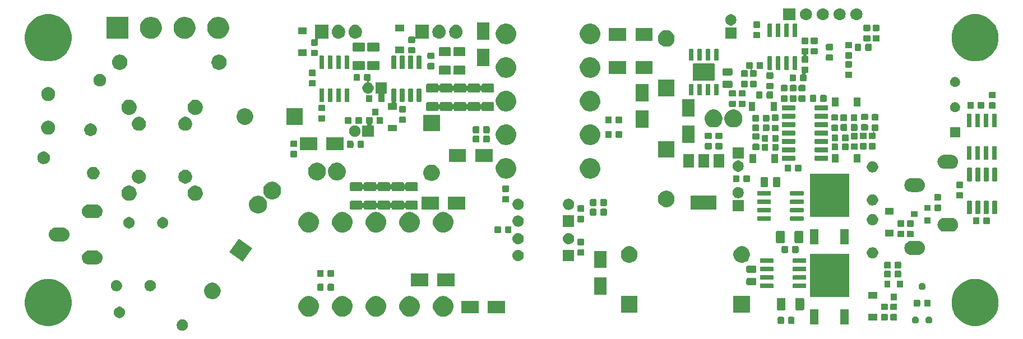
<source format=gbr>
G04 #@! TF.GenerationSoftware,KiCad,Pcbnew,5.1.4+dfsg1-1*
G04 #@! TF.CreationDate,2020-04-05T14:55:26+02:00*
G04 #@! TF.ProjectId,led-multiott,6c65642d-6d75-46c7-9469-6f74742e6b69,rev?*
G04 #@! TF.SameCoordinates,Original*
G04 #@! TF.FileFunction,Soldermask,Bot*
G04 #@! TF.FilePolarity,Negative*
%FSLAX46Y46*%
G04 Gerber Fmt 4.6, Leading zero omitted, Abs format (unit mm)*
G04 Created by KiCad (PCBNEW 5.1.4+dfsg1-1) date 2020-04-05 14:55:26*
%MOMM*%
%LPD*%
G04 APERTURE LIST*
%ADD10C,0.100000*%
G04 APERTURE END LIST*
D10*
G36*
X125498228Y-97581703D02*
G01*
X125653100Y-97645853D01*
X125792481Y-97738985D01*
X125911015Y-97857519D01*
X126004147Y-97996900D01*
X126068297Y-98151772D01*
X126101000Y-98316184D01*
X126101000Y-98483816D01*
X126068297Y-98648228D01*
X126004147Y-98803100D01*
X125911015Y-98942481D01*
X125792481Y-99061015D01*
X125653100Y-99154147D01*
X125498228Y-99218297D01*
X125333816Y-99251000D01*
X125166184Y-99251000D01*
X125001772Y-99218297D01*
X124846900Y-99154147D01*
X124707519Y-99061015D01*
X124588985Y-98942481D01*
X124495853Y-98803100D01*
X124431703Y-98648228D01*
X124399000Y-98483816D01*
X124399000Y-98316184D01*
X124431703Y-98151772D01*
X124495853Y-97996900D01*
X124588985Y-97857519D01*
X124707519Y-97738985D01*
X124846900Y-97645853D01*
X125001772Y-97581703D01*
X125166184Y-97549000D01*
X125333816Y-97549000D01*
X125498228Y-97581703D01*
X125498228Y-97581703D01*
G37*
G36*
X246035787Y-91585462D02*
G01*
X246147427Y-91631705D01*
X246682029Y-91853144D01*
X247263631Y-92241758D01*
X247758242Y-92736369D01*
X248146856Y-93317971D01*
X248261541Y-93594845D01*
X248414538Y-93964213D01*
X248551000Y-94650256D01*
X248551000Y-95349744D01*
X248414538Y-96035787D01*
X248389265Y-96096802D01*
X248146856Y-96682029D01*
X247758242Y-97263631D01*
X247263631Y-97758242D01*
X246682029Y-98146856D01*
X246502288Y-98221307D01*
X246035787Y-98414538D01*
X245349744Y-98551000D01*
X244650256Y-98551000D01*
X243964213Y-98414538D01*
X243497712Y-98221307D01*
X243317971Y-98146856D01*
X242736369Y-97758242D01*
X242241758Y-97263631D01*
X241853144Y-96682029D01*
X241610735Y-96096802D01*
X241585462Y-96035787D01*
X241449000Y-95349744D01*
X241449000Y-94650256D01*
X241585462Y-93964213D01*
X241738459Y-93594845D01*
X241853144Y-93317971D01*
X242241758Y-92736369D01*
X242736369Y-92241758D01*
X243317971Y-91853144D01*
X243852573Y-91631705D01*
X243964213Y-91585462D01*
X244650256Y-91449000D01*
X245349744Y-91449000D01*
X246035787Y-91585462D01*
X246035787Y-91585462D01*
G37*
G36*
X106035787Y-91585462D02*
G01*
X106147427Y-91631705D01*
X106682029Y-91853144D01*
X107263631Y-92241758D01*
X107758242Y-92736369D01*
X108146856Y-93317971D01*
X108261541Y-93594845D01*
X108414538Y-93964213D01*
X108551000Y-94650256D01*
X108551000Y-95349744D01*
X108414538Y-96035787D01*
X108389265Y-96096802D01*
X108146856Y-96682029D01*
X107758242Y-97263631D01*
X107263631Y-97758242D01*
X106682029Y-98146856D01*
X106502288Y-98221307D01*
X106035787Y-98414538D01*
X105349744Y-98551000D01*
X104650256Y-98551000D01*
X103964213Y-98414538D01*
X103497712Y-98221307D01*
X103317971Y-98146856D01*
X102736369Y-97758242D01*
X102241758Y-97263631D01*
X101853144Y-96682029D01*
X101610735Y-96096802D01*
X101585462Y-96035787D01*
X101449000Y-95349744D01*
X101449000Y-94650256D01*
X101585462Y-93964213D01*
X101738459Y-93594845D01*
X101853144Y-93317971D01*
X102241758Y-92736369D01*
X102736369Y-92241758D01*
X103317971Y-91853144D01*
X103852573Y-91631705D01*
X103964213Y-91585462D01*
X104650256Y-91449000D01*
X105349744Y-91449000D01*
X106035787Y-91585462D01*
X106035787Y-91585462D01*
G37*
G36*
X221371000Y-98351000D02*
G01*
X220069000Y-98351000D01*
X220069000Y-96049000D01*
X221371000Y-96049000D01*
X221371000Y-98351000D01*
X221371000Y-98351000D01*
G37*
G36*
X225931000Y-98351000D02*
G01*
X224629000Y-98351000D01*
X224629000Y-96049000D01*
X225931000Y-96049000D01*
X225931000Y-98351000D01*
X225931000Y-98351000D01*
G37*
G36*
X216004591Y-97178085D02*
G01*
X216038569Y-97188393D01*
X216069890Y-97205134D01*
X216097339Y-97227661D01*
X216119866Y-97255110D01*
X216136607Y-97286431D01*
X216146915Y-97320409D01*
X216151000Y-97361890D01*
X216151000Y-98038110D01*
X216146915Y-98079591D01*
X216136607Y-98113569D01*
X216119866Y-98144890D01*
X216097339Y-98172339D01*
X216069890Y-98194866D01*
X216038569Y-98211607D01*
X216004591Y-98221915D01*
X215963110Y-98226000D01*
X215361890Y-98226000D01*
X215320409Y-98221915D01*
X215286431Y-98211607D01*
X215255110Y-98194866D01*
X215227661Y-98172339D01*
X215205134Y-98144890D01*
X215188393Y-98113569D01*
X215178085Y-98079591D01*
X215174000Y-98038110D01*
X215174000Y-97361890D01*
X215178085Y-97320409D01*
X215188393Y-97286431D01*
X215205134Y-97255110D01*
X215227661Y-97227661D01*
X215255110Y-97205134D01*
X215286431Y-97188393D01*
X215320409Y-97178085D01*
X215361890Y-97174000D01*
X215963110Y-97174000D01*
X216004591Y-97178085D01*
X216004591Y-97178085D01*
G37*
G36*
X217579591Y-97178085D02*
G01*
X217613569Y-97188393D01*
X217644890Y-97205134D01*
X217672339Y-97227661D01*
X217694866Y-97255110D01*
X217711607Y-97286431D01*
X217721915Y-97320409D01*
X217726000Y-97361890D01*
X217726000Y-98038110D01*
X217721915Y-98079591D01*
X217711607Y-98113569D01*
X217694866Y-98144890D01*
X217672339Y-98172339D01*
X217644890Y-98194866D01*
X217613569Y-98211607D01*
X217579591Y-98221915D01*
X217538110Y-98226000D01*
X216936890Y-98226000D01*
X216895409Y-98221915D01*
X216861431Y-98211607D01*
X216830110Y-98194866D01*
X216802661Y-98172339D01*
X216780134Y-98144890D01*
X216763393Y-98113569D01*
X216753085Y-98079591D01*
X216749000Y-98038110D01*
X216749000Y-97361890D01*
X216753085Y-97320409D01*
X216763393Y-97286431D01*
X216780134Y-97255110D01*
X216802661Y-97227661D01*
X216830110Y-97205134D01*
X216861431Y-97188393D01*
X216895409Y-97178085D01*
X216936890Y-97174000D01*
X217538110Y-97174000D01*
X217579591Y-97178085D01*
X217579591Y-97178085D01*
G37*
G36*
X236142609Y-97117136D02*
G01*
X236206622Y-97143651D01*
X236241567Y-97158126D01*
X236330627Y-97217634D01*
X236406366Y-97293373D01*
X236465874Y-97382433D01*
X236465875Y-97382435D01*
X236506864Y-97481391D01*
X236527760Y-97586443D01*
X236527760Y-97693557D01*
X236522240Y-97721307D01*
X236506864Y-97798609D01*
X236465874Y-97897567D01*
X236406366Y-97986627D01*
X236330627Y-98062366D01*
X236241567Y-98121874D01*
X236241566Y-98121875D01*
X236241565Y-98121875D01*
X236142609Y-98162864D01*
X236037557Y-98183760D01*
X235930443Y-98183760D01*
X235825391Y-98162864D01*
X235726435Y-98121875D01*
X235726434Y-98121875D01*
X235726433Y-98121874D01*
X235637373Y-98062366D01*
X235561634Y-97986627D01*
X235502126Y-97897567D01*
X235461136Y-97798609D01*
X235445760Y-97721307D01*
X235440240Y-97693557D01*
X235440240Y-97586443D01*
X235461136Y-97481391D01*
X235502125Y-97382435D01*
X235502126Y-97382433D01*
X235561634Y-97293373D01*
X235637373Y-97217634D01*
X235726433Y-97158126D01*
X235761379Y-97143651D01*
X235825391Y-97117136D01*
X235930443Y-97096240D01*
X236037557Y-97096240D01*
X236142609Y-97117136D01*
X236142609Y-97117136D01*
G37*
G36*
X238174609Y-97117136D02*
G01*
X238238622Y-97143651D01*
X238273567Y-97158126D01*
X238362627Y-97217634D01*
X238438366Y-97293373D01*
X238497874Y-97382433D01*
X238497875Y-97382435D01*
X238538864Y-97481391D01*
X238559760Y-97586443D01*
X238559760Y-97693557D01*
X238554240Y-97721307D01*
X238538864Y-97798609D01*
X238497874Y-97897567D01*
X238438366Y-97986627D01*
X238362627Y-98062366D01*
X238273567Y-98121874D01*
X238273566Y-98121875D01*
X238273565Y-98121875D01*
X238174609Y-98162864D01*
X238069557Y-98183760D01*
X237962443Y-98183760D01*
X237857391Y-98162864D01*
X237758435Y-98121875D01*
X237758434Y-98121875D01*
X237758433Y-98121874D01*
X237669373Y-98062366D01*
X237593634Y-97986627D01*
X237534126Y-97897567D01*
X237493136Y-97798609D01*
X237477760Y-97721307D01*
X237472240Y-97693557D01*
X237472240Y-97586443D01*
X237493136Y-97481391D01*
X237534125Y-97382435D01*
X237534126Y-97382433D01*
X237593634Y-97293373D01*
X237669373Y-97217634D01*
X237758433Y-97158126D01*
X237793379Y-97143651D01*
X237857391Y-97117136D01*
X237962443Y-97096240D01*
X238069557Y-97096240D01*
X238174609Y-97117136D01*
X238174609Y-97117136D01*
G37*
G36*
X231679591Y-96753085D02*
G01*
X231713569Y-96763393D01*
X231744890Y-96780134D01*
X231772339Y-96802661D01*
X231794866Y-96830110D01*
X231811607Y-96861431D01*
X231821915Y-96895409D01*
X231826000Y-96936890D01*
X231826000Y-97538110D01*
X231821915Y-97579591D01*
X231811607Y-97613569D01*
X231794866Y-97644890D01*
X231772339Y-97672339D01*
X231744890Y-97694866D01*
X231713569Y-97711607D01*
X231679591Y-97721915D01*
X231638110Y-97726000D01*
X230961890Y-97726000D01*
X230920409Y-97721915D01*
X230886431Y-97711607D01*
X230855110Y-97694866D01*
X230827661Y-97672339D01*
X230805134Y-97644890D01*
X230788393Y-97613569D01*
X230778085Y-97579591D01*
X230774000Y-97538110D01*
X230774000Y-96936890D01*
X230778085Y-96895409D01*
X230788393Y-96861431D01*
X230805134Y-96830110D01*
X230827661Y-96802661D01*
X230855110Y-96780134D01*
X230886431Y-96763393D01*
X230920409Y-96753085D01*
X230961890Y-96749000D01*
X231638110Y-96749000D01*
X231679591Y-96753085D01*
X231679591Y-96753085D01*
G37*
G36*
X233079591Y-96753085D02*
G01*
X233113569Y-96763393D01*
X233144890Y-96780134D01*
X233172339Y-96802661D01*
X233194866Y-96830110D01*
X233211607Y-96861431D01*
X233221915Y-96895409D01*
X233226000Y-96936890D01*
X233226000Y-97538110D01*
X233221915Y-97579591D01*
X233211607Y-97613569D01*
X233194866Y-97644890D01*
X233172339Y-97672339D01*
X233144890Y-97694866D01*
X233113569Y-97711607D01*
X233079591Y-97721915D01*
X233038110Y-97726000D01*
X232361890Y-97726000D01*
X232320409Y-97721915D01*
X232286431Y-97711607D01*
X232255110Y-97694866D01*
X232227661Y-97672339D01*
X232205134Y-97644890D01*
X232188393Y-97613569D01*
X232178085Y-97579591D01*
X232174000Y-97538110D01*
X232174000Y-96936890D01*
X232178085Y-96895409D01*
X232188393Y-96861431D01*
X232205134Y-96830110D01*
X232227661Y-96802661D01*
X232255110Y-96780134D01*
X232286431Y-96763393D01*
X232320409Y-96753085D01*
X232361890Y-96749000D01*
X233038110Y-96749000D01*
X233079591Y-96753085D01*
X233079591Y-96753085D01*
G37*
G36*
X230201000Y-97701000D02*
G01*
X228899000Y-97701000D01*
X228899000Y-96699000D01*
X230201000Y-96699000D01*
X230201000Y-97701000D01*
X230201000Y-97701000D01*
G37*
G36*
X115998228Y-95681703D02*
G01*
X116153100Y-95745853D01*
X116292481Y-95838985D01*
X116411015Y-95957519D01*
X116504147Y-96096900D01*
X116568297Y-96251772D01*
X116601000Y-96416184D01*
X116601000Y-96583816D01*
X116568297Y-96748228D01*
X116504147Y-96903100D01*
X116411015Y-97042481D01*
X116292481Y-97161015D01*
X116153100Y-97254147D01*
X115998228Y-97318297D01*
X115833816Y-97351000D01*
X115666184Y-97351000D01*
X115501772Y-97318297D01*
X115346900Y-97254147D01*
X115207519Y-97161015D01*
X115088985Y-97042481D01*
X114995853Y-96903100D01*
X114931703Y-96748228D01*
X114899000Y-96583816D01*
X114899000Y-96416184D01*
X114931703Y-96251772D01*
X114995853Y-96096900D01*
X115088985Y-95957519D01*
X115207519Y-95838985D01*
X115346900Y-95745853D01*
X115501772Y-95681703D01*
X115666184Y-95649000D01*
X115833816Y-95649000D01*
X115998228Y-95681703D01*
X115998228Y-95681703D01*
G37*
G36*
X164972585Y-94068802D02*
G01*
X165122410Y-94098604D01*
X165404674Y-94215521D01*
X165658705Y-94385259D01*
X165874741Y-94601295D01*
X166044479Y-94855326D01*
X166161396Y-95137590D01*
X166174831Y-95205134D01*
X166220290Y-95433668D01*
X166221000Y-95437240D01*
X166221000Y-95742760D01*
X166161396Y-96042410D01*
X166044479Y-96324674D01*
X165874741Y-96578705D01*
X165658705Y-96794741D01*
X165404674Y-96964479D01*
X165122410Y-97081396D01*
X165047784Y-97096240D01*
X164822761Y-97141000D01*
X164517239Y-97141000D01*
X164292216Y-97096240D01*
X164217590Y-97081396D01*
X163935326Y-96964479D01*
X163681295Y-96794741D01*
X163465259Y-96578705D01*
X163295521Y-96324674D01*
X163178604Y-96042410D01*
X163119000Y-95742760D01*
X163119000Y-95437240D01*
X163119711Y-95433668D01*
X163165169Y-95205134D01*
X163178604Y-95137590D01*
X163295521Y-94855326D01*
X163465259Y-94601295D01*
X163681295Y-94385259D01*
X163935326Y-94215521D01*
X164217590Y-94098604D01*
X164367415Y-94068802D01*
X164517239Y-94039000D01*
X164822761Y-94039000D01*
X164972585Y-94068802D01*
X164972585Y-94068802D01*
G37*
G36*
X154812585Y-94068802D02*
G01*
X154962410Y-94098604D01*
X155244674Y-94215521D01*
X155498705Y-94385259D01*
X155714741Y-94601295D01*
X155884479Y-94855326D01*
X156001396Y-95137590D01*
X156014831Y-95205134D01*
X156060290Y-95433668D01*
X156061000Y-95437240D01*
X156061000Y-95742760D01*
X156001396Y-96042410D01*
X155884479Y-96324674D01*
X155714741Y-96578705D01*
X155498705Y-96794741D01*
X155244674Y-96964479D01*
X154962410Y-97081396D01*
X154887784Y-97096240D01*
X154662761Y-97141000D01*
X154357239Y-97141000D01*
X154132216Y-97096240D01*
X154057590Y-97081396D01*
X153775326Y-96964479D01*
X153521295Y-96794741D01*
X153305259Y-96578705D01*
X153135521Y-96324674D01*
X153018604Y-96042410D01*
X152959000Y-95742760D01*
X152959000Y-95437240D01*
X152959711Y-95433668D01*
X153005169Y-95205134D01*
X153018604Y-95137590D01*
X153135521Y-94855326D01*
X153305259Y-94601295D01*
X153521295Y-94385259D01*
X153775326Y-94215521D01*
X154057590Y-94098604D01*
X154207415Y-94068802D01*
X154357239Y-94039000D01*
X154662761Y-94039000D01*
X154812585Y-94068802D01*
X154812585Y-94068802D01*
G37*
G36*
X159892585Y-94068802D02*
G01*
X160042410Y-94098604D01*
X160324674Y-94215521D01*
X160578705Y-94385259D01*
X160794741Y-94601295D01*
X160964479Y-94855326D01*
X161081396Y-95137590D01*
X161094831Y-95205134D01*
X161140290Y-95433668D01*
X161141000Y-95437240D01*
X161141000Y-95742760D01*
X161081396Y-96042410D01*
X160964479Y-96324674D01*
X160794741Y-96578705D01*
X160578705Y-96794741D01*
X160324674Y-96964479D01*
X160042410Y-97081396D01*
X159967784Y-97096240D01*
X159742761Y-97141000D01*
X159437239Y-97141000D01*
X159212216Y-97096240D01*
X159137590Y-97081396D01*
X158855326Y-96964479D01*
X158601295Y-96794741D01*
X158385259Y-96578705D01*
X158215521Y-96324674D01*
X158098604Y-96042410D01*
X158039000Y-95742760D01*
X158039000Y-95437240D01*
X158039711Y-95433668D01*
X158085169Y-95205134D01*
X158098604Y-95137590D01*
X158215521Y-94855326D01*
X158385259Y-94601295D01*
X158601295Y-94385259D01*
X158855326Y-94215521D01*
X159137590Y-94098604D01*
X159287415Y-94068802D01*
X159437239Y-94039000D01*
X159742761Y-94039000D01*
X159892585Y-94068802D01*
X159892585Y-94068802D01*
G37*
G36*
X149732585Y-94068802D02*
G01*
X149882410Y-94098604D01*
X150164674Y-94215521D01*
X150418705Y-94385259D01*
X150634741Y-94601295D01*
X150804479Y-94855326D01*
X150921396Y-95137590D01*
X150934831Y-95205134D01*
X150980290Y-95433668D01*
X150981000Y-95437240D01*
X150981000Y-95742760D01*
X150921396Y-96042410D01*
X150804479Y-96324674D01*
X150634741Y-96578705D01*
X150418705Y-96794741D01*
X150164674Y-96964479D01*
X149882410Y-97081396D01*
X149807784Y-97096240D01*
X149582761Y-97141000D01*
X149277239Y-97141000D01*
X149052216Y-97096240D01*
X148977590Y-97081396D01*
X148695326Y-96964479D01*
X148441295Y-96794741D01*
X148225259Y-96578705D01*
X148055521Y-96324674D01*
X147938604Y-96042410D01*
X147879000Y-95742760D01*
X147879000Y-95437240D01*
X147879711Y-95433668D01*
X147925169Y-95205134D01*
X147938604Y-95137590D01*
X148055521Y-94855326D01*
X148225259Y-94601295D01*
X148441295Y-94385259D01*
X148695326Y-94215521D01*
X148977590Y-94098604D01*
X149127415Y-94068802D01*
X149277239Y-94039000D01*
X149582761Y-94039000D01*
X149732585Y-94068802D01*
X149732585Y-94068802D01*
G37*
G36*
X144652585Y-94068802D02*
G01*
X144802410Y-94098604D01*
X145084674Y-94215521D01*
X145338705Y-94385259D01*
X145554741Y-94601295D01*
X145724479Y-94855326D01*
X145841396Y-95137590D01*
X145854831Y-95205134D01*
X145900290Y-95433668D01*
X145901000Y-95437240D01*
X145901000Y-95742760D01*
X145841396Y-96042410D01*
X145724479Y-96324674D01*
X145554741Y-96578705D01*
X145338705Y-96794741D01*
X145084674Y-96964479D01*
X144802410Y-97081396D01*
X144727784Y-97096240D01*
X144502761Y-97141000D01*
X144197239Y-97141000D01*
X143972216Y-97096240D01*
X143897590Y-97081396D01*
X143615326Y-96964479D01*
X143361295Y-96794741D01*
X143145259Y-96578705D01*
X142975521Y-96324674D01*
X142858604Y-96042410D01*
X142799000Y-95742760D01*
X142799000Y-95437240D01*
X142799711Y-95433668D01*
X142845169Y-95205134D01*
X142858604Y-95137590D01*
X142975521Y-94855326D01*
X143145259Y-94601295D01*
X143361295Y-94385259D01*
X143615326Y-94215521D01*
X143897590Y-94098604D01*
X144047415Y-94068802D01*
X144197239Y-94039000D01*
X144502761Y-94039000D01*
X144652585Y-94068802D01*
X144652585Y-94068802D01*
G37*
G36*
X174001000Y-96651000D02*
G01*
X171399000Y-96651000D01*
X171399000Y-94749000D01*
X174001000Y-94749000D01*
X174001000Y-96651000D01*
X174001000Y-96651000D01*
G37*
G36*
X170001000Y-96651000D02*
G01*
X167399000Y-96651000D01*
X167399000Y-94749000D01*
X170001000Y-94749000D01*
X170001000Y-96651000D01*
X170001000Y-96651000D01*
G37*
G36*
X211001000Y-96501000D02*
G01*
X208499000Y-96501000D01*
X208499000Y-93999000D01*
X211001000Y-93999000D01*
X211001000Y-96501000D01*
X211001000Y-96501000D01*
G37*
G36*
X194001000Y-96501000D02*
G01*
X191499000Y-96501000D01*
X191499000Y-93999000D01*
X194001000Y-93999000D01*
X194001000Y-96501000D01*
X194001000Y-96501000D01*
G37*
G36*
X219018604Y-94328347D02*
G01*
X219055144Y-94339432D01*
X219088821Y-94357433D01*
X219118341Y-94381659D01*
X219142567Y-94411179D01*
X219160568Y-94444856D01*
X219171653Y-94481396D01*
X219176000Y-94525538D01*
X219176000Y-95974462D01*
X219171653Y-96018604D01*
X219160568Y-96055144D01*
X219142567Y-96088821D01*
X219118341Y-96118341D01*
X219088821Y-96142567D01*
X219055144Y-96160568D01*
X219018604Y-96171653D01*
X218974462Y-96176000D01*
X218025538Y-96176000D01*
X217981396Y-96171653D01*
X217944856Y-96160568D01*
X217911179Y-96142567D01*
X217881659Y-96118341D01*
X217857433Y-96088821D01*
X217839432Y-96055144D01*
X217828347Y-96018604D01*
X217824000Y-95974462D01*
X217824000Y-94525538D01*
X217828347Y-94481396D01*
X217839432Y-94444856D01*
X217857433Y-94411179D01*
X217881659Y-94381659D01*
X217911179Y-94357433D01*
X217944856Y-94339432D01*
X217981396Y-94328347D01*
X218025538Y-94324000D01*
X218974462Y-94324000D01*
X219018604Y-94328347D01*
X219018604Y-94328347D01*
G37*
G36*
X216218604Y-94328347D02*
G01*
X216255144Y-94339432D01*
X216288821Y-94357433D01*
X216318341Y-94381659D01*
X216342567Y-94411179D01*
X216360568Y-94444856D01*
X216371653Y-94481396D01*
X216376000Y-94525538D01*
X216376000Y-95974462D01*
X216371653Y-96018604D01*
X216360568Y-96055144D01*
X216342567Y-96088821D01*
X216318341Y-96118341D01*
X216288821Y-96142567D01*
X216255144Y-96160568D01*
X216218604Y-96171653D01*
X216174462Y-96176000D01*
X215225538Y-96176000D01*
X215181396Y-96171653D01*
X215144856Y-96160568D01*
X215111179Y-96142567D01*
X215081659Y-96118341D01*
X215057433Y-96088821D01*
X215039432Y-96055144D01*
X215028347Y-96018604D01*
X215024000Y-95974462D01*
X215024000Y-94525538D01*
X215028347Y-94481396D01*
X215039432Y-94444856D01*
X215057433Y-94411179D01*
X215081659Y-94381659D01*
X215111179Y-94357433D01*
X215144856Y-94339432D01*
X215181396Y-94328347D01*
X215225538Y-94324000D01*
X216174462Y-94324000D01*
X216218604Y-94328347D01*
X216218604Y-94328347D01*
G37*
G36*
X233079591Y-95178085D02*
G01*
X233113569Y-95188393D01*
X233144890Y-95205134D01*
X233172339Y-95227661D01*
X233194866Y-95255110D01*
X233211607Y-95286431D01*
X233221915Y-95320409D01*
X233226000Y-95361890D01*
X233226000Y-95963110D01*
X233221915Y-96004591D01*
X233211607Y-96038569D01*
X233194866Y-96069890D01*
X233172339Y-96097339D01*
X233144890Y-96119866D01*
X233113569Y-96136607D01*
X233079591Y-96146915D01*
X233038110Y-96151000D01*
X232361890Y-96151000D01*
X232320409Y-96146915D01*
X232286431Y-96136607D01*
X232255110Y-96119866D01*
X232227661Y-96097339D01*
X232205134Y-96069890D01*
X232188393Y-96038569D01*
X232178085Y-96004591D01*
X232174000Y-95963110D01*
X232174000Y-95361890D01*
X232178085Y-95320409D01*
X232188393Y-95286431D01*
X232205134Y-95255110D01*
X232227661Y-95227661D01*
X232255110Y-95205134D01*
X232286431Y-95188393D01*
X232320409Y-95178085D01*
X232361890Y-95174000D01*
X233038110Y-95174000D01*
X233079591Y-95178085D01*
X233079591Y-95178085D01*
G37*
G36*
X231679591Y-95178085D02*
G01*
X231713569Y-95188393D01*
X231744890Y-95205134D01*
X231772339Y-95227661D01*
X231794866Y-95255110D01*
X231811607Y-95286431D01*
X231821915Y-95320409D01*
X231826000Y-95361890D01*
X231826000Y-95963110D01*
X231821915Y-96004591D01*
X231811607Y-96038569D01*
X231794866Y-96069890D01*
X231772339Y-96097339D01*
X231744890Y-96119866D01*
X231713569Y-96136607D01*
X231679591Y-96146915D01*
X231638110Y-96151000D01*
X230961890Y-96151000D01*
X230920409Y-96146915D01*
X230886431Y-96136607D01*
X230855110Y-96119866D01*
X230827661Y-96097339D01*
X230805134Y-96069890D01*
X230788393Y-96038569D01*
X230778085Y-96004591D01*
X230774000Y-95963110D01*
X230774000Y-95361890D01*
X230778085Y-95320409D01*
X230788393Y-95286431D01*
X230805134Y-95255110D01*
X230827661Y-95227661D01*
X230855110Y-95205134D01*
X230886431Y-95188393D01*
X230920409Y-95178085D01*
X230961890Y-95174000D01*
X231638110Y-95174000D01*
X231679591Y-95178085D01*
X231679591Y-95178085D01*
G37*
G36*
X238129591Y-94578085D02*
G01*
X238163569Y-94588393D01*
X238194890Y-94605134D01*
X238222339Y-94627661D01*
X238244866Y-94655110D01*
X238261607Y-94686431D01*
X238271915Y-94720409D01*
X238276000Y-94761890D01*
X238276000Y-95438110D01*
X238271915Y-95479591D01*
X238261607Y-95513569D01*
X238244866Y-95544890D01*
X238222339Y-95572339D01*
X238194890Y-95594866D01*
X238163569Y-95611607D01*
X238129591Y-95621915D01*
X238088110Y-95626000D01*
X237486890Y-95626000D01*
X237445409Y-95621915D01*
X237411431Y-95611607D01*
X237380110Y-95594866D01*
X237352661Y-95572339D01*
X237330134Y-95544890D01*
X237313393Y-95513569D01*
X237303085Y-95479591D01*
X237299000Y-95438110D01*
X237299000Y-94761890D01*
X237303085Y-94720409D01*
X237313393Y-94686431D01*
X237330134Y-94655110D01*
X237352661Y-94627661D01*
X237380110Y-94605134D01*
X237411431Y-94588393D01*
X237445409Y-94578085D01*
X237486890Y-94574000D01*
X238088110Y-94574000D01*
X238129591Y-94578085D01*
X238129591Y-94578085D01*
G37*
G36*
X236554591Y-94578085D02*
G01*
X236588569Y-94588393D01*
X236619890Y-94605134D01*
X236647339Y-94627661D01*
X236669866Y-94655110D01*
X236686607Y-94686431D01*
X236696915Y-94720409D01*
X236701000Y-94761890D01*
X236701000Y-95438110D01*
X236696915Y-95479591D01*
X236686607Y-95513569D01*
X236669866Y-95544890D01*
X236647339Y-95572339D01*
X236619890Y-95594866D01*
X236588569Y-95611607D01*
X236554591Y-95621915D01*
X236513110Y-95626000D01*
X235911890Y-95626000D01*
X235870409Y-95621915D01*
X235836431Y-95611607D01*
X235805110Y-95594866D01*
X235777661Y-95572339D01*
X235755134Y-95544890D01*
X235738393Y-95513569D01*
X235728085Y-95479591D01*
X235724000Y-95438110D01*
X235724000Y-94761890D01*
X235728085Y-94720409D01*
X235738393Y-94686431D01*
X235755134Y-94655110D01*
X235777661Y-94627661D01*
X235805110Y-94605134D01*
X235836431Y-94588393D01*
X235870409Y-94578085D01*
X235911890Y-94574000D01*
X236513110Y-94574000D01*
X236554591Y-94578085D01*
X236554591Y-94578085D01*
G37*
G36*
X233151000Y-94701000D02*
G01*
X232249000Y-94701000D01*
X232249000Y-93699000D01*
X233151000Y-93699000D01*
X233151000Y-94701000D01*
X233151000Y-94701000D01*
G37*
G36*
X130033651Y-92014970D02*
G01*
X130163080Y-92040715D01*
X130390748Y-92135018D01*
X130595643Y-92271925D01*
X130769892Y-92446174D01*
X130906799Y-92651069D01*
X130906800Y-92651071D01*
X131001102Y-92878737D01*
X131048585Y-93117448D01*
X131049177Y-93120427D01*
X131049177Y-93366853D01*
X131001102Y-93608543D01*
X130906799Y-93836211D01*
X130769892Y-94041106D01*
X130595643Y-94215355D01*
X130390748Y-94352262D01*
X130390747Y-94352263D01*
X130390746Y-94352263D01*
X130163080Y-94446565D01*
X129921391Y-94494640D01*
X129674963Y-94494640D01*
X129433274Y-94446565D01*
X129205608Y-94352263D01*
X129205607Y-94352263D01*
X129205606Y-94352262D01*
X129000711Y-94215355D01*
X128826462Y-94041106D01*
X128689555Y-93836211D01*
X128595252Y-93608543D01*
X128547177Y-93366853D01*
X128547177Y-93120427D01*
X128547770Y-93117448D01*
X128595252Y-92878737D01*
X128689554Y-92651071D01*
X128689555Y-92651069D01*
X128826462Y-92446174D01*
X129000711Y-92271925D01*
X129205606Y-92135018D01*
X129433274Y-92040715D01*
X129562703Y-92014970D01*
X129674963Y-91992640D01*
X129921391Y-91992640D01*
X130033651Y-92014970D01*
X130033651Y-92014970D01*
G37*
G36*
X230201000Y-94401000D02*
G01*
X228899000Y-94401000D01*
X228899000Y-93399000D01*
X230201000Y-93399000D01*
X230201000Y-94401000D01*
X230201000Y-94401000D01*
G37*
G36*
X225951000Y-94151000D02*
G01*
X220049000Y-94151000D01*
X220049000Y-87649000D01*
X225951000Y-87649000D01*
X225951000Y-94151000D01*
X225951000Y-94151000D01*
G37*
G36*
X189351000Y-93801000D02*
G01*
X187449000Y-93801000D01*
X187449000Y-91199000D01*
X189351000Y-91199000D01*
X189351000Y-93801000D01*
X189351000Y-93801000D01*
G37*
G36*
X120648228Y-91631703D02*
G01*
X120803100Y-91695853D01*
X120942481Y-91788985D01*
X121061015Y-91907519D01*
X121154147Y-92046900D01*
X121218297Y-92201772D01*
X121251000Y-92366184D01*
X121251000Y-92533816D01*
X121218297Y-92698228D01*
X121154147Y-92853100D01*
X121061015Y-92992481D01*
X120942481Y-93111015D01*
X120803100Y-93204147D01*
X120648228Y-93268297D01*
X120483816Y-93301000D01*
X120316184Y-93301000D01*
X120151772Y-93268297D01*
X119996900Y-93204147D01*
X119857519Y-93111015D01*
X119738985Y-92992481D01*
X119645853Y-92853100D01*
X119581703Y-92698228D01*
X119549000Y-92533816D01*
X119549000Y-92366184D01*
X119581703Y-92201772D01*
X119645853Y-92046900D01*
X119738985Y-91907519D01*
X119857519Y-91788985D01*
X119996900Y-91695853D01*
X120151772Y-91631703D01*
X120316184Y-91599000D01*
X120483816Y-91599000D01*
X120648228Y-91631703D01*
X120648228Y-91631703D01*
G37*
G36*
X115548228Y-91631703D02*
G01*
X115703100Y-91695853D01*
X115842481Y-91788985D01*
X115961015Y-91907519D01*
X116054147Y-92046900D01*
X116118297Y-92201772D01*
X116151000Y-92366184D01*
X116151000Y-92533816D01*
X116118297Y-92698228D01*
X116054147Y-92853100D01*
X115961015Y-92992481D01*
X115842481Y-93111015D01*
X115703100Y-93204147D01*
X115548228Y-93268297D01*
X115383816Y-93301000D01*
X115216184Y-93301000D01*
X115051772Y-93268297D01*
X114896900Y-93204147D01*
X114757519Y-93111015D01*
X114638985Y-92992481D01*
X114545853Y-92853100D01*
X114481703Y-92698228D01*
X114449000Y-92533816D01*
X114449000Y-92366184D01*
X114481703Y-92201772D01*
X114545853Y-92046900D01*
X114638985Y-91907519D01*
X114757519Y-91788985D01*
X114896900Y-91695853D01*
X115051772Y-91631703D01*
X115216184Y-91599000D01*
X115383816Y-91599000D01*
X115548228Y-91631703D01*
X115548228Y-91631703D01*
G37*
G36*
X146454591Y-92178085D02*
G01*
X146488569Y-92188393D01*
X146519890Y-92205134D01*
X146547339Y-92227661D01*
X146569866Y-92255110D01*
X146586607Y-92286431D01*
X146596915Y-92320409D01*
X146601000Y-92361890D01*
X146601000Y-93038110D01*
X146596915Y-93079591D01*
X146586607Y-93113569D01*
X146569866Y-93144890D01*
X146547339Y-93172339D01*
X146519890Y-93194866D01*
X146488569Y-93211607D01*
X146454591Y-93221915D01*
X146413110Y-93226000D01*
X145811890Y-93226000D01*
X145770409Y-93221915D01*
X145736431Y-93211607D01*
X145705110Y-93194866D01*
X145677661Y-93172339D01*
X145655134Y-93144890D01*
X145638393Y-93113569D01*
X145628085Y-93079591D01*
X145624000Y-93038110D01*
X145624000Y-92361890D01*
X145628085Y-92320409D01*
X145638393Y-92286431D01*
X145655134Y-92255110D01*
X145677661Y-92227661D01*
X145705110Y-92205134D01*
X145736431Y-92188393D01*
X145770409Y-92178085D01*
X145811890Y-92174000D01*
X146413110Y-92174000D01*
X146454591Y-92178085D01*
X146454591Y-92178085D01*
G37*
G36*
X148029591Y-92178085D02*
G01*
X148063569Y-92188393D01*
X148094890Y-92205134D01*
X148122339Y-92227661D01*
X148144866Y-92255110D01*
X148161607Y-92286431D01*
X148171915Y-92320409D01*
X148176000Y-92361890D01*
X148176000Y-93038110D01*
X148171915Y-93079591D01*
X148161607Y-93113569D01*
X148144866Y-93144890D01*
X148122339Y-93172339D01*
X148094890Y-93194866D01*
X148063569Y-93211607D01*
X148029591Y-93221915D01*
X147988110Y-93226000D01*
X147386890Y-93226000D01*
X147345409Y-93221915D01*
X147311431Y-93211607D01*
X147280110Y-93194866D01*
X147252661Y-93172339D01*
X147230134Y-93144890D01*
X147213393Y-93113569D01*
X147203085Y-93079591D01*
X147199000Y-93038110D01*
X147199000Y-92361890D01*
X147203085Y-92320409D01*
X147213393Y-92286431D01*
X147230134Y-92255110D01*
X147252661Y-92227661D01*
X147280110Y-92205134D01*
X147311431Y-92188393D01*
X147345409Y-92178085D01*
X147386890Y-92174000D01*
X147988110Y-92174000D01*
X148029591Y-92178085D01*
X148029591Y-92178085D01*
G37*
G36*
X237102527Y-92024686D02*
G01*
X237158979Y-92035915D01*
X237185499Y-92046900D01*
X237258170Y-92077001D01*
X237347434Y-92136645D01*
X237423355Y-92212566D01*
X237482999Y-92301830D01*
X237506971Y-92359704D01*
X237524085Y-92401021D01*
X237545030Y-92506319D01*
X237545030Y-92613681D01*
X237524929Y-92714738D01*
X237524085Y-92718978D01*
X237482999Y-92818170D01*
X237423355Y-92907434D01*
X237347434Y-92983355D01*
X237258170Y-93042999D01*
X237192042Y-93070390D01*
X237158979Y-93084085D01*
X237106330Y-93094557D01*
X237053682Y-93105030D01*
X236946318Y-93105030D01*
X236893670Y-93094558D01*
X236841021Y-93084085D01*
X236807958Y-93070390D01*
X236741830Y-93042999D01*
X236652566Y-92983355D01*
X236576645Y-92907434D01*
X236517001Y-92818170D01*
X236475915Y-92718978D01*
X236475072Y-92714738D01*
X236454970Y-92613681D01*
X236454970Y-92506319D01*
X236475915Y-92401021D01*
X236493029Y-92359704D01*
X236517001Y-92301830D01*
X236576645Y-92212566D01*
X236652566Y-92136645D01*
X236741830Y-92077001D01*
X236814501Y-92046900D01*
X236841021Y-92035915D01*
X236897473Y-92024686D01*
X236946318Y-92014970D01*
X237053682Y-92014970D01*
X237102527Y-92024686D01*
X237102527Y-92024686D01*
G37*
G36*
X219409928Y-92156764D02*
G01*
X219431009Y-92163160D01*
X219450445Y-92173548D01*
X219467476Y-92187524D01*
X219481452Y-92204555D01*
X219491840Y-92223991D01*
X219498236Y-92245072D01*
X219501000Y-92273140D01*
X219501000Y-92736860D01*
X219498236Y-92764928D01*
X219491840Y-92786009D01*
X219481452Y-92805445D01*
X219467476Y-92822476D01*
X219450445Y-92836452D01*
X219431009Y-92846840D01*
X219409928Y-92853236D01*
X219381860Y-92856000D01*
X217568140Y-92856000D01*
X217540072Y-92853236D01*
X217518991Y-92846840D01*
X217499555Y-92836452D01*
X217482524Y-92822476D01*
X217468548Y-92805445D01*
X217458160Y-92786009D01*
X217451764Y-92764928D01*
X217449000Y-92736860D01*
X217449000Y-92273140D01*
X217451764Y-92245072D01*
X217458160Y-92223991D01*
X217468548Y-92204555D01*
X217482524Y-92187524D01*
X217499555Y-92173548D01*
X217518991Y-92163160D01*
X217540072Y-92156764D01*
X217568140Y-92154000D01*
X219381860Y-92154000D01*
X219409928Y-92156764D01*
X219409928Y-92156764D01*
G37*
G36*
X214459928Y-92156764D02*
G01*
X214481009Y-92163160D01*
X214500445Y-92173548D01*
X214517476Y-92187524D01*
X214531452Y-92204555D01*
X214541840Y-92223991D01*
X214548236Y-92245072D01*
X214551000Y-92273140D01*
X214551000Y-92736860D01*
X214548236Y-92764928D01*
X214541840Y-92786009D01*
X214531452Y-92805445D01*
X214517476Y-92822476D01*
X214500445Y-92836452D01*
X214481009Y-92846840D01*
X214459928Y-92853236D01*
X214431860Y-92856000D01*
X212618140Y-92856000D01*
X212590072Y-92853236D01*
X212568991Y-92846840D01*
X212549555Y-92836452D01*
X212532524Y-92822476D01*
X212518548Y-92805445D01*
X212508160Y-92786009D01*
X212501764Y-92764928D01*
X212499000Y-92736860D01*
X212499000Y-92273140D01*
X212501764Y-92245072D01*
X212508160Y-92223991D01*
X212518548Y-92204555D01*
X212532524Y-92187524D01*
X212549555Y-92173548D01*
X212568991Y-92163160D01*
X212590072Y-92156764D01*
X212618140Y-92154000D01*
X214431860Y-92154000D01*
X214459928Y-92156764D01*
X214459928Y-92156764D01*
G37*
G36*
X232201000Y-92701000D02*
G01*
X231299000Y-92701000D01*
X231299000Y-91699000D01*
X232201000Y-91699000D01*
X232201000Y-92701000D01*
X232201000Y-92701000D01*
G37*
G36*
X234101000Y-92701000D02*
G01*
X233199000Y-92701000D01*
X233199000Y-91699000D01*
X234101000Y-91699000D01*
X234101000Y-92701000D01*
X234101000Y-92701000D01*
G37*
G36*
X166401000Y-92551000D02*
G01*
X163799000Y-92551000D01*
X163799000Y-90649000D01*
X166401000Y-90649000D01*
X166401000Y-92551000D01*
X166401000Y-92551000D01*
G37*
G36*
X162401000Y-92551000D02*
G01*
X159799000Y-92551000D01*
X159799000Y-90649000D01*
X162401000Y-90649000D01*
X162401000Y-92551000D01*
X162401000Y-92551000D01*
G37*
G36*
X211784468Y-91303565D02*
G01*
X211823138Y-91315296D01*
X211858777Y-91334346D01*
X211890017Y-91359983D01*
X211915654Y-91391223D01*
X211934704Y-91426862D01*
X211946435Y-91465532D01*
X211951000Y-91511888D01*
X211951000Y-92163112D01*
X211946435Y-92209468D01*
X211934704Y-92248138D01*
X211915654Y-92283777D01*
X211890017Y-92315017D01*
X211858777Y-92340654D01*
X211823138Y-92359704D01*
X211784468Y-92371435D01*
X211738112Y-92376000D01*
X210661888Y-92376000D01*
X210615532Y-92371435D01*
X210576862Y-92359704D01*
X210541223Y-92340654D01*
X210509983Y-92315017D01*
X210484346Y-92283777D01*
X210465296Y-92248138D01*
X210453565Y-92209468D01*
X210449000Y-92163112D01*
X210449000Y-91511888D01*
X210453565Y-91465532D01*
X210465296Y-91426862D01*
X210484346Y-91391223D01*
X210509983Y-91359983D01*
X210541223Y-91334346D01*
X210576862Y-91315296D01*
X210615532Y-91303565D01*
X210661888Y-91299000D01*
X211738112Y-91299000D01*
X211784468Y-91303565D01*
X211784468Y-91303565D01*
G37*
G36*
X214459928Y-90886764D02*
G01*
X214481009Y-90893160D01*
X214500445Y-90903548D01*
X214517476Y-90917524D01*
X214531452Y-90934555D01*
X214541840Y-90953991D01*
X214548236Y-90975072D01*
X214551000Y-91003140D01*
X214551000Y-91466860D01*
X214548236Y-91494928D01*
X214541840Y-91516009D01*
X214531452Y-91535445D01*
X214517476Y-91552476D01*
X214500445Y-91566452D01*
X214481009Y-91576840D01*
X214459928Y-91583236D01*
X214431860Y-91586000D01*
X212618140Y-91586000D01*
X212590072Y-91583236D01*
X212568991Y-91576840D01*
X212549555Y-91566452D01*
X212532524Y-91552476D01*
X212518548Y-91535445D01*
X212508160Y-91516009D01*
X212501764Y-91494928D01*
X212499000Y-91466860D01*
X212499000Y-91003140D01*
X212501764Y-90975072D01*
X212508160Y-90953991D01*
X212518548Y-90934555D01*
X212532524Y-90917524D01*
X212549555Y-90903548D01*
X212568991Y-90893160D01*
X212590072Y-90886764D01*
X212618140Y-90884000D01*
X214431860Y-90884000D01*
X214459928Y-90886764D01*
X214459928Y-90886764D01*
G37*
G36*
X219409928Y-90886764D02*
G01*
X219431009Y-90893160D01*
X219450445Y-90903548D01*
X219467476Y-90917524D01*
X219481452Y-90934555D01*
X219491840Y-90953991D01*
X219498236Y-90975072D01*
X219501000Y-91003140D01*
X219501000Y-91466860D01*
X219498236Y-91494928D01*
X219491840Y-91516009D01*
X219481452Y-91535445D01*
X219467476Y-91552476D01*
X219450445Y-91566452D01*
X219431009Y-91576840D01*
X219409928Y-91583236D01*
X219381860Y-91586000D01*
X217568140Y-91586000D01*
X217540072Y-91583236D01*
X217518991Y-91576840D01*
X217499555Y-91566452D01*
X217482524Y-91552476D01*
X217468548Y-91535445D01*
X217458160Y-91516009D01*
X217451764Y-91494928D01*
X217449000Y-91466860D01*
X217449000Y-91003140D01*
X217451764Y-90975072D01*
X217458160Y-90953991D01*
X217468548Y-90934555D01*
X217482524Y-90917524D01*
X217499555Y-90903548D01*
X217518991Y-90893160D01*
X217540072Y-90886764D01*
X217568140Y-90884000D01*
X219381860Y-90884000D01*
X219409928Y-90886764D01*
X219409928Y-90886764D01*
G37*
G36*
X233679591Y-90178085D02*
G01*
X233713569Y-90188393D01*
X233744890Y-90205134D01*
X233772339Y-90227661D01*
X233794866Y-90255110D01*
X233811607Y-90286431D01*
X233821915Y-90320409D01*
X233826000Y-90361890D01*
X233826000Y-91038110D01*
X233821915Y-91079591D01*
X233811607Y-91113569D01*
X233794866Y-91144890D01*
X233772339Y-91172339D01*
X233744890Y-91194866D01*
X233713569Y-91211607D01*
X233679591Y-91221915D01*
X233638110Y-91226000D01*
X233036890Y-91226000D01*
X232995409Y-91221915D01*
X232961431Y-91211607D01*
X232930110Y-91194866D01*
X232902661Y-91172339D01*
X232880134Y-91144890D01*
X232863393Y-91113569D01*
X232853085Y-91079591D01*
X232849000Y-91038110D01*
X232849000Y-90361890D01*
X232853085Y-90320409D01*
X232863393Y-90286431D01*
X232880134Y-90255110D01*
X232902661Y-90227661D01*
X232930110Y-90205134D01*
X232961431Y-90188393D01*
X232995409Y-90178085D01*
X233036890Y-90174000D01*
X233638110Y-90174000D01*
X233679591Y-90178085D01*
X233679591Y-90178085D01*
G37*
G36*
X232104591Y-90178085D02*
G01*
X232138569Y-90188393D01*
X232169890Y-90205134D01*
X232197339Y-90227661D01*
X232219866Y-90255110D01*
X232236607Y-90286431D01*
X232246915Y-90320409D01*
X232251000Y-90361890D01*
X232251000Y-91038110D01*
X232246915Y-91079591D01*
X232236607Y-91113569D01*
X232219866Y-91144890D01*
X232197339Y-91172339D01*
X232169890Y-91194866D01*
X232138569Y-91211607D01*
X232104591Y-91221915D01*
X232063110Y-91226000D01*
X231461890Y-91226000D01*
X231420409Y-91221915D01*
X231386431Y-91211607D01*
X231355110Y-91194866D01*
X231327661Y-91172339D01*
X231305134Y-91144890D01*
X231288393Y-91113569D01*
X231278085Y-91079591D01*
X231274000Y-91038110D01*
X231274000Y-90361890D01*
X231278085Y-90320409D01*
X231288393Y-90286431D01*
X231305134Y-90255110D01*
X231327661Y-90227661D01*
X231355110Y-90205134D01*
X231386431Y-90188393D01*
X231420409Y-90178085D01*
X231461890Y-90174000D01*
X232063110Y-90174000D01*
X232104591Y-90178085D01*
X232104591Y-90178085D01*
G37*
G36*
X146454591Y-90078085D02*
G01*
X146488569Y-90088393D01*
X146519890Y-90105134D01*
X146547339Y-90127661D01*
X146569866Y-90155110D01*
X146586607Y-90186431D01*
X146596915Y-90220409D01*
X146601000Y-90261890D01*
X146601000Y-90938110D01*
X146596915Y-90979591D01*
X146586607Y-91013569D01*
X146569866Y-91044890D01*
X146547339Y-91072339D01*
X146519890Y-91094866D01*
X146488569Y-91111607D01*
X146454591Y-91121915D01*
X146413110Y-91126000D01*
X145811890Y-91126000D01*
X145770409Y-91121915D01*
X145736431Y-91111607D01*
X145705110Y-91094866D01*
X145677661Y-91072339D01*
X145655134Y-91044890D01*
X145638393Y-91013569D01*
X145628085Y-90979591D01*
X145624000Y-90938110D01*
X145624000Y-90261890D01*
X145628085Y-90220409D01*
X145638393Y-90186431D01*
X145655134Y-90155110D01*
X145677661Y-90127661D01*
X145705110Y-90105134D01*
X145736431Y-90088393D01*
X145770409Y-90078085D01*
X145811890Y-90074000D01*
X146413110Y-90074000D01*
X146454591Y-90078085D01*
X146454591Y-90078085D01*
G37*
G36*
X148029591Y-90078085D02*
G01*
X148063569Y-90088393D01*
X148094890Y-90105134D01*
X148122339Y-90127661D01*
X148144866Y-90155110D01*
X148161607Y-90186431D01*
X148171915Y-90220409D01*
X148176000Y-90261890D01*
X148176000Y-90938110D01*
X148171915Y-90979591D01*
X148161607Y-91013569D01*
X148144866Y-91044890D01*
X148122339Y-91072339D01*
X148094890Y-91094866D01*
X148063569Y-91111607D01*
X148029591Y-91121915D01*
X147988110Y-91126000D01*
X147386890Y-91126000D01*
X147345409Y-91121915D01*
X147311431Y-91111607D01*
X147280110Y-91094866D01*
X147252661Y-91072339D01*
X147230134Y-91044890D01*
X147213393Y-91013569D01*
X147203085Y-90979591D01*
X147199000Y-90938110D01*
X147199000Y-90261890D01*
X147203085Y-90220409D01*
X147213393Y-90186431D01*
X147230134Y-90155110D01*
X147252661Y-90127661D01*
X147280110Y-90105134D01*
X147311431Y-90088393D01*
X147345409Y-90078085D01*
X147386890Y-90074000D01*
X147988110Y-90074000D01*
X148029591Y-90078085D01*
X148029591Y-90078085D01*
G37*
G36*
X211784468Y-89428565D02*
G01*
X211823138Y-89440296D01*
X211858777Y-89459346D01*
X211890017Y-89484983D01*
X211915654Y-89516223D01*
X211934704Y-89551862D01*
X211946435Y-89590532D01*
X211951000Y-89636888D01*
X211951000Y-90288112D01*
X211946435Y-90334468D01*
X211934704Y-90373138D01*
X211915654Y-90408777D01*
X211890017Y-90440017D01*
X211858777Y-90465654D01*
X211823138Y-90484704D01*
X211784468Y-90496435D01*
X211738112Y-90501000D01*
X210661888Y-90501000D01*
X210615532Y-90496435D01*
X210576862Y-90484704D01*
X210541223Y-90465654D01*
X210509983Y-90440017D01*
X210484346Y-90408777D01*
X210465296Y-90373138D01*
X210453565Y-90334468D01*
X210449000Y-90288112D01*
X210449000Y-89636888D01*
X210453565Y-89590532D01*
X210465296Y-89551862D01*
X210484346Y-89516223D01*
X210509983Y-89484983D01*
X210541223Y-89459346D01*
X210576862Y-89440296D01*
X210615532Y-89428565D01*
X210661888Y-89424000D01*
X211738112Y-89424000D01*
X211784468Y-89428565D01*
X211784468Y-89428565D01*
G37*
G36*
X219409928Y-89616764D02*
G01*
X219431009Y-89623160D01*
X219450445Y-89633548D01*
X219467476Y-89647524D01*
X219481452Y-89664555D01*
X219491840Y-89683991D01*
X219498236Y-89705072D01*
X219501000Y-89733140D01*
X219501000Y-90196860D01*
X219498236Y-90224928D01*
X219491840Y-90246009D01*
X219481452Y-90265445D01*
X219467476Y-90282476D01*
X219450445Y-90296452D01*
X219431009Y-90306840D01*
X219409928Y-90313236D01*
X219381860Y-90316000D01*
X217568140Y-90316000D01*
X217540072Y-90313236D01*
X217518991Y-90306840D01*
X217499555Y-90296452D01*
X217482524Y-90282476D01*
X217468548Y-90265445D01*
X217458160Y-90246009D01*
X217451764Y-90224928D01*
X217449000Y-90196860D01*
X217449000Y-89733140D01*
X217451764Y-89705072D01*
X217458160Y-89683991D01*
X217468548Y-89664555D01*
X217482524Y-89647524D01*
X217499555Y-89633548D01*
X217518991Y-89623160D01*
X217540072Y-89616764D01*
X217568140Y-89614000D01*
X219381860Y-89614000D01*
X219409928Y-89616764D01*
X219409928Y-89616764D01*
G37*
G36*
X214459928Y-89616764D02*
G01*
X214481009Y-89623160D01*
X214500445Y-89633548D01*
X214517476Y-89647524D01*
X214531452Y-89664555D01*
X214541840Y-89683991D01*
X214548236Y-89705072D01*
X214551000Y-89733140D01*
X214551000Y-90196860D01*
X214548236Y-90224928D01*
X214541840Y-90246009D01*
X214531452Y-90265445D01*
X214517476Y-90282476D01*
X214500445Y-90296452D01*
X214481009Y-90306840D01*
X214459928Y-90313236D01*
X214431860Y-90316000D01*
X212618140Y-90316000D01*
X212590072Y-90313236D01*
X212568991Y-90306840D01*
X212549555Y-90296452D01*
X212532524Y-90282476D01*
X212518548Y-90265445D01*
X212508160Y-90246009D01*
X212501764Y-90224928D01*
X212499000Y-90196860D01*
X212499000Y-89733140D01*
X212501764Y-89705072D01*
X212508160Y-89683991D01*
X212518548Y-89664555D01*
X212532524Y-89647524D01*
X212549555Y-89633548D01*
X212568991Y-89623160D01*
X212590072Y-89616764D01*
X212618140Y-89614000D01*
X214431860Y-89614000D01*
X214459928Y-89616764D01*
X214459928Y-89616764D01*
G37*
G36*
X233679591Y-88828085D02*
G01*
X233713569Y-88838393D01*
X233744890Y-88855134D01*
X233772339Y-88877661D01*
X233794866Y-88905110D01*
X233811607Y-88936431D01*
X233821915Y-88970409D01*
X233826000Y-89011890D01*
X233826000Y-89688110D01*
X233821915Y-89729591D01*
X233811607Y-89763569D01*
X233794866Y-89794890D01*
X233772339Y-89822339D01*
X233744890Y-89844866D01*
X233713569Y-89861607D01*
X233679591Y-89871915D01*
X233638110Y-89876000D01*
X233036890Y-89876000D01*
X232995409Y-89871915D01*
X232961431Y-89861607D01*
X232930110Y-89844866D01*
X232902661Y-89822339D01*
X232880134Y-89794890D01*
X232863393Y-89763569D01*
X232853085Y-89729591D01*
X232849000Y-89688110D01*
X232849000Y-89011890D01*
X232853085Y-88970409D01*
X232863393Y-88936431D01*
X232880134Y-88905110D01*
X232902661Y-88877661D01*
X232930110Y-88855134D01*
X232961431Y-88838393D01*
X232995409Y-88828085D01*
X233036890Y-88824000D01*
X233638110Y-88824000D01*
X233679591Y-88828085D01*
X233679591Y-88828085D01*
G37*
G36*
X232104591Y-88828085D02*
G01*
X232138569Y-88838393D01*
X232169890Y-88855134D01*
X232197339Y-88877661D01*
X232219866Y-88905110D01*
X232236607Y-88936431D01*
X232246915Y-88970409D01*
X232251000Y-89011890D01*
X232251000Y-89688110D01*
X232246915Y-89729591D01*
X232236607Y-89763569D01*
X232219866Y-89794890D01*
X232197339Y-89822339D01*
X232169890Y-89844866D01*
X232138569Y-89861607D01*
X232104591Y-89871915D01*
X232063110Y-89876000D01*
X231461890Y-89876000D01*
X231420409Y-89871915D01*
X231386431Y-89861607D01*
X231355110Y-89844866D01*
X231327661Y-89822339D01*
X231305134Y-89794890D01*
X231288393Y-89763569D01*
X231278085Y-89729591D01*
X231274000Y-89688110D01*
X231274000Y-89011890D01*
X231278085Y-88970409D01*
X231288393Y-88936431D01*
X231305134Y-88905110D01*
X231327661Y-88877661D01*
X231355110Y-88855134D01*
X231386431Y-88838393D01*
X231420409Y-88828085D01*
X231461890Y-88824000D01*
X232063110Y-88824000D01*
X232104591Y-88828085D01*
X232104591Y-88828085D01*
G37*
G36*
X189351000Y-89801000D02*
G01*
X187449000Y-89801000D01*
X187449000Y-87199000D01*
X189351000Y-87199000D01*
X189351000Y-89801000D01*
X189351000Y-89801000D01*
G37*
G36*
X112253097Y-87174069D02*
G01*
X112356032Y-87184207D01*
X112554146Y-87244305D01*
X112554149Y-87244306D01*
X112624201Y-87281750D01*
X112736729Y-87341897D01*
X112896765Y-87473235D01*
X113028103Y-87633271D01*
X113036510Y-87649000D01*
X113125694Y-87815851D01*
X113125695Y-87815854D01*
X113185793Y-88013968D01*
X113206085Y-88220000D01*
X113185793Y-88426032D01*
X113148956Y-88547466D01*
X113125694Y-88624149D01*
X113090483Y-88690024D01*
X113028103Y-88806729D01*
X112896765Y-88966765D01*
X112736729Y-89098103D01*
X112650975Y-89143939D01*
X112554149Y-89195694D01*
X112554146Y-89195695D01*
X112356032Y-89255793D01*
X112253097Y-89265931D01*
X112201631Y-89271000D01*
X111098369Y-89271000D01*
X111046903Y-89265931D01*
X110943968Y-89255793D01*
X110745854Y-89195695D01*
X110745851Y-89195694D01*
X110649025Y-89143939D01*
X110563271Y-89098103D01*
X110403235Y-88966765D01*
X110271897Y-88806729D01*
X110209517Y-88690024D01*
X110174306Y-88624149D01*
X110151044Y-88547466D01*
X110114207Y-88426032D01*
X110093915Y-88220000D01*
X110114207Y-88013968D01*
X110174305Y-87815854D01*
X110174306Y-87815851D01*
X110263490Y-87649000D01*
X110271897Y-87633271D01*
X110403235Y-87473235D01*
X110563271Y-87341897D01*
X110675799Y-87281750D01*
X110745851Y-87244306D01*
X110745854Y-87244305D01*
X110943968Y-87184207D01*
X111046903Y-87174069D01*
X111098369Y-87169000D01*
X112201631Y-87169000D01*
X112253097Y-87174069D01*
X112253097Y-87174069D01*
G37*
G36*
X214459928Y-88346764D02*
G01*
X214481009Y-88353160D01*
X214500445Y-88363548D01*
X214517476Y-88377524D01*
X214531452Y-88394555D01*
X214541840Y-88413991D01*
X214548236Y-88435072D01*
X214551000Y-88463140D01*
X214551000Y-88926860D01*
X214548236Y-88954928D01*
X214541840Y-88976009D01*
X214531452Y-88995445D01*
X214517476Y-89012476D01*
X214500445Y-89026452D01*
X214481009Y-89036840D01*
X214459928Y-89043236D01*
X214431860Y-89046000D01*
X212618140Y-89046000D01*
X212590072Y-89043236D01*
X212568991Y-89036840D01*
X212549555Y-89026452D01*
X212532524Y-89012476D01*
X212518548Y-88995445D01*
X212508160Y-88976009D01*
X212501764Y-88954928D01*
X212499000Y-88926860D01*
X212499000Y-88463140D01*
X212501764Y-88435072D01*
X212508160Y-88413991D01*
X212518548Y-88394555D01*
X212532524Y-88377524D01*
X212549555Y-88363548D01*
X212568991Y-88353160D01*
X212590072Y-88346764D01*
X212618140Y-88344000D01*
X214431860Y-88344000D01*
X214459928Y-88346764D01*
X214459928Y-88346764D01*
G37*
G36*
X219409928Y-88346764D02*
G01*
X219431009Y-88353160D01*
X219450445Y-88363548D01*
X219467476Y-88377524D01*
X219481452Y-88394555D01*
X219491840Y-88413991D01*
X219498236Y-88435072D01*
X219501000Y-88463140D01*
X219501000Y-88926860D01*
X219498236Y-88954928D01*
X219491840Y-88976009D01*
X219481452Y-88995445D01*
X219467476Y-89012476D01*
X219450445Y-89026452D01*
X219431009Y-89036840D01*
X219409928Y-89043236D01*
X219381860Y-89046000D01*
X217568140Y-89046000D01*
X217540072Y-89043236D01*
X217518991Y-89036840D01*
X217499555Y-89026452D01*
X217482524Y-89012476D01*
X217468548Y-88995445D01*
X217458160Y-88976009D01*
X217451764Y-88954928D01*
X217449000Y-88926860D01*
X217449000Y-88463140D01*
X217451764Y-88435072D01*
X217458160Y-88413991D01*
X217468548Y-88394555D01*
X217482524Y-88377524D01*
X217499555Y-88363548D01*
X217518991Y-88353160D01*
X217540072Y-88346764D01*
X217568140Y-88344000D01*
X219381860Y-88344000D01*
X219409928Y-88346764D01*
X219409928Y-88346764D01*
G37*
G36*
X193114903Y-86547075D02*
G01*
X193291948Y-86620409D01*
X193342571Y-86641378D01*
X193547466Y-86778285D01*
X193721715Y-86952534D01*
X193844898Y-87136890D01*
X193858623Y-87157431D01*
X193952925Y-87385097D01*
X194001000Y-87626786D01*
X194001000Y-87873214D01*
X193952925Y-88114903D01*
X193868678Y-88318295D01*
X193858622Y-88342571D01*
X193721715Y-88547466D01*
X193547466Y-88721715D01*
X193342571Y-88858622D01*
X193342570Y-88858623D01*
X193342569Y-88858623D01*
X193114903Y-88952925D01*
X192873214Y-89001000D01*
X192626786Y-89001000D01*
X192385097Y-88952925D01*
X192157431Y-88858623D01*
X192157430Y-88858623D01*
X192157429Y-88858622D01*
X191952534Y-88721715D01*
X191778285Y-88547466D01*
X191641378Y-88342571D01*
X191631323Y-88318295D01*
X191547075Y-88114903D01*
X191499000Y-87873214D01*
X191499000Y-87626786D01*
X191547075Y-87385097D01*
X191641377Y-87157431D01*
X191655102Y-87136890D01*
X191778285Y-86952534D01*
X191952534Y-86778285D01*
X192157429Y-86641378D01*
X192208053Y-86620409D01*
X192385097Y-86547075D01*
X192626786Y-86499000D01*
X192873214Y-86499000D01*
X193114903Y-86547075D01*
X193114903Y-86547075D01*
G37*
G36*
X210114903Y-86547075D02*
G01*
X210291948Y-86620409D01*
X210342571Y-86641378D01*
X210547466Y-86778285D01*
X210721715Y-86952534D01*
X210844898Y-87136890D01*
X210858623Y-87157431D01*
X210952925Y-87385097D01*
X211001000Y-87626786D01*
X211001000Y-87873214D01*
X210952925Y-88114903D01*
X210868678Y-88318295D01*
X210858622Y-88342571D01*
X210721715Y-88547466D01*
X210547466Y-88721715D01*
X210342571Y-88858622D01*
X210342570Y-88858623D01*
X210342569Y-88858623D01*
X210114903Y-88952925D01*
X209873214Y-89001000D01*
X209626786Y-89001000D01*
X209385097Y-88952925D01*
X209157431Y-88858623D01*
X209157430Y-88858623D01*
X209157429Y-88858622D01*
X208952534Y-88721715D01*
X208778285Y-88547466D01*
X208641378Y-88342571D01*
X208631323Y-88318295D01*
X208547075Y-88114903D01*
X208499000Y-87873214D01*
X208499000Y-87626786D01*
X208547075Y-87385097D01*
X208641377Y-87157431D01*
X208655102Y-87136890D01*
X208778285Y-86952534D01*
X208952534Y-86778285D01*
X209157429Y-86641378D01*
X209208053Y-86620409D01*
X209385097Y-86547075D01*
X209626786Y-86499000D01*
X209873214Y-86499000D01*
X210114903Y-86547075D01*
X210114903Y-86547075D01*
G37*
G36*
X135842304Y-86792785D02*
G01*
X134407215Y-88842304D01*
X132357696Y-87407215D01*
X133792785Y-85357696D01*
X135842304Y-86792785D01*
X135842304Y-86792785D01*
G37*
G36*
X176146823Y-87061313D02*
G01*
X176307242Y-87109976D01*
X176396020Y-87157429D01*
X176455078Y-87188996D01*
X176584659Y-87295341D01*
X176691004Y-87424922D01*
X176691005Y-87424924D01*
X176770024Y-87572758D01*
X176818687Y-87733177D01*
X176835117Y-87900000D01*
X176818687Y-88066823D01*
X176770024Y-88227242D01*
X176755642Y-88254148D01*
X176691004Y-88375078D01*
X176584659Y-88504659D01*
X176455078Y-88611004D01*
X176455076Y-88611005D01*
X176307242Y-88690024D01*
X176146823Y-88738687D01*
X176021804Y-88751000D01*
X175938196Y-88751000D01*
X175813177Y-88738687D01*
X175652758Y-88690024D01*
X175504924Y-88611005D01*
X175504922Y-88611004D01*
X175375341Y-88504659D01*
X175268996Y-88375078D01*
X175204358Y-88254148D01*
X175189976Y-88227242D01*
X175141313Y-88066823D01*
X175124883Y-87900000D01*
X175141313Y-87733177D01*
X175189976Y-87572758D01*
X175268995Y-87424924D01*
X175268996Y-87424922D01*
X175375341Y-87295341D01*
X175504922Y-87188996D01*
X175563980Y-87157429D01*
X175652758Y-87109976D01*
X175813177Y-87061313D01*
X175938196Y-87049000D01*
X176021804Y-87049000D01*
X176146823Y-87061313D01*
X176146823Y-87061313D01*
G37*
G36*
X184451000Y-88751000D02*
G01*
X182749000Y-88751000D01*
X182749000Y-87049000D01*
X184451000Y-87049000D01*
X184451000Y-88751000D01*
X184451000Y-88751000D01*
G37*
G36*
X229748228Y-86681703D02*
G01*
X229903100Y-86745853D01*
X230042481Y-86838985D01*
X230161015Y-86957519D01*
X230254147Y-87096900D01*
X230318297Y-87251772D01*
X230351000Y-87416184D01*
X230351000Y-87583816D01*
X230318297Y-87748228D01*
X230254147Y-87903100D01*
X230161015Y-88042481D01*
X230042481Y-88161015D01*
X229903100Y-88254147D01*
X229748228Y-88318297D01*
X229583816Y-88351000D01*
X229416184Y-88351000D01*
X229251772Y-88318297D01*
X229096900Y-88254147D01*
X228957519Y-88161015D01*
X228838985Y-88042481D01*
X228745853Y-87903100D01*
X228681703Y-87748228D01*
X228649000Y-87583816D01*
X228649000Y-87416184D01*
X228681703Y-87251772D01*
X228745853Y-87096900D01*
X228838985Y-86957519D01*
X228957519Y-86838985D01*
X229096900Y-86745853D01*
X229251772Y-86681703D01*
X229416184Y-86649000D01*
X229583816Y-86649000D01*
X229748228Y-86681703D01*
X229748228Y-86681703D01*
G37*
G36*
X185829591Y-86953085D02*
G01*
X185863569Y-86963393D01*
X185894890Y-86980134D01*
X185922339Y-87002661D01*
X185944866Y-87030110D01*
X185961607Y-87061431D01*
X185971915Y-87095409D01*
X185976000Y-87136890D01*
X185976000Y-87738110D01*
X185971915Y-87779591D01*
X185961607Y-87813569D01*
X185944866Y-87844890D01*
X185922339Y-87872339D01*
X185894890Y-87894866D01*
X185863569Y-87911607D01*
X185829591Y-87921915D01*
X185788110Y-87926000D01*
X185111890Y-87926000D01*
X185070409Y-87921915D01*
X185036431Y-87911607D01*
X185005110Y-87894866D01*
X184977661Y-87872339D01*
X184955134Y-87844890D01*
X184938393Y-87813569D01*
X184928085Y-87779591D01*
X184924000Y-87738110D01*
X184924000Y-87136890D01*
X184928085Y-87095409D01*
X184938393Y-87061431D01*
X184955134Y-87030110D01*
X184977661Y-87002661D01*
X185005110Y-86980134D01*
X185036431Y-86963393D01*
X185070409Y-86953085D01*
X185111890Y-86949000D01*
X185788110Y-86949000D01*
X185829591Y-86953085D01*
X185829591Y-86953085D01*
G37*
G36*
X236478097Y-85704069D02*
G01*
X236581032Y-85714207D01*
X236768251Y-85771000D01*
X236779149Y-85774306D01*
X236842844Y-85808352D01*
X236961729Y-85871897D01*
X237121765Y-86003235D01*
X237253103Y-86163271D01*
X237293350Y-86238569D01*
X237350694Y-86345851D01*
X237350695Y-86345854D01*
X237410793Y-86543968D01*
X237431085Y-86750000D01*
X237410793Y-86956032D01*
X237353288Y-87145599D01*
X237350694Y-87154149D01*
X237302504Y-87244305D01*
X237253103Y-87336729D01*
X237121765Y-87496765D01*
X236961729Y-87628103D01*
X236952058Y-87633272D01*
X236779149Y-87725694D01*
X236779146Y-87725695D01*
X236581032Y-87785793D01*
X236478097Y-87795931D01*
X236426631Y-87801000D01*
X235323369Y-87801000D01*
X235271903Y-87795931D01*
X235168968Y-87785793D01*
X234970854Y-87725695D01*
X234970851Y-87725694D01*
X234797942Y-87633272D01*
X234788271Y-87628103D01*
X234628235Y-87496765D01*
X234496897Y-87336729D01*
X234447496Y-87244305D01*
X234399306Y-87154149D01*
X234396712Y-87145599D01*
X234339207Y-86956032D01*
X234318915Y-86750000D01*
X234339207Y-86543968D01*
X234399305Y-86345854D01*
X234399306Y-86345851D01*
X234456650Y-86238569D01*
X234496897Y-86163271D01*
X234628235Y-86003235D01*
X234788271Y-85871897D01*
X234907156Y-85808352D01*
X234970851Y-85774306D01*
X234981749Y-85771000D01*
X235168968Y-85714207D01*
X235271903Y-85704069D01*
X235323369Y-85699000D01*
X236426631Y-85699000D01*
X236478097Y-85704069D01*
X236478097Y-85704069D01*
G37*
G36*
X218179591Y-86478085D02*
G01*
X218213569Y-86488393D01*
X218244890Y-86505134D01*
X218272339Y-86527661D01*
X218294866Y-86555110D01*
X218311607Y-86586431D01*
X218321915Y-86620409D01*
X218326000Y-86661890D01*
X218326000Y-87338110D01*
X218321915Y-87379591D01*
X218311607Y-87413569D01*
X218294866Y-87444890D01*
X218272339Y-87472339D01*
X218244890Y-87494866D01*
X218213569Y-87511607D01*
X218179591Y-87521915D01*
X218138110Y-87526000D01*
X217536890Y-87526000D01*
X217495409Y-87521915D01*
X217461431Y-87511607D01*
X217430110Y-87494866D01*
X217402661Y-87472339D01*
X217380134Y-87444890D01*
X217363393Y-87413569D01*
X217353085Y-87379591D01*
X217349000Y-87338110D01*
X217349000Y-86661890D01*
X217353085Y-86620409D01*
X217363393Y-86586431D01*
X217380134Y-86555110D01*
X217402661Y-86527661D01*
X217430110Y-86505134D01*
X217461431Y-86488393D01*
X217495409Y-86478085D01*
X217536890Y-86474000D01*
X218138110Y-86474000D01*
X218179591Y-86478085D01*
X218179591Y-86478085D01*
G37*
G36*
X216604591Y-86478085D02*
G01*
X216638569Y-86488393D01*
X216669890Y-86505134D01*
X216697339Y-86527661D01*
X216719866Y-86555110D01*
X216736607Y-86586431D01*
X216746915Y-86620409D01*
X216751000Y-86661890D01*
X216751000Y-87338110D01*
X216746915Y-87379591D01*
X216736607Y-87413569D01*
X216719866Y-87444890D01*
X216697339Y-87472339D01*
X216669890Y-87494866D01*
X216638569Y-87511607D01*
X216604591Y-87521915D01*
X216563110Y-87526000D01*
X215961890Y-87526000D01*
X215920409Y-87521915D01*
X215886431Y-87511607D01*
X215855110Y-87494866D01*
X215827661Y-87472339D01*
X215805134Y-87444890D01*
X215788393Y-87413569D01*
X215778085Y-87379591D01*
X215774000Y-87338110D01*
X215774000Y-86661890D01*
X215778085Y-86620409D01*
X215788393Y-86586431D01*
X215805134Y-86555110D01*
X215827661Y-86527661D01*
X215855110Y-86505134D01*
X215886431Y-86488393D01*
X215920409Y-86478085D01*
X215961890Y-86474000D01*
X216563110Y-86474000D01*
X216604591Y-86478085D01*
X216604591Y-86478085D01*
G37*
G36*
X185829591Y-85378085D02*
G01*
X185863569Y-85388393D01*
X185894890Y-85405134D01*
X185922339Y-85427661D01*
X185944866Y-85455110D01*
X185961607Y-85486431D01*
X185971915Y-85520409D01*
X185976000Y-85561890D01*
X185976000Y-86163110D01*
X185971915Y-86204591D01*
X185961607Y-86238569D01*
X185944866Y-86269890D01*
X185922339Y-86297339D01*
X185894890Y-86319866D01*
X185863569Y-86336607D01*
X185829591Y-86346915D01*
X185788110Y-86351000D01*
X185111890Y-86351000D01*
X185070409Y-86346915D01*
X185036431Y-86336607D01*
X185005110Y-86319866D01*
X184977661Y-86297339D01*
X184955134Y-86269890D01*
X184938393Y-86238569D01*
X184928085Y-86204591D01*
X184924000Y-86163110D01*
X184924000Y-85561890D01*
X184928085Y-85520409D01*
X184938393Y-85486431D01*
X184955134Y-85455110D01*
X184977661Y-85427661D01*
X185005110Y-85405134D01*
X185036431Y-85388393D01*
X185070409Y-85378085D01*
X185111890Y-85374000D01*
X185788110Y-85374000D01*
X185829591Y-85378085D01*
X185829591Y-85378085D01*
G37*
G36*
X225931000Y-86251000D02*
G01*
X224629000Y-86251000D01*
X224629000Y-83949000D01*
X225931000Y-83949000D01*
X225931000Y-86251000D01*
X225931000Y-86251000D01*
G37*
G36*
X221371000Y-86251000D02*
G01*
X220069000Y-86251000D01*
X220069000Y-83949000D01*
X221371000Y-83949000D01*
X221371000Y-86251000D01*
X221371000Y-86251000D01*
G37*
G36*
X183766823Y-84521313D02*
G01*
X183927242Y-84569976D01*
X184059906Y-84640886D01*
X184075078Y-84648996D01*
X184204659Y-84755341D01*
X184311004Y-84884922D01*
X184311005Y-84884924D01*
X184390024Y-85032758D01*
X184438687Y-85193177D01*
X184455117Y-85360000D01*
X184438687Y-85526823D01*
X184390024Y-85687242D01*
X184345254Y-85771000D01*
X184311004Y-85835078D01*
X184204659Y-85964659D01*
X184075078Y-86071004D01*
X184075076Y-86071005D01*
X183927242Y-86150024D01*
X183766823Y-86198687D01*
X183641804Y-86211000D01*
X183558196Y-86211000D01*
X183433177Y-86198687D01*
X183272758Y-86150024D01*
X183124924Y-86071005D01*
X183124922Y-86071004D01*
X182995341Y-85964659D01*
X182888996Y-85835078D01*
X182854746Y-85771000D01*
X182809976Y-85687242D01*
X182761313Y-85526823D01*
X182744883Y-85360000D01*
X182761313Y-85193177D01*
X182809976Y-85032758D01*
X182888995Y-84884924D01*
X182888996Y-84884922D01*
X182995341Y-84755341D01*
X183124922Y-84648996D01*
X183140094Y-84640886D01*
X183272758Y-84569976D01*
X183433177Y-84521313D01*
X183558196Y-84509000D01*
X183641804Y-84509000D01*
X183766823Y-84521313D01*
X183766823Y-84521313D01*
G37*
G36*
X176146823Y-84521313D02*
G01*
X176307242Y-84569976D01*
X176439906Y-84640886D01*
X176455078Y-84648996D01*
X176584659Y-84755341D01*
X176691004Y-84884922D01*
X176691005Y-84884924D01*
X176770024Y-85032758D01*
X176818687Y-85193177D01*
X176835117Y-85360000D01*
X176818687Y-85526823D01*
X176770024Y-85687242D01*
X176725254Y-85771000D01*
X176691004Y-85835078D01*
X176584659Y-85964659D01*
X176455078Y-86071004D01*
X176455076Y-86071005D01*
X176307242Y-86150024D01*
X176146823Y-86198687D01*
X176021804Y-86211000D01*
X175938196Y-86211000D01*
X175813177Y-86198687D01*
X175652758Y-86150024D01*
X175504924Y-86071005D01*
X175504922Y-86071004D01*
X175375341Y-85964659D01*
X175268996Y-85835078D01*
X175234746Y-85771000D01*
X175189976Y-85687242D01*
X175141313Y-85526823D01*
X175124883Y-85360000D01*
X175141313Y-85193177D01*
X175189976Y-85032758D01*
X175268995Y-84884924D01*
X175268996Y-84884922D01*
X175375341Y-84755341D01*
X175504922Y-84648996D01*
X175520094Y-84640886D01*
X175652758Y-84569976D01*
X175813177Y-84521313D01*
X175938196Y-84509000D01*
X176021804Y-84509000D01*
X176146823Y-84521313D01*
X176146823Y-84521313D01*
G37*
G36*
X218918604Y-84178347D02*
G01*
X218955144Y-84189432D01*
X218988821Y-84207433D01*
X219018341Y-84231659D01*
X219042567Y-84261179D01*
X219060568Y-84294856D01*
X219071653Y-84331396D01*
X219076000Y-84375538D01*
X219076000Y-85824462D01*
X219071653Y-85868604D01*
X219060568Y-85905144D01*
X219042567Y-85938821D01*
X219018341Y-85968341D01*
X218988821Y-85992567D01*
X218955144Y-86010568D01*
X218918604Y-86021653D01*
X218874462Y-86026000D01*
X217925538Y-86026000D01*
X217881396Y-86021653D01*
X217844856Y-86010568D01*
X217811179Y-85992567D01*
X217781659Y-85968341D01*
X217757433Y-85938821D01*
X217739432Y-85905144D01*
X217728347Y-85868604D01*
X217724000Y-85824462D01*
X217724000Y-84375538D01*
X217728347Y-84331396D01*
X217739432Y-84294856D01*
X217757433Y-84261179D01*
X217781659Y-84231659D01*
X217811179Y-84207433D01*
X217844856Y-84189432D01*
X217881396Y-84178347D01*
X217925538Y-84174000D01*
X218874462Y-84174000D01*
X218918604Y-84178347D01*
X218918604Y-84178347D01*
G37*
G36*
X216118604Y-84178347D02*
G01*
X216155144Y-84189432D01*
X216188821Y-84207433D01*
X216218341Y-84231659D01*
X216242567Y-84261179D01*
X216260568Y-84294856D01*
X216271653Y-84331396D01*
X216276000Y-84375538D01*
X216276000Y-85824462D01*
X216271653Y-85868604D01*
X216260568Y-85905144D01*
X216242567Y-85938821D01*
X216218341Y-85968341D01*
X216188821Y-85992567D01*
X216155144Y-86010568D01*
X216118604Y-86021653D01*
X216074462Y-86026000D01*
X215125538Y-86026000D01*
X215081396Y-86021653D01*
X215044856Y-86010568D01*
X215011179Y-85992567D01*
X214981659Y-85968341D01*
X214957433Y-85938821D01*
X214939432Y-85905144D01*
X214928347Y-85868604D01*
X214924000Y-85824462D01*
X214924000Y-84375538D01*
X214928347Y-84331396D01*
X214939432Y-84294856D01*
X214957433Y-84261179D01*
X214981659Y-84231659D01*
X215011179Y-84207433D01*
X215044856Y-84189432D01*
X215081396Y-84178347D01*
X215125538Y-84174000D01*
X216074462Y-84174000D01*
X216118604Y-84178347D01*
X216118604Y-84178347D01*
G37*
G36*
X107253097Y-83674069D02*
G01*
X107356032Y-83684207D01*
X107554146Y-83744305D01*
X107554149Y-83744306D01*
X107650975Y-83796061D01*
X107736729Y-83841897D01*
X107896765Y-83973235D01*
X108028103Y-84133271D01*
X108058121Y-84189432D01*
X108125694Y-84315851D01*
X108125695Y-84315854D01*
X108185793Y-84513968D01*
X108206085Y-84720000D01*
X108185793Y-84926032D01*
X108137620Y-85084836D01*
X108125694Y-85124149D01*
X108073939Y-85220975D01*
X108028103Y-85306729D01*
X107896765Y-85466765D01*
X107736729Y-85598103D01*
X107699036Y-85618250D01*
X107554149Y-85695694D01*
X107554146Y-85695695D01*
X107356032Y-85755793D01*
X107253097Y-85765931D01*
X107201631Y-85771000D01*
X106098369Y-85771000D01*
X106046903Y-85765931D01*
X105943968Y-85755793D01*
X105745854Y-85695695D01*
X105745851Y-85695694D01*
X105600964Y-85618250D01*
X105563271Y-85598103D01*
X105403235Y-85466765D01*
X105271897Y-85306729D01*
X105226061Y-85220975D01*
X105174306Y-85124149D01*
X105162380Y-85084836D01*
X105114207Y-84926032D01*
X105093915Y-84720000D01*
X105114207Y-84513968D01*
X105174305Y-84315854D01*
X105174306Y-84315851D01*
X105241879Y-84189432D01*
X105271897Y-84133271D01*
X105403235Y-83973235D01*
X105563271Y-83841897D01*
X105649025Y-83796061D01*
X105745851Y-83744306D01*
X105745854Y-83744305D01*
X105943968Y-83684207D01*
X106046903Y-83674069D01*
X106098369Y-83669000D01*
X107201631Y-83669000D01*
X107253097Y-83674069D01*
X107253097Y-83674069D01*
G37*
G36*
X234179591Y-84153085D02*
G01*
X234213569Y-84163393D01*
X234244890Y-84180134D01*
X234272339Y-84202661D01*
X234294866Y-84230110D01*
X234311607Y-84261431D01*
X234321915Y-84295409D01*
X234326000Y-84336890D01*
X234326000Y-84938110D01*
X234321915Y-84979591D01*
X234311607Y-85013569D01*
X234294866Y-85044890D01*
X234272339Y-85072339D01*
X234244890Y-85094866D01*
X234213569Y-85111607D01*
X234179591Y-85121915D01*
X234138110Y-85126000D01*
X233461890Y-85126000D01*
X233420409Y-85121915D01*
X233386431Y-85111607D01*
X233355110Y-85094866D01*
X233327661Y-85072339D01*
X233305134Y-85044890D01*
X233288393Y-85013569D01*
X233278085Y-84979591D01*
X233274000Y-84938110D01*
X233274000Y-84336890D01*
X233278085Y-84295409D01*
X233288393Y-84261431D01*
X233305134Y-84230110D01*
X233327661Y-84202661D01*
X233355110Y-84180134D01*
X233386431Y-84163393D01*
X233420409Y-84153085D01*
X233461890Y-84149000D01*
X234138110Y-84149000D01*
X234179591Y-84153085D01*
X234179591Y-84153085D01*
G37*
G36*
X235579591Y-84153085D02*
G01*
X235613569Y-84163393D01*
X235644890Y-84180134D01*
X235672339Y-84202661D01*
X235694866Y-84230110D01*
X235711607Y-84261431D01*
X235721915Y-84295409D01*
X235726000Y-84336890D01*
X235726000Y-84938110D01*
X235721915Y-84979591D01*
X235711607Y-85013569D01*
X235694866Y-85044890D01*
X235672339Y-85072339D01*
X235644890Y-85094866D01*
X235613569Y-85111607D01*
X235579591Y-85121915D01*
X235538110Y-85126000D01*
X234861890Y-85126000D01*
X234820409Y-85121915D01*
X234786431Y-85111607D01*
X234755110Y-85094866D01*
X234727661Y-85072339D01*
X234705134Y-85044890D01*
X234688393Y-85013569D01*
X234678085Y-84979591D01*
X234674000Y-84938110D01*
X234674000Y-84336890D01*
X234678085Y-84295409D01*
X234688393Y-84261431D01*
X234705134Y-84230110D01*
X234727661Y-84202661D01*
X234755110Y-84180134D01*
X234786431Y-84163393D01*
X234820409Y-84153085D01*
X234861890Y-84149000D01*
X235538110Y-84149000D01*
X235579591Y-84153085D01*
X235579591Y-84153085D01*
G37*
G36*
X232701000Y-85051000D02*
G01*
X231399000Y-85051000D01*
X231399000Y-84049000D01*
X232701000Y-84049000D01*
X232701000Y-85051000D01*
X232701000Y-85051000D01*
G37*
G36*
X174829591Y-83478085D02*
G01*
X174863569Y-83488393D01*
X174894890Y-83505134D01*
X174922339Y-83527661D01*
X174944866Y-83555110D01*
X174961607Y-83586431D01*
X174971915Y-83620409D01*
X174976000Y-83661890D01*
X174976000Y-84338110D01*
X174971915Y-84379591D01*
X174961607Y-84413569D01*
X174944866Y-84444890D01*
X174922339Y-84472339D01*
X174894890Y-84494866D01*
X174863569Y-84511607D01*
X174829591Y-84521915D01*
X174788110Y-84526000D01*
X174186890Y-84526000D01*
X174145409Y-84521915D01*
X174111431Y-84511607D01*
X174080110Y-84494866D01*
X174052661Y-84472339D01*
X174030134Y-84444890D01*
X174013393Y-84413569D01*
X174003085Y-84379591D01*
X173999000Y-84338110D01*
X173999000Y-83661890D01*
X174003085Y-83620409D01*
X174013393Y-83586431D01*
X174030134Y-83555110D01*
X174052661Y-83527661D01*
X174080110Y-83505134D01*
X174111431Y-83488393D01*
X174145409Y-83478085D01*
X174186890Y-83474000D01*
X174788110Y-83474000D01*
X174829591Y-83478085D01*
X174829591Y-83478085D01*
G37*
G36*
X173254591Y-83478085D02*
G01*
X173288569Y-83488393D01*
X173319890Y-83505134D01*
X173347339Y-83527661D01*
X173369866Y-83555110D01*
X173386607Y-83586431D01*
X173396915Y-83620409D01*
X173401000Y-83661890D01*
X173401000Y-84338110D01*
X173396915Y-84379591D01*
X173386607Y-84413569D01*
X173369866Y-84444890D01*
X173347339Y-84472339D01*
X173319890Y-84494866D01*
X173288569Y-84511607D01*
X173254591Y-84521915D01*
X173213110Y-84526000D01*
X172611890Y-84526000D01*
X172570409Y-84521915D01*
X172536431Y-84511607D01*
X172505110Y-84494866D01*
X172477661Y-84472339D01*
X172455134Y-84444890D01*
X172438393Y-84413569D01*
X172428085Y-84379591D01*
X172424000Y-84338110D01*
X172424000Y-83661890D01*
X172428085Y-83620409D01*
X172438393Y-83586431D01*
X172455134Y-83555110D01*
X172477661Y-83527661D01*
X172505110Y-83505134D01*
X172536431Y-83488393D01*
X172570409Y-83478085D01*
X172611890Y-83474000D01*
X173213110Y-83474000D01*
X173254591Y-83478085D01*
X173254591Y-83478085D01*
G37*
G36*
X159880771Y-81366452D02*
G01*
X160042410Y-81398604D01*
X160324674Y-81515521D01*
X160578705Y-81685259D01*
X160794741Y-81901295D01*
X160964479Y-82155326D01*
X161081396Y-82437590D01*
X161096742Y-82514738D01*
X161141000Y-82737239D01*
X161141000Y-83042761D01*
X161139361Y-83051000D01*
X161081396Y-83342410D01*
X160964479Y-83624674D01*
X160794741Y-83878705D01*
X160578705Y-84094741D01*
X160324674Y-84264479D01*
X160042410Y-84381396D01*
X159892585Y-84411198D01*
X159742761Y-84441000D01*
X159437239Y-84441000D01*
X159287415Y-84411198D01*
X159137590Y-84381396D01*
X158855326Y-84264479D01*
X158601295Y-84094741D01*
X158385259Y-83878705D01*
X158215521Y-83624674D01*
X158098604Y-83342410D01*
X158040639Y-83051000D01*
X158039000Y-83042761D01*
X158039000Y-82737239D01*
X158083258Y-82514738D01*
X158098604Y-82437590D01*
X158215521Y-82155326D01*
X158385259Y-81901295D01*
X158601295Y-81685259D01*
X158855326Y-81515521D01*
X159137590Y-81398604D01*
X159299229Y-81366452D01*
X159437239Y-81339000D01*
X159742761Y-81339000D01*
X159880771Y-81366452D01*
X159880771Y-81366452D01*
G37*
G36*
X154800771Y-81366452D02*
G01*
X154962410Y-81398604D01*
X155244674Y-81515521D01*
X155498705Y-81685259D01*
X155714741Y-81901295D01*
X155884479Y-82155326D01*
X156001396Y-82437590D01*
X156016742Y-82514738D01*
X156061000Y-82737239D01*
X156061000Y-83042761D01*
X156059361Y-83051000D01*
X156001396Y-83342410D01*
X155884479Y-83624674D01*
X155714741Y-83878705D01*
X155498705Y-84094741D01*
X155244674Y-84264479D01*
X154962410Y-84381396D01*
X154812585Y-84411198D01*
X154662761Y-84441000D01*
X154357239Y-84441000D01*
X154207415Y-84411198D01*
X154057590Y-84381396D01*
X153775326Y-84264479D01*
X153521295Y-84094741D01*
X153305259Y-83878705D01*
X153135521Y-83624674D01*
X153018604Y-83342410D01*
X152960639Y-83051000D01*
X152959000Y-83042761D01*
X152959000Y-82737239D01*
X153003258Y-82514738D01*
X153018604Y-82437590D01*
X153135521Y-82155326D01*
X153305259Y-81901295D01*
X153521295Y-81685259D01*
X153775326Y-81515521D01*
X154057590Y-81398604D01*
X154219229Y-81366452D01*
X154357239Y-81339000D01*
X154662761Y-81339000D01*
X154800771Y-81366452D01*
X154800771Y-81366452D01*
G37*
G36*
X149720771Y-81366452D02*
G01*
X149882410Y-81398604D01*
X150164674Y-81515521D01*
X150418705Y-81685259D01*
X150634741Y-81901295D01*
X150804479Y-82155326D01*
X150921396Y-82437590D01*
X150936742Y-82514738D01*
X150981000Y-82737239D01*
X150981000Y-83042761D01*
X150979361Y-83051000D01*
X150921396Y-83342410D01*
X150804479Y-83624674D01*
X150634741Y-83878705D01*
X150418705Y-84094741D01*
X150164674Y-84264479D01*
X149882410Y-84381396D01*
X149732585Y-84411198D01*
X149582761Y-84441000D01*
X149277239Y-84441000D01*
X149127415Y-84411198D01*
X148977590Y-84381396D01*
X148695326Y-84264479D01*
X148441295Y-84094741D01*
X148225259Y-83878705D01*
X148055521Y-83624674D01*
X147938604Y-83342410D01*
X147880639Y-83051000D01*
X147879000Y-83042761D01*
X147879000Y-82737239D01*
X147923258Y-82514738D01*
X147938604Y-82437590D01*
X148055521Y-82155326D01*
X148225259Y-81901295D01*
X148441295Y-81685259D01*
X148695326Y-81515521D01*
X148977590Y-81398604D01*
X149139229Y-81366452D01*
X149277239Y-81339000D01*
X149582761Y-81339000D01*
X149720771Y-81366452D01*
X149720771Y-81366452D01*
G37*
G36*
X164960771Y-81366452D02*
G01*
X165122410Y-81398604D01*
X165404674Y-81515521D01*
X165658705Y-81685259D01*
X165874741Y-81901295D01*
X166044479Y-82155326D01*
X166161396Y-82437590D01*
X166176742Y-82514738D01*
X166221000Y-82737239D01*
X166221000Y-83042761D01*
X166219361Y-83051000D01*
X166161396Y-83342410D01*
X166044479Y-83624674D01*
X165874741Y-83878705D01*
X165658705Y-84094741D01*
X165404674Y-84264479D01*
X165122410Y-84381396D01*
X164972585Y-84411198D01*
X164822761Y-84441000D01*
X164517239Y-84441000D01*
X164367415Y-84411198D01*
X164217590Y-84381396D01*
X163935326Y-84264479D01*
X163681295Y-84094741D01*
X163465259Y-83878705D01*
X163295521Y-83624674D01*
X163178604Y-83342410D01*
X163120639Y-83051000D01*
X163119000Y-83042761D01*
X163119000Y-82737239D01*
X163163258Y-82514738D01*
X163178604Y-82437590D01*
X163295521Y-82155326D01*
X163465259Y-81901295D01*
X163681295Y-81685259D01*
X163935326Y-81515521D01*
X164217590Y-81398604D01*
X164379229Y-81366452D01*
X164517239Y-81339000D01*
X164822761Y-81339000D01*
X164960771Y-81366452D01*
X164960771Y-81366452D01*
G37*
G36*
X144640771Y-81366452D02*
G01*
X144802410Y-81398604D01*
X145084674Y-81515521D01*
X145338705Y-81685259D01*
X145554741Y-81901295D01*
X145724479Y-82155326D01*
X145841396Y-82437590D01*
X145856742Y-82514738D01*
X145901000Y-82737239D01*
X145901000Y-83042761D01*
X145899361Y-83051000D01*
X145841396Y-83342410D01*
X145724479Y-83624674D01*
X145554741Y-83878705D01*
X145338705Y-84094741D01*
X145084674Y-84264479D01*
X144802410Y-84381396D01*
X144652585Y-84411198D01*
X144502761Y-84441000D01*
X144197239Y-84441000D01*
X144047415Y-84411198D01*
X143897590Y-84381396D01*
X143615326Y-84264479D01*
X143361295Y-84094741D01*
X143145259Y-83878705D01*
X142975521Y-83624674D01*
X142858604Y-83342410D01*
X142800639Y-83051000D01*
X142799000Y-83042761D01*
X142799000Y-82737239D01*
X142843258Y-82514738D01*
X142858604Y-82437590D01*
X142975521Y-82155326D01*
X143145259Y-81901295D01*
X143361295Y-81685259D01*
X143615326Y-81515521D01*
X143897590Y-81398604D01*
X144059229Y-81366452D01*
X144197239Y-81339000D01*
X144502761Y-81339000D01*
X144640771Y-81366452D01*
X144640771Y-81366452D01*
G37*
G36*
X241478097Y-82204069D02*
G01*
X241581032Y-82214207D01*
X241768251Y-82271000D01*
X241779149Y-82274306D01*
X241806611Y-82288985D01*
X241961729Y-82371897D01*
X242121765Y-82503235D01*
X242253103Y-82663271D01*
X242292639Y-82737239D01*
X242350694Y-82845851D01*
X242350695Y-82845854D01*
X242410793Y-83043968D01*
X242431085Y-83250000D01*
X242410793Y-83456032D01*
X242372413Y-83582552D01*
X242350694Y-83654149D01*
X242323969Y-83704147D01*
X242253103Y-83836729D01*
X242121765Y-83996765D01*
X241961729Y-84128103D01*
X241887850Y-84167592D01*
X241779149Y-84225694D01*
X241779146Y-84225695D01*
X241581032Y-84285793D01*
X241489012Y-84294856D01*
X241426631Y-84301000D01*
X240323369Y-84301000D01*
X240260988Y-84294856D01*
X240168968Y-84285793D01*
X239970854Y-84225695D01*
X239970851Y-84225694D01*
X239862150Y-84167592D01*
X239788271Y-84128103D01*
X239628235Y-83996765D01*
X239496897Y-83836729D01*
X239426031Y-83704147D01*
X239399306Y-83654149D01*
X239377587Y-83582552D01*
X239339207Y-83456032D01*
X239318915Y-83250000D01*
X239339207Y-83043968D01*
X239399305Y-82845854D01*
X239399306Y-82845851D01*
X239457361Y-82737239D01*
X239496897Y-82663271D01*
X239628235Y-82503235D01*
X239788271Y-82371897D01*
X239943389Y-82288985D01*
X239970851Y-82274306D01*
X239981749Y-82271000D01*
X240168968Y-82214207D01*
X240271903Y-82204069D01*
X240323369Y-82199000D01*
X241426631Y-82199000D01*
X241478097Y-82204069D01*
X241478097Y-82204069D01*
G37*
G36*
X117448228Y-82131703D02*
G01*
X117603100Y-82195853D01*
X117742481Y-82288985D01*
X117861015Y-82407519D01*
X117954147Y-82546900D01*
X118018297Y-82701772D01*
X118051000Y-82866184D01*
X118051000Y-83033816D01*
X118018297Y-83198228D01*
X117954147Y-83353100D01*
X117861015Y-83492481D01*
X117742481Y-83611015D01*
X117603100Y-83704147D01*
X117448228Y-83768297D01*
X117283816Y-83801000D01*
X117116184Y-83801000D01*
X116951772Y-83768297D01*
X116796900Y-83704147D01*
X116657519Y-83611015D01*
X116538985Y-83492481D01*
X116445853Y-83353100D01*
X116381703Y-83198228D01*
X116349000Y-83033816D01*
X116349000Y-82866184D01*
X116381703Y-82701772D01*
X116445853Y-82546900D01*
X116538985Y-82407519D01*
X116657519Y-82288985D01*
X116796900Y-82195853D01*
X116951772Y-82131703D01*
X117116184Y-82099000D01*
X117283816Y-82099000D01*
X117448228Y-82131703D01*
X117448228Y-82131703D01*
G37*
G36*
X122548228Y-82131703D02*
G01*
X122703100Y-82195853D01*
X122842481Y-82288985D01*
X122961015Y-82407519D01*
X123054147Y-82546900D01*
X123118297Y-82701772D01*
X123151000Y-82866184D01*
X123151000Y-83033816D01*
X123118297Y-83198228D01*
X123054147Y-83353100D01*
X122961015Y-83492481D01*
X122842481Y-83611015D01*
X122703100Y-83704147D01*
X122548228Y-83768297D01*
X122383816Y-83801000D01*
X122216184Y-83801000D01*
X122051772Y-83768297D01*
X121896900Y-83704147D01*
X121757519Y-83611015D01*
X121638985Y-83492481D01*
X121545853Y-83353100D01*
X121481703Y-83198228D01*
X121449000Y-83033816D01*
X121449000Y-82866184D01*
X121481703Y-82701772D01*
X121545853Y-82546900D01*
X121638985Y-82407519D01*
X121757519Y-82288985D01*
X121896900Y-82195853D01*
X122051772Y-82131703D01*
X122216184Y-82099000D01*
X122383816Y-82099000D01*
X122548228Y-82131703D01*
X122548228Y-82131703D01*
G37*
G36*
X176146823Y-81861313D02*
G01*
X176307242Y-81909976D01*
X176414598Y-81967359D01*
X176455078Y-81988996D01*
X176584659Y-82095341D01*
X176691004Y-82224922D01*
X176691005Y-82224924D01*
X176770024Y-82372758D01*
X176818687Y-82533177D01*
X176835117Y-82700000D01*
X176818687Y-82866823D01*
X176770024Y-83027242D01*
X176712514Y-83134836D01*
X176691004Y-83175078D01*
X176584659Y-83304659D01*
X176455078Y-83411004D01*
X176455076Y-83411005D01*
X176307242Y-83490024D01*
X176307239Y-83490025D01*
X176298777Y-83492592D01*
X176146823Y-83538687D01*
X176021804Y-83551000D01*
X175938196Y-83551000D01*
X175813177Y-83538687D01*
X175661223Y-83492592D01*
X175652761Y-83490025D01*
X175652758Y-83490024D01*
X175504924Y-83411005D01*
X175504922Y-83411004D01*
X175375341Y-83304659D01*
X175268996Y-83175078D01*
X175247486Y-83134836D01*
X175189976Y-83027242D01*
X175141313Y-82866823D01*
X175124883Y-82700000D01*
X175141313Y-82533177D01*
X175189976Y-82372758D01*
X175268995Y-82224924D01*
X175268996Y-82224922D01*
X175375341Y-82095341D01*
X175504922Y-81988996D01*
X175545402Y-81967359D01*
X175652758Y-81909976D01*
X175813177Y-81861313D01*
X175938196Y-81849000D01*
X176021804Y-81849000D01*
X176146823Y-81861313D01*
X176146823Y-81861313D01*
G37*
G36*
X235579591Y-82578085D02*
G01*
X235613569Y-82588393D01*
X235644890Y-82605134D01*
X235672339Y-82627661D01*
X235694866Y-82655110D01*
X235711607Y-82686431D01*
X235721915Y-82720409D01*
X235726000Y-82761890D01*
X235726000Y-83363110D01*
X235721915Y-83404591D01*
X235711607Y-83438569D01*
X235694866Y-83469890D01*
X235672339Y-83497339D01*
X235644890Y-83519866D01*
X235613569Y-83536607D01*
X235579591Y-83546915D01*
X235538110Y-83551000D01*
X234861890Y-83551000D01*
X234820409Y-83546915D01*
X234786431Y-83536607D01*
X234755110Y-83519866D01*
X234727661Y-83497339D01*
X234705134Y-83469890D01*
X234688393Y-83438569D01*
X234678085Y-83404591D01*
X234674000Y-83363110D01*
X234674000Y-82761890D01*
X234678085Y-82720409D01*
X234688393Y-82686431D01*
X234705134Y-82655110D01*
X234727661Y-82627661D01*
X234755110Y-82605134D01*
X234786431Y-82588393D01*
X234820409Y-82578085D01*
X234861890Y-82574000D01*
X235538110Y-82574000D01*
X235579591Y-82578085D01*
X235579591Y-82578085D01*
G37*
G36*
X234179591Y-82578085D02*
G01*
X234213569Y-82588393D01*
X234244890Y-82605134D01*
X234272339Y-82627661D01*
X234294866Y-82655110D01*
X234311607Y-82686431D01*
X234321915Y-82720409D01*
X234326000Y-82761890D01*
X234326000Y-83363110D01*
X234321915Y-83404591D01*
X234311607Y-83438569D01*
X234294866Y-83469890D01*
X234272339Y-83497339D01*
X234244890Y-83519866D01*
X234213569Y-83536607D01*
X234179591Y-83546915D01*
X234138110Y-83551000D01*
X233461890Y-83551000D01*
X233420409Y-83546915D01*
X233386431Y-83536607D01*
X233355110Y-83519866D01*
X233327661Y-83497339D01*
X233305134Y-83469890D01*
X233288393Y-83438569D01*
X233278085Y-83404591D01*
X233274000Y-83363110D01*
X233274000Y-82761890D01*
X233278085Y-82720409D01*
X233288393Y-82686431D01*
X233305134Y-82655110D01*
X233327661Y-82627661D01*
X233355110Y-82605134D01*
X233386431Y-82588393D01*
X233420409Y-82578085D01*
X233461890Y-82574000D01*
X234138110Y-82574000D01*
X234179591Y-82578085D01*
X234179591Y-82578085D01*
G37*
G36*
X184451000Y-83551000D02*
G01*
X182749000Y-83551000D01*
X182749000Y-81849000D01*
X184451000Y-81849000D01*
X184451000Y-83551000D01*
X184451000Y-83551000D01*
G37*
G36*
X229748228Y-81681703D02*
G01*
X229903100Y-81745853D01*
X230042481Y-81838985D01*
X230161015Y-81957519D01*
X230254147Y-82096900D01*
X230318297Y-82251772D01*
X230351000Y-82416184D01*
X230351000Y-82583816D01*
X230318297Y-82748228D01*
X230254147Y-82903100D01*
X230161015Y-83042481D01*
X230042481Y-83161015D01*
X229903100Y-83254147D01*
X229748228Y-83318297D01*
X229583816Y-83351000D01*
X229416184Y-83351000D01*
X229251772Y-83318297D01*
X229096900Y-83254147D01*
X228957519Y-83161015D01*
X228838985Y-83042481D01*
X228745853Y-82903100D01*
X228681703Y-82748228D01*
X228649000Y-82583816D01*
X228649000Y-82416184D01*
X228681703Y-82251772D01*
X228745853Y-82096900D01*
X228838985Y-81957519D01*
X228957519Y-81838985D01*
X229096900Y-81745853D01*
X229251772Y-81681703D01*
X229416184Y-81649000D01*
X229583816Y-81649000D01*
X229748228Y-81681703D01*
X229748228Y-81681703D01*
G37*
G36*
X247079591Y-82128085D02*
G01*
X247113569Y-82138393D01*
X247144890Y-82155134D01*
X247172339Y-82177661D01*
X247194866Y-82205110D01*
X247211607Y-82236431D01*
X247221915Y-82270409D01*
X247226000Y-82311890D01*
X247226000Y-82988110D01*
X247221915Y-83029591D01*
X247211607Y-83063569D01*
X247194866Y-83094890D01*
X247172339Y-83122339D01*
X247144890Y-83144866D01*
X247113569Y-83161607D01*
X247079591Y-83171915D01*
X247038110Y-83176000D01*
X246436890Y-83176000D01*
X246395409Y-83171915D01*
X246361431Y-83161607D01*
X246330110Y-83144866D01*
X246302661Y-83122339D01*
X246280134Y-83094890D01*
X246263393Y-83063569D01*
X246253085Y-83029591D01*
X246249000Y-82988110D01*
X246249000Y-82311890D01*
X246253085Y-82270409D01*
X246263393Y-82236431D01*
X246280134Y-82205110D01*
X246302661Y-82177661D01*
X246330110Y-82155134D01*
X246361431Y-82138393D01*
X246395409Y-82128085D01*
X246436890Y-82124000D01*
X247038110Y-82124000D01*
X247079591Y-82128085D01*
X247079591Y-82128085D01*
G37*
G36*
X245504591Y-82128085D02*
G01*
X245538569Y-82138393D01*
X245569890Y-82155134D01*
X245597339Y-82177661D01*
X245619866Y-82205110D01*
X245636607Y-82236431D01*
X245646915Y-82270409D01*
X245651000Y-82311890D01*
X245651000Y-82988110D01*
X245646915Y-83029591D01*
X245636607Y-83063569D01*
X245619866Y-83094890D01*
X245597339Y-83122339D01*
X245569890Y-83144866D01*
X245538569Y-83161607D01*
X245504591Y-83171915D01*
X245463110Y-83176000D01*
X244861890Y-83176000D01*
X244820409Y-83171915D01*
X244786431Y-83161607D01*
X244755110Y-83144866D01*
X244727661Y-83122339D01*
X244705134Y-83094890D01*
X244688393Y-83063569D01*
X244678085Y-83029591D01*
X244674000Y-82988110D01*
X244674000Y-82311890D01*
X244678085Y-82270409D01*
X244688393Y-82236431D01*
X244705134Y-82205110D01*
X244727661Y-82177661D01*
X244755110Y-82155134D01*
X244786431Y-82138393D01*
X244820409Y-82128085D01*
X244861890Y-82124000D01*
X245463110Y-82124000D01*
X245504591Y-82128085D01*
X245504591Y-82128085D01*
G37*
G36*
X238301000Y-83051000D02*
G01*
X237299000Y-83051000D01*
X237299000Y-82149000D01*
X238301000Y-82149000D01*
X238301000Y-83051000D01*
X238301000Y-83051000D01*
G37*
G36*
X185829591Y-81903085D02*
G01*
X185863569Y-81913393D01*
X185894890Y-81930134D01*
X185922339Y-81952661D01*
X185944866Y-81980110D01*
X185961607Y-82011431D01*
X185971915Y-82045409D01*
X185976000Y-82086890D01*
X185976000Y-82688110D01*
X185971915Y-82729591D01*
X185961607Y-82763569D01*
X185944866Y-82794890D01*
X185922339Y-82822339D01*
X185894890Y-82844866D01*
X185863569Y-82861607D01*
X185829591Y-82871915D01*
X185788110Y-82876000D01*
X185111890Y-82876000D01*
X185070409Y-82871915D01*
X185036431Y-82861607D01*
X185005110Y-82844866D01*
X184977661Y-82822339D01*
X184955134Y-82794890D01*
X184938393Y-82763569D01*
X184928085Y-82729591D01*
X184924000Y-82688110D01*
X184924000Y-82086890D01*
X184928085Y-82045409D01*
X184938393Y-82011431D01*
X184955134Y-81980110D01*
X184977661Y-81952661D01*
X185005110Y-81930134D01*
X185036431Y-81913393D01*
X185070409Y-81903085D01*
X185111890Y-81899000D01*
X185788110Y-81899000D01*
X185829591Y-81903085D01*
X185829591Y-81903085D01*
G37*
G36*
X214059928Y-81956764D02*
G01*
X214081009Y-81963160D01*
X214100445Y-81973548D01*
X214117476Y-81987524D01*
X214131452Y-82004555D01*
X214141840Y-82023991D01*
X214148236Y-82045072D01*
X214151000Y-82073140D01*
X214151000Y-82536860D01*
X214148236Y-82564928D01*
X214141840Y-82586009D01*
X214131452Y-82605445D01*
X214117476Y-82622476D01*
X214100445Y-82636452D01*
X214081009Y-82646840D01*
X214059928Y-82653236D01*
X214031860Y-82656000D01*
X212218140Y-82656000D01*
X212190072Y-82653236D01*
X212168991Y-82646840D01*
X212149555Y-82636452D01*
X212132524Y-82622476D01*
X212118548Y-82605445D01*
X212108160Y-82586009D01*
X212101764Y-82564928D01*
X212099000Y-82536860D01*
X212099000Y-82073140D01*
X212101764Y-82045072D01*
X212108160Y-82023991D01*
X212118548Y-82004555D01*
X212132524Y-81987524D01*
X212149555Y-81973548D01*
X212168991Y-81963160D01*
X212190072Y-81956764D01*
X212218140Y-81954000D01*
X214031860Y-81954000D01*
X214059928Y-81956764D01*
X214059928Y-81956764D01*
G37*
G36*
X219009928Y-81956764D02*
G01*
X219031009Y-81963160D01*
X219050445Y-81973548D01*
X219067476Y-81987524D01*
X219081452Y-82004555D01*
X219091840Y-82023991D01*
X219098236Y-82045072D01*
X219101000Y-82073140D01*
X219101000Y-82536860D01*
X219098236Y-82564928D01*
X219091840Y-82586009D01*
X219081452Y-82605445D01*
X219067476Y-82622476D01*
X219050445Y-82636452D01*
X219031009Y-82646840D01*
X219009928Y-82653236D01*
X218981860Y-82656000D01*
X217168140Y-82656000D01*
X217140072Y-82653236D01*
X217118991Y-82646840D01*
X217099555Y-82636452D01*
X217082524Y-82622476D01*
X217068548Y-82605445D01*
X217058160Y-82586009D01*
X217051764Y-82564928D01*
X217049000Y-82536860D01*
X217049000Y-82073140D01*
X217051764Y-82045072D01*
X217058160Y-82023991D01*
X217068548Y-82004555D01*
X217082524Y-81987524D01*
X217099555Y-81973548D01*
X217118991Y-81963160D01*
X217140072Y-81956764D01*
X217168140Y-81954000D01*
X218981860Y-81954000D01*
X219009928Y-81956764D01*
X219009928Y-81956764D01*
G37*
G36*
X112253097Y-80174069D02*
G01*
X112356032Y-80184207D01*
X112533724Y-80238110D01*
X112554149Y-80244306D01*
X112620162Y-80279591D01*
X112736729Y-80341897D01*
X112896765Y-80473235D01*
X113028103Y-80633271D01*
X113066763Y-80705600D01*
X113125694Y-80815851D01*
X113125695Y-80815854D01*
X113185793Y-81013968D01*
X113206085Y-81220000D01*
X113185793Y-81426032D01*
X113133142Y-81599597D01*
X113125694Y-81624149D01*
X113093030Y-81685259D01*
X113028103Y-81806729D01*
X112896765Y-81966765D01*
X112736729Y-82098103D01*
X112661351Y-82138393D01*
X112554149Y-82195694D01*
X112554146Y-82195695D01*
X112356032Y-82255793D01*
X112253097Y-82265931D01*
X112201631Y-82271000D01*
X111098369Y-82271000D01*
X111046903Y-82265931D01*
X110943968Y-82255793D01*
X110745854Y-82195695D01*
X110745851Y-82195694D01*
X110638649Y-82138393D01*
X110563271Y-82098103D01*
X110403235Y-81966765D01*
X110271897Y-81806729D01*
X110206970Y-81685259D01*
X110174306Y-81624149D01*
X110166858Y-81599597D01*
X110114207Y-81426032D01*
X110093915Y-81220000D01*
X110114207Y-81013968D01*
X110174305Y-80815854D01*
X110174306Y-80815851D01*
X110233237Y-80705600D01*
X110271897Y-80633271D01*
X110403235Y-80473235D01*
X110563271Y-80341897D01*
X110679838Y-80279591D01*
X110745851Y-80244306D01*
X110766276Y-80238110D01*
X110943968Y-80184207D01*
X111046903Y-80174069D01*
X111098369Y-80169000D01*
X112201631Y-80169000D01*
X112253097Y-80174069D01*
X112253097Y-80174069D01*
G37*
G36*
X236301000Y-82101000D02*
G01*
X235299000Y-82101000D01*
X235299000Y-81199000D01*
X236301000Y-81199000D01*
X236301000Y-82101000D01*
X236301000Y-82101000D01*
G37*
G36*
X225951000Y-82051000D02*
G01*
X220049000Y-82051000D01*
X220049000Y-75549000D01*
X225951000Y-75549000D01*
X225951000Y-82051000D01*
X225951000Y-82051000D01*
G37*
G36*
X189229591Y-80828085D02*
G01*
X189263569Y-80838393D01*
X189294890Y-80855134D01*
X189322339Y-80877661D01*
X189344866Y-80905110D01*
X189361607Y-80936431D01*
X189371915Y-80970409D01*
X189376000Y-81011890D01*
X189376000Y-81688110D01*
X189371915Y-81729591D01*
X189361607Y-81763569D01*
X189344866Y-81794890D01*
X189322339Y-81822339D01*
X189294890Y-81844866D01*
X189263569Y-81861607D01*
X189229591Y-81871915D01*
X189188110Y-81876000D01*
X188586890Y-81876000D01*
X188545409Y-81871915D01*
X188511431Y-81861607D01*
X188480110Y-81844866D01*
X188452661Y-81822339D01*
X188430134Y-81794890D01*
X188413393Y-81763569D01*
X188403085Y-81729591D01*
X188399000Y-81688110D01*
X188399000Y-81011890D01*
X188403085Y-80970409D01*
X188413393Y-80936431D01*
X188430134Y-80905110D01*
X188452661Y-80877661D01*
X188480110Y-80855134D01*
X188511431Y-80838393D01*
X188545409Y-80828085D01*
X188586890Y-80824000D01*
X189188110Y-80824000D01*
X189229591Y-80828085D01*
X189229591Y-80828085D01*
G37*
G36*
X187654591Y-80828085D02*
G01*
X187688569Y-80838393D01*
X187719890Y-80855134D01*
X187747339Y-80877661D01*
X187769866Y-80905110D01*
X187786607Y-80936431D01*
X187796915Y-80970409D01*
X187801000Y-81011890D01*
X187801000Y-81688110D01*
X187796915Y-81729591D01*
X187786607Y-81763569D01*
X187769866Y-81794890D01*
X187747339Y-81822339D01*
X187719890Y-81844866D01*
X187688569Y-81861607D01*
X187654591Y-81871915D01*
X187613110Y-81876000D01*
X187011890Y-81876000D01*
X186970409Y-81871915D01*
X186936431Y-81861607D01*
X186905110Y-81844866D01*
X186877661Y-81822339D01*
X186855134Y-81794890D01*
X186838393Y-81763569D01*
X186828085Y-81729591D01*
X186824000Y-81688110D01*
X186824000Y-81011890D01*
X186828085Y-80970409D01*
X186838393Y-80936431D01*
X186855134Y-80905110D01*
X186877661Y-80877661D01*
X186905110Y-80855134D01*
X186936431Y-80838393D01*
X186970409Y-80828085D01*
X187011890Y-80824000D01*
X187613110Y-80824000D01*
X187654591Y-80828085D01*
X187654591Y-80828085D01*
G37*
G36*
X232701000Y-81751000D02*
G01*
X231399000Y-81751000D01*
X231399000Y-80749000D01*
X232701000Y-80749000D01*
X232701000Y-81751000D01*
X232701000Y-81751000D01*
G37*
G36*
X248214928Y-79601764D02*
G01*
X248236009Y-79608160D01*
X248255445Y-79618548D01*
X248272476Y-79632524D01*
X248286452Y-79649555D01*
X248296840Y-79668991D01*
X248303236Y-79690072D01*
X248306000Y-79718140D01*
X248306000Y-81531860D01*
X248303236Y-81559928D01*
X248296840Y-81581009D01*
X248286452Y-81600445D01*
X248272476Y-81617476D01*
X248255445Y-81631452D01*
X248236009Y-81641840D01*
X248214928Y-81648236D01*
X248186860Y-81651000D01*
X247723140Y-81651000D01*
X247695072Y-81648236D01*
X247673991Y-81641840D01*
X247654555Y-81631452D01*
X247637524Y-81617476D01*
X247623548Y-81600445D01*
X247613160Y-81581009D01*
X247606764Y-81559928D01*
X247604000Y-81531860D01*
X247604000Y-79718140D01*
X247606764Y-79690072D01*
X247613160Y-79668991D01*
X247623548Y-79649555D01*
X247637524Y-79632524D01*
X247654555Y-79618548D01*
X247673991Y-79608160D01*
X247695072Y-79601764D01*
X247723140Y-79599000D01*
X248186860Y-79599000D01*
X248214928Y-79601764D01*
X248214928Y-79601764D01*
G37*
G36*
X244404928Y-79601764D02*
G01*
X244426009Y-79608160D01*
X244445445Y-79618548D01*
X244462476Y-79632524D01*
X244476452Y-79649555D01*
X244486840Y-79668991D01*
X244493236Y-79690072D01*
X244496000Y-79718140D01*
X244496000Y-81531860D01*
X244493236Y-81559928D01*
X244486840Y-81581009D01*
X244476452Y-81600445D01*
X244462476Y-81617476D01*
X244445445Y-81631452D01*
X244426009Y-81641840D01*
X244404928Y-81648236D01*
X244376860Y-81651000D01*
X243913140Y-81651000D01*
X243885072Y-81648236D01*
X243863991Y-81641840D01*
X243844555Y-81631452D01*
X243827524Y-81617476D01*
X243813548Y-81600445D01*
X243803160Y-81581009D01*
X243796764Y-81559928D01*
X243794000Y-81531860D01*
X243794000Y-79718140D01*
X243796764Y-79690072D01*
X243803160Y-79668991D01*
X243813548Y-79649555D01*
X243827524Y-79632524D01*
X243844555Y-79618548D01*
X243863991Y-79608160D01*
X243885072Y-79601764D01*
X243913140Y-79599000D01*
X244376860Y-79599000D01*
X244404928Y-79601764D01*
X244404928Y-79601764D01*
G37*
G36*
X245674928Y-79601764D02*
G01*
X245696009Y-79608160D01*
X245715445Y-79618548D01*
X245732476Y-79632524D01*
X245746452Y-79649555D01*
X245756840Y-79668991D01*
X245763236Y-79690072D01*
X245766000Y-79718140D01*
X245766000Y-81531860D01*
X245763236Y-81559928D01*
X245756840Y-81581009D01*
X245746452Y-81600445D01*
X245732476Y-81617476D01*
X245715445Y-81631452D01*
X245696009Y-81641840D01*
X245674928Y-81648236D01*
X245646860Y-81651000D01*
X245183140Y-81651000D01*
X245155072Y-81648236D01*
X245133991Y-81641840D01*
X245114555Y-81631452D01*
X245097524Y-81617476D01*
X245083548Y-81600445D01*
X245073160Y-81581009D01*
X245066764Y-81559928D01*
X245064000Y-81531860D01*
X245064000Y-79718140D01*
X245066764Y-79690072D01*
X245073160Y-79668991D01*
X245083548Y-79649555D01*
X245097524Y-79632524D01*
X245114555Y-79618548D01*
X245133991Y-79608160D01*
X245155072Y-79601764D01*
X245183140Y-79599000D01*
X245646860Y-79599000D01*
X245674928Y-79601764D01*
X245674928Y-79601764D01*
G37*
G36*
X246944928Y-79601764D02*
G01*
X246966009Y-79608160D01*
X246985445Y-79618548D01*
X247002476Y-79632524D01*
X247016452Y-79649555D01*
X247026840Y-79668991D01*
X247033236Y-79690072D01*
X247036000Y-79718140D01*
X247036000Y-81531860D01*
X247033236Y-81559928D01*
X247026840Y-81581009D01*
X247016452Y-81600445D01*
X247002476Y-81617476D01*
X246985445Y-81631452D01*
X246966009Y-81641840D01*
X246944928Y-81648236D01*
X246916860Y-81651000D01*
X246453140Y-81651000D01*
X246425072Y-81648236D01*
X246403991Y-81641840D01*
X246384555Y-81631452D01*
X246367524Y-81617476D01*
X246353548Y-81600445D01*
X246343160Y-81581009D01*
X246336764Y-81559928D01*
X246334000Y-81531860D01*
X246334000Y-79718140D01*
X246336764Y-79690072D01*
X246343160Y-79668991D01*
X246353548Y-79649555D01*
X246367524Y-79632524D01*
X246384555Y-79618548D01*
X246403991Y-79608160D01*
X246425072Y-79601764D01*
X246453140Y-79599000D01*
X246916860Y-79599000D01*
X246944928Y-79601764D01*
X246944928Y-79601764D01*
G37*
G36*
X137094072Y-78900918D02*
G01*
X137285260Y-78980110D01*
X137339939Y-79002759D01*
X137403457Y-79045201D01*
X137561211Y-79150609D01*
X137749391Y-79338789D01*
X137810123Y-79429680D01*
X137897091Y-79559836D01*
X137897242Y-79560063D01*
X137999082Y-79805928D01*
X138051000Y-80066937D01*
X138051000Y-80333063D01*
X137999082Y-80594072D01*
X137897882Y-80838393D01*
X137897241Y-80839939D01*
X137832767Y-80936431D01*
X137749391Y-81061211D01*
X137561211Y-81249391D01*
X137483973Y-81301000D01*
X137339939Y-81397241D01*
X137339938Y-81397242D01*
X137339937Y-81397242D01*
X137094072Y-81499082D01*
X136833063Y-81551000D01*
X136566937Y-81551000D01*
X136305928Y-81499082D01*
X136060063Y-81397242D01*
X136060062Y-81397242D01*
X136060061Y-81397241D01*
X135916027Y-81301000D01*
X135838789Y-81249391D01*
X135650609Y-81061211D01*
X135567233Y-80936431D01*
X135502759Y-80839939D01*
X135502119Y-80838393D01*
X135400918Y-80594072D01*
X135349000Y-80333063D01*
X135349000Y-80066937D01*
X135400918Y-79805928D01*
X135502758Y-79560063D01*
X135502910Y-79559836D01*
X135589877Y-79429680D01*
X135650609Y-79338789D01*
X135838789Y-79150609D01*
X135996543Y-79045201D01*
X136060061Y-79002759D01*
X136114741Y-78980110D01*
X136305928Y-78900918D01*
X136566937Y-78849000D01*
X136833063Y-78849000D01*
X137094072Y-78900918D01*
X137094072Y-78900918D01*
G37*
G36*
X219009928Y-80686764D02*
G01*
X219031009Y-80693160D01*
X219050445Y-80703548D01*
X219067476Y-80717524D01*
X219081452Y-80734555D01*
X219091840Y-80753991D01*
X219098236Y-80775072D01*
X219101000Y-80803140D01*
X219101000Y-81266860D01*
X219098236Y-81294928D01*
X219091840Y-81316009D01*
X219081452Y-81335445D01*
X219067476Y-81352476D01*
X219050445Y-81366452D01*
X219031009Y-81376840D01*
X219009928Y-81383236D01*
X218981860Y-81386000D01*
X217168140Y-81386000D01*
X217140072Y-81383236D01*
X217118991Y-81376840D01*
X217099555Y-81366452D01*
X217082524Y-81352476D01*
X217068548Y-81335445D01*
X217058160Y-81316009D01*
X217051764Y-81294928D01*
X217049000Y-81266860D01*
X217049000Y-80803140D01*
X217051764Y-80775072D01*
X217058160Y-80753991D01*
X217068548Y-80734555D01*
X217082524Y-80717524D01*
X217099555Y-80703548D01*
X217118991Y-80693160D01*
X217140072Y-80686764D01*
X217168140Y-80684000D01*
X218981860Y-80684000D01*
X219009928Y-80686764D01*
X219009928Y-80686764D01*
G37*
G36*
X214059928Y-80686764D02*
G01*
X214081009Y-80693160D01*
X214100445Y-80703548D01*
X214117476Y-80717524D01*
X214131452Y-80734555D01*
X214141840Y-80753991D01*
X214148236Y-80775072D01*
X214151000Y-80803140D01*
X214151000Y-81266860D01*
X214148236Y-81294928D01*
X214141840Y-81316009D01*
X214131452Y-81335445D01*
X214117476Y-81352476D01*
X214100445Y-81366452D01*
X214081009Y-81376840D01*
X214059928Y-81383236D01*
X214031860Y-81386000D01*
X212218140Y-81386000D01*
X212190072Y-81383236D01*
X212168991Y-81376840D01*
X212149555Y-81366452D01*
X212132524Y-81352476D01*
X212118548Y-81335445D01*
X212108160Y-81316009D01*
X212101764Y-81294928D01*
X212099000Y-81266860D01*
X212099000Y-80803140D01*
X212101764Y-80775072D01*
X212108160Y-80753991D01*
X212118548Y-80734555D01*
X212132524Y-80717524D01*
X212149555Y-80703548D01*
X212168991Y-80693160D01*
X212190072Y-80686764D01*
X212218140Y-80684000D01*
X214031860Y-80684000D01*
X214059928Y-80686764D01*
X214059928Y-80686764D01*
G37*
G36*
X185829591Y-80328085D02*
G01*
X185863569Y-80338393D01*
X185894890Y-80355134D01*
X185922339Y-80377661D01*
X185944866Y-80405110D01*
X185961607Y-80436431D01*
X185971915Y-80470409D01*
X185976000Y-80511890D01*
X185976000Y-81113110D01*
X185971915Y-81154591D01*
X185961607Y-81188569D01*
X185944866Y-81219890D01*
X185922339Y-81247339D01*
X185894890Y-81269866D01*
X185863569Y-81286607D01*
X185829591Y-81296915D01*
X185788110Y-81301000D01*
X185111890Y-81301000D01*
X185070409Y-81296915D01*
X185036431Y-81286607D01*
X185005110Y-81269866D01*
X184977661Y-81247339D01*
X184955134Y-81219890D01*
X184938393Y-81188569D01*
X184928085Y-81154591D01*
X184924000Y-81113110D01*
X184924000Y-80511890D01*
X184928085Y-80470409D01*
X184938393Y-80436431D01*
X184955134Y-80405110D01*
X184977661Y-80377661D01*
X185005110Y-80355134D01*
X185036431Y-80338393D01*
X185070409Y-80328085D01*
X185111890Y-80324000D01*
X185788110Y-80324000D01*
X185829591Y-80328085D01*
X185829591Y-80328085D01*
G37*
G36*
X210051000Y-81251000D02*
G01*
X208349000Y-81251000D01*
X208349000Y-79549000D01*
X210051000Y-79549000D01*
X210051000Y-81251000D01*
X210051000Y-81251000D01*
G37*
G36*
X239729591Y-80203085D02*
G01*
X239763569Y-80213393D01*
X239794890Y-80230134D01*
X239822339Y-80252661D01*
X239844866Y-80280110D01*
X239861607Y-80311431D01*
X239871915Y-80345409D01*
X239876000Y-80386890D01*
X239876000Y-80988110D01*
X239871915Y-81029591D01*
X239861607Y-81063569D01*
X239844866Y-81094890D01*
X239822339Y-81122339D01*
X239794890Y-81144866D01*
X239763569Y-81161607D01*
X239729591Y-81171915D01*
X239688110Y-81176000D01*
X239011890Y-81176000D01*
X238970409Y-81171915D01*
X238936431Y-81161607D01*
X238905110Y-81144866D01*
X238877661Y-81122339D01*
X238855134Y-81094890D01*
X238838393Y-81063569D01*
X238828085Y-81029591D01*
X238824000Y-80988110D01*
X238824000Y-80386890D01*
X238828085Y-80345409D01*
X238838393Y-80311431D01*
X238855134Y-80280110D01*
X238877661Y-80252661D01*
X238905110Y-80230134D01*
X238936431Y-80213393D01*
X238970409Y-80203085D01*
X239011890Y-80199000D01*
X239688110Y-80199000D01*
X239729591Y-80203085D01*
X239729591Y-80203085D01*
G37*
G36*
X238301000Y-81151000D02*
G01*
X237299000Y-81151000D01*
X237299000Y-80249000D01*
X238301000Y-80249000D01*
X238301000Y-81151000D01*
X238301000Y-81151000D01*
G37*
G36*
X176146823Y-79321313D02*
G01*
X176307242Y-79369976D01*
X176406742Y-79423160D01*
X176455078Y-79448996D01*
X176584659Y-79555341D01*
X176691004Y-79684922D01*
X176691005Y-79684924D01*
X176770024Y-79832758D01*
X176818687Y-79993177D01*
X176835117Y-80160000D01*
X176818687Y-80326823D01*
X176770024Y-80487242D01*
X176726724Y-80568250D01*
X176691004Y-80635078D01*
X176584659Y-80764659D01*
X176455078Y-80871004D01*
X176455076Y-80871005D01*
X176307242Y-80950024D01*
X176146823Y-80998687D01*
X176021804Y-81011000D01*
X175938196Y-81011000D01*
X175813177Y-80998687D01*
X175652758Y-80950024D01*
X175504924Y-80871005D01*
X175504922Y-80871004D01*
X175375341Y-80764659D01*
X175268996Y-80635078D01*
X175233276Y-80568250D01*
X175189976Y-80487242D01*
X175141313Y-80326823D01*
X175124883Y-80160000D01*
X175141313Y-79993177D01*
X175189976Y-79832758D01*
X175268995Y-79684924D01*
X175268996Y-79684922D01*
X175375341Y-79555341D01*
X175504922Y-79448996D01*
X175553258Y-79423160D01*
X175652758Y-79369976D01*
X175813177Y-79321313D01*
X175938196Y-79309000D01*
X176021804Y-79309000D01*
X176146823Y-79321313D01*
X176146823Y-79321313D01*
G37*
G36*
X183766823Y-79321313D02*
G01*
X183927242Y-79369976D01*
X184026742Y-79423160D01*
X184075078Y-79448996D01*
X184204659Y-79555341D01*
X184311004Y-79684922D01*
X184311005Y-79684924D01*
X184390024Y-79832758D01*
X184438687Y-79993177D01*
X184455117Y-80160000D01*
X184438687Y-80326823D01*
X184390024Y-80487242D01*
X184346724Y-80568250D01*
X184311004Y-80635078D01*
X184204659Y-80764659D01*
X184075078Y-80871004D01*
X184075076Y-80871005D01*
X183927242Y-80950024D01*
X183766823Y-80998687D01*
X183641804Y-81011000D01*
X183558196Y-81011000D01*
X183433177Y-80998687D01*
X183272758Y-80950024D01*
X183124924Y-80871005D01*
X183124922Y-80871004D01*
X182995341Y-80764659D01*
X182888996Y-80635078D01*
X182853276Y-80568250D01*
X182809976Y-80487242D01*
X182761313Y-80326823D01*
X182744883Y-80160000D01*
X182761313Y-79993177D01*
X182809976Y-79832758D01*
X182888995Y-79684924D01*
X182888996Y-79684922D01*
X182995341Y-79555341D01*
X183124922Y-79448996D01*
X183173258Y-79423160D01*
X183272758Y-79369976D01*
X183433177Y-79321313D01*
X183558196Y-79309000D01*
X183641804Y-79309000D01*
X183766823Y-79321313D01*
X183766823Y-79321313D01*
G37*
G36*
X152268604Y-79628347D02*
G01*
X152305144Y-79639432D01*
X152338821Y-79657433D01*
X152368341Y-79681659D01*
X152392567Y-79711179D01*
X152410568Y-79744856D01*
X152421653Y-79781397D01*
X152425603Y-79821507D01*
X152430383Y-79845541D01*
X152439760Y-79868179D01*
X152453374Y-79888554D01*
X152470701Y-79905881D01*
X152491075Y-79919495D01*
X152513714Y-79928872D01*
X152537747Y-79933653D01*
X152562251Y-79933653D01*
X152586285Y-79928873D01*
X152608923Y-79919496D01*
X152629298Y-79905882D01*
X152646625Y-79888555D01*
X152660239Y-79868181D01*
X152669616Y-79845542D01*
X152674397Y-79821507D01*
X152678347Y-79781397D01*
X152689432Y-79744856D01*
X152707433Y-79711179D01*
X152731659Y-79681659D01*
X152761179Y-79657433D01*
X152794856Y-79639432D01*
X152831396Y-79628347D01*
X152875538Y-79624000D01*
X154324462Y-79624000D01*
X154368604Y-79628347D01*
X154405144Y-79639432D01*
X154438821Y-79657433D01*
X154468341Y-79681659D01*
X154492567Y-79711179D01*
X154510568Y-79744856D01*
X154521653Y-79781397D01*
X154525603Y-79821507D01*
X154530383Y-79845541D01*
X154539760Y-79868179D01*
X154553374Y-79888554D01*
X154570701Y-79905881D01*
X154591075Y-79919495D01*
X154613714Y-79928872D01*
X154637747Y-79933653D01*
X154662251Y-79933653D01*
X154686285Y-79928873D01*
X154708923Y-79919496D01*
X154729298Y-79905882D01*
X154746625Y-79888555D01*
X154760239Y-79868181D01*
X154769616Y-79845542D01*
X154774397Y-79821507D01*
X154778347Y-79781397D01*
X154789432Y-79744856D01*
X154807433Y-79711179D01*
X154831659Y-79681659D01*
X154861179Y-79657433D01*
X154894856Y-79639432D01*
X154931396Y-79628347D01*
X154975538Y-79624000D01*
X156424462Y-79624000D01*
X156468604Y-79628347D01*
X156505144Y-79639432D01*
X156538821Y-79657433D01*
X156568341Y-79681659D01*
X156592567Y-79711179D01*
X156610568Y-79744856D01*
X156621653Y-79781397D01*
X156625603Y-79821507D01*
X156630383Y-79845541D01*
X156639760Y-79868179D01*
X156653374Y-79888554D01*
X156670701Y-79905881D01*
X156691075Y-79919495D01*
X156713714Y-79928872D01*
X156737747Y-79933653D01*
X156762251Y-79933653D01*
X156786285Y-79928873D01*
X156808923Y-79919496D01*
X156829298Y-79905882D01*
X156846625Y-79888555D01*
X156860239Y-79868181D01*
X156869616Y-79845542D01*
X156874397Y-79821507D01*
X156878347Y-79781397D01*
X156889432Y-79744856D01*
X156907433Y-79711179D01*
X156931659Y-79681659D01*
X156961179Y-79657433D01*
X156994856Y-79639432D01*
X157031396Y-79628347D01*
X157075538Y-79624000D01*
X158524462Y-79624000D01*
X158568604Y-79628347D01*
X158605144Y-79639432D01*
X158638821Y-79657433D01*
X158668341Y-79681659D01*
X158692567Y-79711179D01*
X158710568Y-79744856D01*
X158721653Y-79781397D01*
X158725603Y-79821507D01*
X158730383Y-79845541D01*
X158739760Y-79868179D01*
X158753374Y-79888554D01*
X158770701Y-79905881D01*
X158791075Y-79919495D01*
X158813714Y-79928872D01*
X158837747Y-79933653D01*
X158862251Y-79933653D01*
X158886285Y-79928873D01*
X158908923Y-79919496D01*
X158929298Y-79905882D01*
X158946625Y-79888555D01*
X158960239Y-79868181D01*
X158969616Y-79845542D01*
X158974397Y-79821507D01*
X158978347Y-79781397D01*
X158989432Y-79744856D01*
X159007433Y-79711179D01*
X159031659Y-79681659D01*
X159061179Y-79657433D01*
X159094856Y-79639432D01*
X159131396Y-79628347D01*
X159175538Y-79624000D01*
X160624462Y-79624000D01*
X160668604Y-79628347D01*
X160705144Y-79639432D01*
X160738821Y-79657433D01*
X160768341Y-79681659D01*
X160792567Y-79711179D01*
X160810568Y-79744856D01*
X160821653Y-79781396D01*
X160826000Y-79825538D01*
X160826000Y-80774462D01*
X160821653Y-80818604D01*
X160810568Y-80855144D01*
X160792567Y-80888821D01*
X160768341Y-80918341D01*
X160738821Y-80942567D01*
X160705144Y-80960568D01*
X160668604Y-80971653D01*
X160624462Y-80976000D01*
X159175538Y-80976000D01*
X159131396Y-80971653D01*
X159094856Y-80960568D01*
X159061179Y-80942567D01*
X159031659Y-80918341D01*
X159007433Y-80888821D01*
X158989432Y-80855144D01*
X158978347Y-80818603D01*
X158974397Y-80778493D01*
X158969617Y-80754459D01*
X158960240Y-80731821D01*
X158946626Y-80711446D01*
X158929299Y-80694119D01*
X158908925Y-80680505D01*
X158886286Y-80671128D01*
X158862253Y-80666347D01*
X158837749Y-80666347D01*
X158813715Y-80671127D01*
X158791077Y-80680504D01*
X158770702Y-80694118D01*
X158753375Y-80711445D01*
X158739761Y-80731819D01*
X158730384Y-80754458D01*
X158725603Y-80778493D01*
X158721653Y-80818603D01*
X158710568Y-80855144D01*
X158692567Y-80888821D01*
X158668341Y-80918341D01*
X158638821Y-80942567D01*
X158605144Y-80960568D01*
X158568604Y-80971653D01*
X158524462Y-80976000D01*
X157075538Y-80976000D01*
X157031396Y-80971653D01*
X156994856Y-80960568D01*
X156961179Y-80942567D01*
X156931659Y-80918341D01*
X156907433Y-80888821D01*
X156889432Y-80855144D01*
X156878347Y-80818603D01*
X156874397Y-80778493D01*
X156869617Y-80754459D01*
X156860240Y-80731821D01*
X156846626Y-80711446D01*
X156829299Y-80694119D01*
X156808925Y-80680505D01*
X156786286Y-80671128D01*
X156762253Y-80666347D01*
X156737749Y-80666347D01*
X156713715Y-80671127D01*
X156691077Y-80680504D01*
X156670702Y-80694118D01*
X156653375Y-80711445D01*
X156639761Y-80731819D01*
X156630384Y-80754458D01*
X156625603Y-80778493D01*
X156621653Y-80818603D01*
X156610568Y-80855144D01*
X156592567Y-80888821D01*
X156568341Y-80918341D01*
X156538821Y-80942567D01*
X156505144Y-80960568D01*
X156468604Y-80971653D01*
X156424462Y-80976000D01*
X154975538Y-80976000D01*
X154931396Y-80971653D01*
X154894856Y-80960568D01*
X154861179Y-80942567D01*
X154831659Y-80918341D01*
X154807433Y-80888821D01*
X154789432Y-80855144D01*
X154778347Y-80818603D01*
X154774397Y-80778493D01*
X154769617Y-80754459D01*
X154760240Y-80731821D01*
X154746626Y-80711446D01*
X154729299Y-80694119D01*
X154708925Y-80680505D01*
X154686286Y-80671128D01*
X154662253Y-80666347D01*
X154637749Y-80666347D01*
X154613715Y-80671127D01*
X154591077Y-80680504D01*
X154570702Y-80694118D01*
X154553375Y-80711445D01*
X154539761Y-80731819D01*
X154530384Y-80754458D01*
X154525603Y-80778493D01*
X154521653Y-80818603D01*
X154510568Y-80855144D01*
X154492567Y-80888821D01*
X154468341Y-80918341D01*
X154438821Y-80942567D01*
X154405144Y-80960568D01*
X154368604Y-80971653D01*
X154324462Y-80976000D01*
X152875538Y-80976000D01*
X152831396Y-80971653D01*
X152794856Y-80960568D01*
X152761179Y-80942567D01*
X152731659Y-80918341D01*
X152707433Y-80888821D01*
X152689432Y-80855144D01*
X152678347Y-80818603D01*
X152674397Y-80778493D01*
X152669617Y-80754459D01*
X152660240Y-80731821D01*
X152646626Y-80711446D01*
X152629299Y-80694119D01*
X152608925Y-80680505D01*
X152586286Y-80671128D01*
X152562253Y-80666347D01*
X152537749Y-80666347D01*
X152513715Y-80671127D01*
X152491077Y-80680504D01*
X152470702Y-80694118D01*
X152453375Y-80711445D01*
X152439761Y-80731819D01*
X152430384Y-80754458D01*
X152425603Y-80778493D01*
X152421653Y-80818603D01*
X152410568Y-80855144D01*
X152392567Y-80888821D01*
X152368341Y-80918341D01*
X152338821Y-80942567D01*
X152305144Y-80960568D01*
X152268604Y-80971653D01*
X152224462Y-80976000D01*
X150775538Y-80976000D01*
X150731396Y-80971653D01*
X150694856Y-80960568D01*
X150661179Y-80942567D01*
X150631659Y-80918341D01*
X150607433Y-80888821D01*
X150589432Y-80855144D01*
X150578347Y-80818604D01*
X150574000Y-80774462D01*
X150574000Y-79825538D01*
X150578347Y-79781396D01*
X150589432Y-79744856D01*
X150607433Y-79711179D01*
X150631659Y-79681659D01*
X150661179Y-79657433D01*
X150694856Y-79639432D01*
X150731396Y-79628347D01*
X150775538Y-79624000D01*
X152224462Y-79624000D01*
X152268604Y-79628347D01*
X152268604Y-79628347D01*
G37*
G36*
X205951000Y-80951000D02*
G01*
X202049000Y-80951000D01*
X202049000Y-78849000D01*
X205951000Y-78849000D01*
X205951000Y-80951000D01*
X205951000Y-80951000D01*
G37*
G36*
X168001000Y-80951000D02*
G01*
X165399000Y-80951000D01*
X165399000Y-79049000D01*
X168001000Y-79049000D01*
X168001000Y-80951000D01*
X168001000Y-80951000D01*
G37*
G36*
X164001000Y-80951000D02*
G01*
X161399000Y-80951000D01*
X161399000Y-79049000D01*
X164001000Y-79049000D01*
X164001000Y-80951000D01*
X164001000Y-80951000D01*
G37*
G36*
X198714903Y-78147075D02*
G01*
X198904707Y-78225694D01*
X198942571Y-78241378D01*
X199147466Y-78378285D01*
X199321715Y-78552534D01*
X199445413Y-78737661D01*
X199458623Y-78757431D01*
X199552925Y-78985097D01*
X199601000Y-79226786D01*
X199601000Y-79473214D01*
X199552925Y-79714903D01*
X199468181Y-79919495D01*
X199458622Y-79942571D01*
X199321715Y-80147466D01*
X199147466Y-80321715D01*
X198942571Y-80458622D01*
X198942570Y-80458623D01*
X198942569Y-80458623D01*
X198714903Y-80552925D01*
X198473214Y-80601000D01*
X198226786Y-80601000D01*
X197985097Y-80552925D01*
X197757431Y-80458623D01*
X197757430Y-80458623D01*
X197757429Y-80458622D01*
X197552534Y-80321715D01*
X197378285Y-80147466D01*
X197241378Y-79942571D01*
X197231820Y-79919495D01*
X197147075Y-79714903D01*
X197099000Y-79473214D01*
X197099000Y-79226786D01*
X197147075Y-78985097D01*
X197241377Y-78757431D01*
X197254587Y-78737661D01*
X197378285Y-78552534D01*
X197552534Y-78378285D01*
X197757429Y-78241378D01*
X197795294Y-78225694D01*
X197985097Y-78147075D01*
X198226786Y-78099000D01*
X198473214Y-78099000D01*
X198714903Y-78147075D01*
X198714903Y-78147075D01*
G37*
G36*
X189229591Y-79378085D02*
G01*
X189263569Y-79388393D01*
X189294890Y-79405134D01*
X189322339Y-79427661D01*
X189344866Y-79455110D01*
X189361607Y-79486431D01*
X189371915Y-79520409D01*
X189376000Y-79561890D01*
X189376000Y-80238110D01*
X189371915Y-80279591D01*
X189361607Y-80313569D01*
X189344866Y-80344890D01*
X189322339Y-80372339D01*
X189294890Y-80394866D01*
X189263569Y-80411607D01*
X189229591Y-80421915D01*
X189188110Y-80426000D01*
X188586890Y-80426000D01*
X188545409Y-80421915D01*
X188511431Y-80411607D01*
X188480110Y-80394866D01*
X188452661Y-80372339D01*
X188430134Y-80344890D01*
X188413393Y-80313569D01*
X188403085Y-80279591D01*
X188399000Y-80238110D01*
X188399000Y-79561890D01*
X188403085Y-79520409D01*
X188413393Y-79486431D01*
X188430134Y-79455110D01*
X188452661Y-79427661D01*
X188480110Y-79405134D01*
X188511431Y-79388393D01*
X188545409Y-79378085D01*
X188586890Y-79374000D01*
X189188110Y-79374000D01*
X189229591Y-79378085D01*
X189229591Y-79378085D01*
G37*
G36*
X187654591Y-79378085D02*
G01*
X187688569Y-79388393D01*
X187719890Y-79405134D01*
X187747339Y-79427661D01*
X187769866Y-79455110D01*
X187786607Y-79486431D01*
X187796915Y-79520409D01*
X187801000Y-79561890D01*
X187801000Y-80238110D01*
X187796915Y-80279591D01*
X187786607Y-80313569D01*
X187769866Y-80344890D01*
X187747339Y-80372339D01*
X187719890Y-80394866D01*
X187688569Y-80411607D01*
X187654591Y-80421915D01*
X187613110Y-80426000D01*
X187011890Y-80426000D01*
X186970409Y-80421915D01*
X186936431Y-80411607D01*
X186905110Y-80394866D01*
X186877661Y-80372339D01*
X186855134Y-80344890D01*
X186838393Y-80313569D01*
X186828085Y-80279591D01*
X186824000Y-80238110D01*
X186824000Y-79561890D01*
X186828085Y-79520409D01*
X186838393Y-79486431D01*
X186855134Y-79455110D01*
X186877661Y-79427661D01*
X186905110Y-79405134D01*
X186936431Y-79388393D01*
X186970409Y-79378085D01*
X187011890Y-79374000D01*
X187613110Y-79374000D01*
X187654591Y-79378085D01*
X187654591Y-79378085D01*
G37*
G36*
X229748228Y-78681703D02*
G01*
X229903100Y-78745853D01*
X230042481Y-78838985D01*
X230161015Y-78957519D01*
X230254147Y-79096900D01*
X230318297Y-79251772D01*
X230351000Y-79416184D01*
X230351000Y-79583816D01*
X230318297Y-79748228D01*
X230254147Y-79903100D01*
X230161015Y-80042481D01*
X230042481Y-80161015D01*
X229903100Y-80254147D01*
X229748228Y-80318297D01*
X229583816Y-80351000D01*
X229416184Y-80351000D01*
X229251772Y-80318297D01*
X229096900Y-80254147D01*
X228957519Y-80161015D01*
X228838985Y-80042481D01*
X228745853Y-79903100D01*
X228681703Y-79748228D01*
X228649000Y-79583816D01*
X228649000Y-79416184D01*
X228681703Y-79251772D01*
X228745853Y-79096900D01*
X228838985Y-78957519D01*
X228957519Y-78838985D01*
X229096900Y-78745853D01*
X229251772Y-78681703D01*
X229416184Y-78649000D01*
X229583816Y-78649000D01*
X229748228Y-78681703D01*
X229748228Y-78681703D01*
G37*
G36*
X219009928Y-79416764D02*
G01*
X219031009Y-79423160D01*
X219050445Y-79433548D01*
X219067476Y-79447524D01*
X219081452Y-79464555D01*
X219091840Y-79483991D01*
X219098236Y-79505072D01*
X219101000Y-79533140D01*
X219101000Y-79996860D01*
X219098236Y-80024928D01*
X219091840Y-80046009D01*
X219081452Y-80065445D01*
X219067476Y-80082476D01*
X219050445Y-80096452D01*
X219031009Y-80106840D01*
X219009928Y-80113236D01*
X218981860Y-80116000D01*
X217168140Y-80116000D01*
X217140072Y-80113236D01*
X217118991Y-80106840D01*
X217099555Y-80096452D01*
X217082524Y-80082476D01*
X217068548Y-80065445D01*
X217058160Y-80046009D01*
X217051764Y-80024928D01*
X217049000Y-79996860D01*
X217049000Y-79533140D01*
X217051764Y-79505072D01*
X217058160Y-79483991D01*
X217068548Y-79464555D01*
X217082524Y-79447524D01*
X217099555Y-79433548D01*
X217118991Y-79423160D01*
X217140072Y-79416764D01*
X217168140Y-79414000D01*
X218981860Y-79414000D01*
X219009928Y-79416764D01*
X219009928Y-79416764D01*
G37*
G36*
X214059928Y-79416764D02*
G01*
X214081009Y-79423160D01*
X214100445Y-79433548D01*
X214117476Y-79447524D01*
X214131452Y-79464555D01*
X214141840Y-79483991D01*
X214148236Y-79505072D01*
X214151000Y-79533140D01*
X214151000Y-79996860D01*
X214148236Y-80024928D01*
X214141840Y-80046009D01*
X214131452Y-80065445D01*
X214117476Y-80082476D01*
X214100445Y-80096452D01*
X214081009Y-80106840D01*
X214059928Y-80113236D01*
X214031860Y-80116000D01*
X212218140Y-80116000D01*
X212190072Y-80113236D01*
X212168991Y-80106840D01*
X212149555Y-80096452D01*
X212132524Y-80082476D01*
X212118548Y-80065445D01*
X212108160Y-80046009D01*
X212101764Y-80024928D01*
X212099000Y-79996860D01*
X212099000Y-79533140D01*
X212101764Y-79505072D01*
X212108160Y-79483991D01*
X212118548Y-79464555D01*
X212132524Y-79447524D01*
X212149555Y-79433548D01*
X212168991Y-79423160D01*
X212190072Y-79416764D01*
X212218140Y-79414000D01*
X214031860Y-79414000D01*
X214059928Y-79416764D01*
X214059928Y-79416764D01*
G37*
G36*
X174479591Y-78903085D02*
G01*
X174513569Y-78913393D01*
X174544890Y-78930134D01*
X174572339Y-78952661D01*
X174594866Y-78980110D01*
X174611607Y-79011431D01*
X174621915Y-79045409D01*
X174626000Y-79086890D01*
X174626000Y-79688110D01*
X174621915Y-79729591D01*
X174611607Y-79763569D01*
X174594866Y-79794890D01*
X174572339Y-79822339D01*
X174544890Y-79844866D01*
X174513569Y-79861607D01*
X174479591Y-79871915D01*
X174438110Y-79876000D01*
X173761890Y-79876000D01*
X173720409Y-79871915D01*
X173686431Y-79861607D01*
X173655110Y-79844866D01*
X173627661Y-79822339D01*
X173605134Y-79794890D01*
X173588393Y-79763569D01*
X173578085Y-79729591D01*
X173574000Y-79688110D01*
X173574000Y-79086890D01*
X173578085Y-79045409D01*
X173588393Y-79011431D01*
X173605134Y-78980110D01*
X173627661Y-78952661D01*
X173655110Y-78930134D01*
X173686431Y-78913393D01*
X173720409Y-78903085D01*
X173761890Y-78899000D01*
X174438110Y-78899000D01*
X174479591Y-78903085D01*
X174479591Y-78903085D01*
G37*
G36*
X117394626Y-77365164D02*
G01*
X117535734Y-77393232D01*
X117640025Y-77436431D01*
X117693974Y-77458777D01*
X117745203Y-77479997D01*
X117933720Y-77605960D01*
X118094040Y-77766280D01*
X118220003Y-77954797D01*
X118306768Y-78164266D01*
X118316212Y-78211743D01*
X118351000Y-78386635D01*
X118351000Y-78613365D01*
X118340696Y-78665164D01*
X118306768Y-78835734D01*
X118220003Y-79045203D01*
X118094040Y-79233720D01*
X117933720Y-79394040D01*
X117745203Y-79520003D01*
X117745202Y-79520004D01*
X117745201Y-79520004D01*
X117713488Y-79533140D01*
X117535734Y-79606768D01*
X117427249Y-79628347D01*
X117313365Y-79651000D01*
X117086635Y-79651000D01*
X116972751Y-79628347D01*
X116864266Y-79606768D01*
X116686512Y-79533140D01*
X116654799Y-79520004D01*
X116654798Y-79520004D01*
X116654797Y-79520003D01*
X116466280Y-79394040D01*
X116305960Y-79233720D01*
X116179997Y-79045203D01*
X116093232Y-78835734D01*
X116059304Y-78665164D01*
X116049000Y-78613365D01*
X116049000Y-78386635D01*
X116083788Y-78211743D01*
X116093232Y-78164266D01*
X116179997Y-77954797D01*
X116305960Y-77766280D01*
X116466280Y-77605960D01*
X116654797Y-77479997D01*
X116706027Y-77458777D01*
X116759975Y-77436431D01*
X116864266Y-77393232D01*
X117005374Y-77365164D01*
X117086635Y-77349000D01*
X117313365Y-77349000D01*
X117394626Y-77365164D01*
X117394626Y-77365164D01*
G37*
G36*
X127394626Y-77365164D02*
G01*
X127535734Y-77393232D01*
X127640025Y-77436431D01*
X127693974Y-77458777D01*
X127745203Y-77479997D01*
X127933720Y-77605960D01*
X128094040Y-77766280D01*
X128220003Y-77954797D01*
X128306768Y-78164266D01*
X128316212Y-78211743D01*
X128351000Y-78386635D01*
X128351000Y-78613365D01*
X128340696Y-78665164D01*
X128306768Y-78835734D01*
X128220003Y-79045203D01*
X128094040Y-79233720D01*
X127933720Y-79394040D01*
X127745203Y-79520003D01*
X127745202Y-79520004D01*
X127745201Y-79520004D01*
X127713488Y-79533140D01*
X127535734Y-79606768D01*
X127427249Y-79628347D01*
X127313365Y-79651000D01*
X127086635Y-79651000D01*
X126972751Y-79628347D01*
X126864266Y-79606768D01*
X126686512Y-79533140D01*
X126654799Y-79520004D01*
X126654798Y-79520004D01*
X126654797Y-79520003D01*
X126466280Y-79394040D01*
X126305960Y-79233720D01*
X126179997Y-79045203D01*
X126093232Y-78835734D01*
X126059304Y-78665164D01*
X126049000Y-78613365D01*
X126049000Y-78386635D01*
X126083788Y-78211743D01*
X126093232Y-78164266D01*
X126179997Y-77954797D01*
X126305960Y-77766280D01*
X126466280Y-77605960D01*
X126654797Y-77479997D01*
X126706027Y-77458777D01*
X126759975Y-77436431D01*
X126864266Y-77393232D01*
X127005374Y-77365164D01*
X127086635Y-77349000D01*
X127313365Y-77349000D01*
X127394626Y-77365164D01*
X127394626Y-77365164D01*
G37*
G36*
X239729591Y-78628085D02*
G01*
X239763569Y-78638393D01*
X239794890Y-78655134D01*
X239822339Y-78677661D01*
X239844866Y-78705110D01*
X239861607Y-78736431D01*
X239871915Y-78770409D01*
X239876000Y-78811890D01*
X239876000Y-79413110D01*
X239871915Y-79454591D01*
X239861607Y-79488569D01*
X239844866Y-79519890D01*
X239822339Y-79547339D01*
X239794890Y-79569866D01*
X239763569Y-79586607D01*
X239729591Y-79596915D01*
X239688110Y-79601000D01*
X239011890Y-79601000D01*
X238970409Y-79596915D01*
X238936431Y-79586607D01*
X238905110Y-79569866D01*
X238877661Y-79547339D01*
X238855134Y-79519890D01*
X238838393Y-79488569D01*
X238828085Y-79454591D01*
X238824000Y-79413110D01*
X238824000Y-78811890D01*
X238828085Y-78770409D01*
X238838393Y-78736431D01*
X238855134Y-78705110D01*
X238877661Y-78677661D01*
X238905110Y-78655134D01*
X238936431Y-78638393D01*
X238970409Y-78628085D01*
X239011890Y-78624000D01*
X239688110Y-78624000D01*
X239729591Y-78628085D01*
X239729591Y-78628085D01*
G37*
G36*
X139215392Y-76779598D02*
G01*
X139372281Y-76844583D01*
X139461259Y-76881439D01*
X139572648Y-76955867D01*
X139682531Y-77029289D01*
X139870711Y-77217469D01*
X139913662Y-77281750D01*
X140014426Y-77432552D01*
X140018562Y-77438743D01*
X140120402Y-77684608D01*
X140172320Y-77945617D01*
X140172320Y-78211743D01*
X140120402Y-78472752D01*
X140038493Y-78670500D01*
X140018561Y-78718619D01*
X139994300Y-78754928D01*
X139870711Y-78939891D01*
X139682531Y-79128071D01*
X139604893Y-79179947D01*
X139461259Y-79275921D01*
X139461258Y-79275922D01*
X139461257Y-79275922D01*
X139215392Y-79377762D01*
X138954383Y-79429680D01*
X138688257Y-79429680D01*
X138427248Y-79377762D01*
X138181383Y-79275922D01*
X138181382Y-79275922D01*
X138181381Y-79275921D01*
X138037747Y-79179947D01*
X137960109Y-79128071D01*
X137771929Y-78939891D01*
X137648340Y-78754928D01*
X137624079Y-78718619D01*
X137604148Y-78670500D01*
X137522238Y-78472752D01*
X137470320Y-78211743D01*
X137470320Y-77945617D01*
X137522238Y-77684608D01*
X137624078Y-77438743D01*
X137628215Y-77432552D01*
X137728978Y-77281750D01*
X137771929Y-77217469D01*
X137960109Y-77029289D01*
X138069992Y-76955867D01*
X138181381Y-76881439D01*
X138270360Y-76844583D01*
X138427248Y-76779598D01*
X138688257Y-76727680D01*
X138954383Y-76727680D01*
X139215392Y-76779598D01*
X139215392Y-76779598D01*
G37*
G36*
X243029591Y-78315584D02*
G01*
X243063569Y-78325892D01*
X243094890Y-78342633D01*
X243122339Y-78365160D01*
X243144866Y-78392609D01*
X243161607Y-78423930D01*
X243171915Y-78457908D01*
X243176000Y-78499389D01*
X243176000Y-79100609D01*
X243171915Y-79142090D01*
X243161607Y-79176068D01*
X243144866Y-79207389D01*
X243122339Y-79234838D01*
X243094890Y-79257365D01*
X243063569Y-79274106D01*
X243029591Y-79284414D01*
X242988110Y-79288499D01*
X242311890Y-79288499D01*
X242270409Y-79284414D01*
X242236431Y-79274106D01*
X242205110Y-79257365D01*
X242177661Y-79234838D01*
X242155134Y-79207389D01*
X242138393Y-79176068D01*
X242128085Y-79142090D01*
X242124000Y-79100609D01*
X242124000Y-78499389D01*
X242128085Y-78457908D01*
X242138393Y-78423930D01*
X242155134Y-78392609D01*
X242177661Y-78365160D01*
X242205110Y-78342633D01*
X242236431Y-78325892D01*
X242270409Y-78315584D01*
X242311890Y-78311499D01*
X242988110Y-78311499D01*
X243029591Y-78315584D01*
X243029591Y-78315584D01*
G37*
G36*
X209448228Y-77581703D02*
G01*
X209603100Y-77645853D01*
X209742481Y-77738985D01*
X209861015Y-77857519D01*
X209954147Y-77996900D01*
X210018297Y-78151772D01*
X210051000Y-78316184D01*
X210051000Y-78483816D01*
X210018297Y-78648228D01*
X209954147Y-78803100D01*
X209861015Y-78942481D01*
X209742481Y-79061015D01*
X209603100Y-79154147D01*
X209448228Y-79218297D01*
X209283816Y-79251000D01*
X209116184Y-79251000D01*
X208951772Y-79218297D01*
X208796900Y-79154147D01*
X208657519Y-79061015D01*
X208538985Y-78942481D01*
X208445853Y-78803100D01*
X208381703Y-78648228D01*
X208349000Y-78483816D01*
X208349000Y-78316184D01*
X208381703Y-78151772D01*
X208445853Y-77996900D01*
X208538985Y-77857519D01*
X208657519Y-77738985D01*
X208796900Y-77645853D01*
X208951772Y-77581703D01*
X209116184Y-77549000D01*
X209283816Y-77549000D01*
X209448228Y-77581703D01*
X209448228Y-77581703D01*
G37*
G36*
X219009928Y-78146764D02*
G01*
X219031009Y-78153160D01*
X219050445Y-78163548D01*
X219067476Y-78177524D01*
X219081452Y-78194555D01*
X219091840Y-78213991D01*
X219098236Y-78235072D01*
X219101000Y-78263140D01*
X219101000Y-78726860D01*
X219098236Y-78754928D01*
X219091840Y-78776009D01*
X219081452Y-78795445D01*
X219067476Y-78812476D01*
X219050445Y-78826452D01*
X219031009Y-78836840D01*
X219009928Y-78843236D01*
X218981860Y-78846000D01*
X217168140Y-78846000D01*
X217140072Y-78843236D01*
X217118991Y-78836840D01*
X217099555Y-78826452D01*
X217082524Y-78812476D01*
X217068548Y-78795445D01*
X217058160Y-78776009D01*
X217051764Y-78754928D01*
X217049000Y-78726860D01*
X217049000Y-78263140D01*
X217051764Y-78235072D01*
X217058160Y-78213991D01*
X217068548Y-78194555D01*
X217082524Y-78177524D01*
X217099555Y-78163548D01*
X217118991Y-78153160D01*
X217140072Y-78146764D01*
X217168140Y-78144000D01*
X218981860Y-78144000D01*
X219009928Y-78146764D01*
X219009928Y-78146764D01*
G37*
G36*
X214059928Y-78146764D02*
G01*
X214081009Y-78153160D01*
X214100445Y-78163548D01*
X214117476Y-78177524D01*
X214131452Y-78194555D01*
X214141840Y-78213991D01*
X214148236Y-78235072D01*
X214151000Y-78263140D01*
X214151000Y-78726860D01*
X214148236Y-78754928D01*
X214141840Y-78776009D01*
X214131452Y-78795445D01*
X214117476Y-78812476D01*
X214100445Y-78826452D01*
X214081009Y-78836840D01*
X214059928Y-78843236D01*
X214031860Y-78846000D01*
X212218140Y-78846000D01*
X212190072Y-78843236D01*
X212168991Y-78836840D01*
X212149555Y-78826452D01*
X212132524Y-78812476D01*
X212118548Y-78795445D01*
X212108160Y-78776009D01*
X212101764Y-78754928D01*
X212099000Y-78726860D01*
X212099000Y-78263140D01*
X212101764Y-78235072D01*
X212108160Y-78213991D01*
X212118548Y-78194555D01*
X212132524Y-78177524D01*
X212149555Y-78163548D01*
X212168991Y-78153160D01*
X212190072Y-78146764D01*
X212218140Y-78144000D01*
X214031860Y-78144000D01*
X214059928Y-78146764D01*
X214059928Y-78146764D01*
G37*
G36*
X174479591Y-77328085D02*
G01*
X174513569Y-77338393D01*
X174544890Y-77355134D01*
X174572339Y-77377661D01*
X174594866Y-77405110D01*
X174611607Y-77436431D01*
X174621915Y-77470409D01*
X174626000Y-77511890D01*
X174626000Y-78113110D01*
X174621915Y-78154591D01*
X174611607Y-78188569D01*
X174594866Y-78219890D01*
X174572339Y-78247339D01*
X174544890Y-78269866D01*
X174513569Y-78286607D01*
X174479591Y-78296915D01*
X174438110Y-78301000D01*
X173761890Y-78301000D01*
X173720409Y-78296915D01*
X173686431Y-78286607D01*
X173655110Y-78269866D01*
X173627661Y-78247339D01*
X173605134Y-78219890D01*
X173588393Y-78188569D01*
X173578085Y-78154591D01*
X173574000Y-78113110D01*
X173574000Y-77511890D01*
X173578085Y-77470409D01*
X173588393Y-77436431D01*
X173605134Y-77405110D01*
X173627661Y-77377661D01*
X173655110Y-77355134D01*
X173686431Y-77338393D01*
X173720409Y-77328085D01*
X173761890Y-77324000D01*
X174438110Y-77324000D01*
X174479591Y-77328085D01*
X174479591Y-77328085D01*
G37*
G36*
X236478097Y-76204069D02*
G01*
X236581032Y-76214207D01*
X236779146Y-76274305D01*
X236779149Y-76274306D01*
X236839499Y-76306564D01*
X236961729Y-76371897D01*
X237121765Y-76503235D01*
X237253103Y-76663271D01*
X237282061Y-76717448D01*
X237350694Y-76845851D01*
X237350695Y-76845854D01*
X237410793Y-77043968D01*
X237431085Y-77250000D01*
X237410793Y-77456032D01*
X237365312Y-77605960D01*
X237350694Y-77654149D01*
X237305348Y-77738985D01*
X237253103Y-77836729D01*
X237121765Y-77996765D01*
X236961729Y-78128103D01*
X236880252Y-78171653D01*
X236779149Y-78225694D01*
X236779146Y-78225695D01*
X236581032Y-78285793D01*
X236478097Y-78295931D01*
X236426631Y-78301000D01*
X235323369Y-78301000D01*
X235271903Y-78295931D01*
X235168968Y-78285793D01*
X234970854Y-78225695D01*
X234970851Y-78225694D01*
X234869748Y-78171653D01*
X234788271Y-78128103D01*
X234628235Y-77996765D01*
X234496897Y-77836729D01*
X234444652Y-77738985D01*
X234399306Y-77654149D01*
X234384688Y-77605960D01*
X234339207Y-77456032D01*
X234318915Y-77250000D01*
X234339207Y-77043968D01*
X234399305Y-76845854D01*
X234399306Y-76845851D01*
X234467939Y-76717448D01*
X234496897Y-76663271D01*
X234628235Y-76503235D01*
X234788271Y-76371897D01*
X234910501Y-76306564D01*
X234970851Y-76274306D01*
X234970854Y-76274305D01*
X235168968Y-76214207D01*
X235271903Y-76204069D01*
X235323369Y-76199000D01*
X236426631Y-76199000D01*
X236478097Y-76204069D01*
X236478097Y-76204069D01*
G37*
G36*
X152268604Y-76828347D02*
G01*
X152305144Y-76839432D01*
X152338821Y-76857433D01*
X152368341Y-76881659D01*
X152392567Y-76911179D01*
X152410568Y-76944856D01*
X152421653Y-76981397D01*
X152425603Y-77021507D01*
X152430383Y-77045541D01*
X152439760Y-77068179D01*
X152453374Y-77088554D01*
X152470701Y-77105881D01*
X152491075Y-77119495D01*
X152513714Y-77128872D01*
X152537747Y-77133653D01*
X152562251Y-77133653D01*
X152586285Y-77128873D01*
X152608923Y-77119496D01*
X152629298Y-77105882D01*
X152646625Y-77088555D01*
X152660239Y-77068181D01*
X152669616Y-77045542D01*
X152674397Y-77021507D01*
X152678347Y-76981397D01*
X152689432Y-76944856D01*
X152707433Y-76911179D01*
X152731659Y-76881659D01*
X152761179Y-76857433D01*
X152794856Y-76839432D01*
X152831396Y-76828347D01*
X152875538Y-76824000D01*
X154324462Y-76824000D01*
X154368604Y-76828347D01*
X154405144Y-76839432D01*
X154438821Y-76857433D01*
X154468341Y-76881659D01*
X154492567Y-76911179D01*
X154510568Y-76944856D01*
X154521653Y-76981397D01*
X154525603Y-77021507D01*
X154530383Y-77045541D01*
X154539760Y-77068179D01*
X154553374Y-77088554D01*
X154570701Y-77105881D01*
X154591075Y-77119495D01*
X154613714Y-77128872D01*
X154637747Y-77133653D01*
X154662251Y-77133653D01*
X154686285Y-77128873D01*
X154708923Y-77119496D01*
X154729298Y-77105882D01*
X154746625Y-77088555D01*
X154760239Y-77068181D01*
X154769616Y-77045542D01*
X154774397Y-77021507D01*
X154778347Y-76981397D01*
X154789432Y-76944856D01*
X154807433Y-76911179D01*
X154831659Y-76881659D01*
X154861179Y-76857433D01*
X154894856Y-76839432D01*
X154931396Y-76828347D01*
X154975538Y-76824000D01*
X156424462Y-76824000D01*
X156468604Y-76828347D01*
X156505144Y-76839432D01*
X156538821Y-76857433D01*
X156568341Y-76881659D01*
X156592567Y-76911179D01*
X156610568Y-76944856D01*
X156621653Y-76981397D01*
X156625603Y-77021507D01*
X156630383Y-77045541D01*
X156639760Y-77068179D01*
X156653374Y-77088554D01*
X156670701Y-77105881D01*
X156691075Y-77119495D01*
X156713714Y-77128872D01*
X156737747Y-77133653D01*
X156762251Y-77133653D01*
X156786285Y-77128873D01*
X156808923Y-77119496D01*
X156829298Y-77105882D01*
X156846625Y-77088555D01*
X156860239Y-77068181D01*
X156869616Y-77045542D01*
X156874397Y-77021507D01*
X156878347Y-76981397D01*
X156889432Y-76944856D01*
X156907433Y-76911179D01*
X156931659Y-76881659D01*
X156961179Y-76857433D01*
X156994856Y-76839432D01*
X157031396Y-76828347D01*
X157075538Y-76824000D01*
X158524462Y-76824000D01*
X158568604Y-76828347D01*
X158605144Y-76839432D01*
X158638821Y-76857433D01*
X158668341Y-76881659D01*
X158692567Y-76911179D01*
X158710568Y-76944856D01*
X158721653Y-76981397D01*
X158725603Y-77021507D01*
X158730383Y-77045541D01*
X158739760Y-77068179D01*
X158753374Y-77088554D01*
X158770701Y-77105881D01*
X158791075Y-77119495D01*
X158813714Y-77128872D01*
X158837747Y-77133653D01*
X158862251Y-77133653D01*
X158886285Y-77128873D01*
X158908923Y-77119496D01*
X158929298Y-77105882D01*
X158946625Y-77088555D01*
X158960239Y-77068181D01*
X158969616Y-77045542D01*
X158974397Y-77021507D01*
X158978347Y-76981397D01*
X158989432Y-76944856D01*
X159007433Y-76911179D01*
X159031659Y-76881659D01*
X159061179Y-76857433D01*
X159094856Y-76839432D01*
X159131396Y-76828347D01*
X159175538Y-76824000D01*
X160624462Y-76824000D01*
X160668604Y-76828347D01*
X160705144Y-76839432D01*
X160738821Y-76857433D01*
X160768341Y-76881659D01*
X160792567Y-76911179D01*
X160810568Y-76944856D01*
X160821653Y-76981396D01*
X160826000Y-77025538D01*
X160826000Y-77974462D01*
X160821653Y-78018604D01*
X160810568Y-78055144D01*
X160792567Y-78088821D01*
X160768341Y-78118341D01*
X160738821Y-78142567D01*
X160705144Y-78160568D01*
X160668604Y-78171653D01*
X160624462Y-78176000D01*
X159175538Y-78176000D01*
X159131396Y-78171653D01*
X159094856Y-78160568D01*
X159061179Y-78142567D01*
X159031659Y-78118341D01*
X159007433Y-78088821D01*
X158989432Y-78055144D01*
X158978347Y-78018603D01*
X158974397Y-77978493D01*
X158969617Y-77954459D01*
X158960240Y-77931821D01*
X158946626Y-77911446D01*
X158929299Y-77894119D01*
X158908925Y-77880505D01*
X158886286Y-77871128D01*
X158862253Y-77866347D01*
X158837749Y-77866347D01*
X158813715Y-77871127D01*
X158791077Y-77880504D01*
X158770702Y-77894118D01*
X158753375Y-77911445D01*
X158739761Y-77931819D01*
X158730384Y-77954458D01*
X158725603Y-77978493D01*
X158721653Y-78018603D01*
X158710568Y-78055144D01*
X158692567Y-78088821D01*
X158668341Y-78118341D01*
X158638821Y-78142567D01*
X158605144Y-78160568D01*
X158568604Y-78171653D01*
X158524462Y-78176000D01*
X157075538Y-78176000D01*
X157031396Y-78171653D01*
X156994856Y-78160568D01*
X156961179Y-78142567D01*
X156931659Y-78118341D01*
X156907433Y-78088821D01*
X156889432Y-78055144D01*
X156878347Y-78018603D01*
X156874397Y-77978493D01*
X156869617Y-77954459D01*
X156860240Y-77931821D01*
X156846626Y-77911446D01*
X156829299Y-77894119D01*
X156808925Y-77880505D01*
X156786286Y-77871128D01*
X156762253Y-77866347D01*
X156737749Y-77866347D01*
X156713715Y-77871127D01*
X156691077Y-77880504D01*
X156670702Y-77894118D01*
X156653375Y-77911445D01*
X156639761Y-77931819D01*
X156630384Y-77954458D01*
X156625603Y-77978493D01*
X156621653Y-78018603D01*
X156610568Y-78055144D01*
X156592567Y-78088821D01*
X156568341Y-78118341D01*
X156538821Y-78142567D01*
X156505144Y-78160568D01*
X156468604Y-78171653D01*
X156424462Y-78176000D01*
X154975538Y-78176000D01*
X154931396Y-78171653D01*
X154894856Y-78160568D01*
X154861179Y-78142567D01*
X154831659Y-78118341D01*
X154807433Y-78088821D01*
X154789432Y-78055144D01*
X154778347Y-78018603D01*
X154774397Y-77978493D01*
X154769617Y-77954459D01*
X154760240Y-77931821D01*
X154746626Y-77911446D01*
X154729299Y-77894119D01*
X154708925Y-77880505D01*
X154686286Y-77871128D01*
X154662253Y-77866347D01*
X154637749Y-77866347D01*
X154613715Y-77871127D01*
X154591077Y-77880504D01*
X154570702Y-77894118D01*
X154553375Y-77911445D01*
X154539761Y-77931819D01*
X154530384Y-77954458D01*
X154525603Y-77978493D01*
X154521653Y-78018603D01*
X154510568Y-78055144D01*
X154492567Y-78088821D01*
X154468341Y-78118341D01*
X154438821Y-78142567D01*
X154405144Y-78160568D01*
X154368604Y-78171653D01*
X154324462Y-78176000D01*
X152875538Y-78176000D01*
X152831396Y-78171653D01*
X152794856Y-78160568D01*
X152761179Y-78142567D01*
X152731659Y-78118341D01*
X152707433Y-78088821D01*
X152689432Y-78055144D01*
X152678347Y-78018603D01*
X152674397Y-77978493D01*
X152669617Y-77954459D01*
X152660240Y-77931821D01*
X152646626Y-77911446D01*
X152629299Y-77894119D01*
X152608925Y-77880505D01*
X152586286Y-77871128D01*
X152562253Y-77866347D01*
X152537749Y-77866347D01*
X152513715Y-77871127D01*
X152491077Y-77880504D01*
X152470702Y-77894118D01*
X152453375Y-77911445D01*
X152439761Y-77931819D01*
X152430384Y-77954458D01*
X152425603Y-77978493D01*
X152421653Y-78018603D01*
X152410568Y-78055144D01*
X152392567Y-78088821D01*
X152368341Y-78118341D01*
X152338821Y-78142567D01*
X152305144Y-78160568D01*
X152268604Y-78171653D01*
X152224462Y-78176000D01*
X150775538Y-78176000D01*
X150731396Y-78171653D01*
X150694856Y-78160568D01*
X150661179Y-78142567D01*
X150631659Y-78118341D01*
X150607433Y-78088821D01*
X150589432Y-78055144D01*
X150578347Y-78018604D01*
X150574000Y-77974462D01*
X150574000Y-77025538D01*
X150578347Y-76981396D01*
X150589432Y-76944856D01*
X150607433Y-76911179D01*
X150631659Y-76881659D01*
X150661179Y-76857433D01*
X150694856Y-76839432D01*
X150731396Y-76828347D01*
X150775538Y-76824000D01*
X152224462Y-76824000D01*
X152268604Y-76828347D01*
X152268604Y-76828347D01*
G37*
G36*
X243029591Y-76740584D02*
G01*
X243063569Y-76750892D01*
X243094890Y-76767633D01*
X243122339Y-76790160D01*
X243144866Y-76817609D01*
X243161607Y-76848930D01*
X243171915Y-76882908D01*
X243176000Y-76924389D01*
X243176000Y-77525609D01*
X243171915Y-77567090D01*
X243161607Y-77601068D01*
X243144866Y-77632389D01*
X243122339Y-77659838D01*
X243094890Y-77682365D01*
X243063569Y-77699106D01*
X243029591Y-77709414D01*
X242988110Y-77713499D01*
X242311890Y-77713499D01*
X242270409Y-77709414D01*
X242236431Y-77699106D01*
X242205110Y-77682365D01*
X242177661Y-77659838D01*
X242155134Y-77632389D01*
X242138393Y-77601068D01*
X242128085Y-77567090D01*
X242124000Y-77525609D01*
X242124000Y-76924389D01*
X242128085Y-76882908D01*
X242138393Y-76848930D01*
X242155134Y-76817609D01*
X242177661Y-76790160D01*
X242205110Y-76767633D01*
X242236431Y-76750892D01*
X242270409Y-76740584D01*
X242311890Y-76736499D01*
X242988110Y-76736499D01*
X243029591Y-76740584D01*
X243029591Y-76740584D01*
G37*
G36*
X213534468Y-76053565D02*
G01*
X213573138Y-76065296D01*
X213608777Y-76084346D01*
X213640017Y-76109983D01*
X213665654Y-76141223D01*
X213684704Y-76176862D01*
X213696435Y-76215532D01*
X213701000Y-76261888D01*
X213701000Y-77338112D01*
X213696435Y-77384468D01*
X213684704Y-77423138D01*
X213665654Y-77458777D01*
X213640017Y-77490017D01*
X213608777Y-77515654D01*
X213573138Y-77534704D01*
X213534468Y-77546435D01*
X213488112Y-77551000D01*
X212836888Y-77551000D01*
X212790532Y-77546435D01*
X212751862Y-77534704D01*
X212716223Y-77515654D01*
X212684983Y-77490017D01*
X212659346Y-77458777D01*
X212640296Y-77423138D01*
X212628565Y-77384468D01*
X212624000Y-77338112D01*
X212624000Y-76261888D01*
X212628565Y-76215532D01*
X212640296Y-76176862D01*
X212659346Y-76141223D01*
X212684983Y-76109983D01*
X212716223Y-76084346D01*
X212751862Y-76065296D01*
X212790532Y-76053565D01*
X212836888Y-76049000D01*
X213488112Y-76049000D01*
X213534468Y-76053565D01*
X213534468Y-76053565D01*
G37*
G36*
X215409468Y-76053565D02*
G01*
X215448138Y-76065296D01*
X215483777Y-76084346D01*
X215515017Y-76109983D01*
X215540654Y-76141223D01*
X215559704Y-76176862D01*
X215571435Y-76215532D01*
X215576000Y-76261888D01*
X215576000Y-77338112D01*
X215571435Y-77384468D01*
X215559704Y-77423138D01*
X215540654Y-77458777D01*
X215515017Y-77490017D01*
X215483777Y-77515654D01*
X215448138Y-77534704D01*
X215409468Y-77546435D01*
X215363112Y-77551000D01*
X214711888Y-77551000D01*
X214665532Y-77546435D01*
X214626862Y-77534704D01*
X214591223Y-77515654D01*
X214559983Y-77490017D01*
X214534346Y-77458777D01*
X214515296Y-77423138D01*
X214503565Y-77384468D01*
X214499000Y-77338112D01*
X214499000Y-76261888D01*
X214503565Y-76215532D01*
X214515296Y-76176862D01*
X214534346Y-76141223D01*
X214559983Y-76109983D01*
X214591223Y-76084346D01*
X214626862Y-76065296D01*
X214665532Y-76053565D01*
X214711888Y-76049000D01*
X215363112Y-76049000D01*
X215409468Y-76053565D01*
X215409468Y-76053565D01*
G37*
G36*
X126006564Y-74989389D02*
G01*
X126193782Y-75066937D01*
X126197835Y-75068616D01*
X126369973Y-75183635D01*
X126516365Y-75330027D01*
X126613014Y-75474672D01*
X126631385Y-75502167D01*
X126710611Y-75693436D01*
X126751000Y-75896484D01*
X126751000Y-76103516D01*
X126710611Y-76306564D01*
X126673051Y-76397241D01*
X126631384Y-76497835D01*
X126516365Y-76669973D01*
X126369973Y-76816365D01*
X126197835Y-76931384D01*
X126197834Y-76931385D01*
X126197833Y-76931385D01*
X126006564Y-77010611D01*
X125803516Y-77051000D01*
X125596484Y-77051000D01*
X125393436Y-77010611D01*
X125202167Y-76931385D01*
X125202166Y-76931385D01*
X125202165Y-76931384D01*
X125030027Y-76816365D01*
X124883635Y-76669973D01*
X124768616Y-76497835D01*
X124726949Y-76397241D01*
X124689389Y-76306564D01*
X124649000Y-76103516D01*
X124649000Y-75896484D01*
X124689389Y-75693436D01*
X124768615Y-75502167D01*
X124786987Y-75474672D01*
X124883635Y-75330027D01*
X125030027Y-75183635D01*
X125202165Y-75068616D01*
X125206218Y-75066937D01*
X125393436Y-74989389D01*
X125596484Y-74949000D01*
X125803516Y-74949000D01*
X126006564Y-74989389D01*
X126006564Y-74989389D01*
G37*
G36*
X119006564Y-74989389D02*
G01*
X119193782Y-75066937D01*
X119197835Y-75068616D01*
X119369973Y-75183635D01*
X119516365Y-75330027D01*
X119613014Y-75474672D01*
X119631385Y-75502167D01*
X119710611Y-75693436D01*
X119751000Y-75896484D01*
X119751000Y-76103516D01*
X119710611Y-76306564D01*
X119673051Y-76397241D01*
X119631384Y-76497835D01*
X119516365Y-76669973D01*
X119369973Y-76816365D01*
X119197835Y-76931384D01*
X119197834Y-76931385D01*
X119197833Y-76931385D01*
X119006564Y-77010611D01*
X118803516Y-77051000D01*
X118596484Y-77051000D01*
X118393436Y-77010611D01*
X118202167Y-76931385D01*
X118202166Y-76931385D01*
X118202165Y-76931384D01*
X118030027Y-76816365D01*
X117883635Y-76669973D01*
X117768616Y-76497835D01*
X117726949Y-76397241D01*
X117689389Y-76306564D01*
X117649000Y-76103516D01*
X117649000Y-75896484D01*
X117689389Y-75693436D01*
X117768615Y-75502167D01*
X117786987Y-75474672D01*
X117883635Y-75330027D01*
X118030027Y-75183635D01*
X118202165Y-75068616D01*
X118206218Y-75066937D01*
X118393436Y-74989389D01*
X118596484Y-74949000D01*
X118803516Y-74949000D01*
X119006564Y-74989389D01*
X119006564Y-74989389D01*
G37*
G36*
X209254591Y-75778085D02*
G01*
X209288569Y-75788393D01*
X209319890Y-75805134D01*
X209347339Y-75827661D01*
X209369866Y-75855110D01*
X209386607Y-75886431D01*
X209396915Y-75920409D01*
X209401000Y-75961890D01*
X209401000Y-76638110D01*
X209396915Y-76679591D01*
X209386607Y-76713569D01*
X209369866Y-76744890D01*
X209347339Y-76772339D01*
X209319890Y-76794866D01*
X209288569Y-76811607D01*
X209254591Y-76821915D01*
X209213110Y-76826000D01*
X208611890Y-76826000D01*
X208570409Y-76821915D01*
X208536431Y-76811607D01*
X208505110Y-76794866D01*
X208477661Y-76772339D01*
X208455134Y-76744890D01*
X208438393Y-76713569D01*
X208428085Y-76679591D01*
X208424000Y-76638110D01*
X208424000Y-75961890D01*
X208428085Y-75920409D01*
X208438393Y-75886431D01*
X208455134Y-75855110D01*
X208477661Y-75827661D01*
X208505110Y-75805134D01*
X208536431Y-75788393D01*
X208570409Y-75778085D01*
X208611890Y-75774000D01*
X209213110Y-75774000D01*
X209254591Y-75778085D01*
X209254591Y-75778085D01*
G37*
G36*
X210829591Y-75778085D02*
G01*
X210863569Y-75788393D01*
X210894890Y-75805134D01*
X210922339Y-75827661D01*
X210944866Y-75855110D01*
X210961607Y-75886431D01*
X210971915Y-75920409D01*
X210976000Y-75961890D01*
X210976000Y-76638110D01*
X210971915Y-76679591D01*
X210961607Y-76713569D01*
X210944866Y-76744890D01*
X210922339Y-76772339D01*
X210894890Y-76794866D01*
X210863569Y-76811607D01*
X210829591Y-76821915D01*
X210788110Y-76826000D01*
X210186890Y-76826000D01*
X210145409Y-76821915D01*
X210111431Y-76811607D01*
X210080110Y-76794866D01*
X210052661Y-76772339D01*
X210030134Y-76744890D01*
X210013393Y-76713569D01*
X210003085Y-76679591D01*
X209999000Y-76638110D01*
X209999000Y-75961890D01*
X210003085Y-75920409D01*
X210013393Y-75886431D01*
X210030134Y-75855110D01*
X210052661Y-75827661D01*
X210080110Y-75805134D01*
X210111431Y-75788393D01*
X210145409Y-75778085D01*
X210186890Y-75774000D01*
X210788110Y-75774000D01*
X210829591Y-75778085D01*
X210829591Y-75778085D01*
G37*
G36*
X248214928Y-74651764D02*
G01*
X248236009Y-74658160D01*
X248255445Y-74668548D01*
X248272476Y-74682524D01*
X248286452Y-74699555D01*
X248296840Y-74718991D01*
X248303236Y-74740072D01*
X248306000Y-74768140D01*
X248306000Y-76581860D01*
X248303236Y-76609928D01*
X248296840Y-76631009D01*
X248286452Y-76650445D01*
X248272476Y-76667476D01*
X248255445Y-76681452D01*
X248236009Y-76691840D01*
X248214928Y-76698236D01*
X248186860Y-76701000D01*
X247723140Y-76701000D01*
X247695072Y-76698236D01*
X247673991Y-76691840D01*
X247654555Y-76681452D01*
X247637524Y-76667476D01*
X247623548Y-76650445D01*
X247613160Y-76631009D01*
X247606764Y-76609928D01*
X247604000Y-76581860D01*
X247604000Y-74768140D01*
X247606764Y-74740072D01*
X247613160Y-74718991D01*
X247623548Y-74699555D01*
X247637524Y-74682524D01*
X247654555Y-74668548D01*
X247673991Y-74658160D01*
X247695072Y-74651764D01*
X247723140Y-74649000D01*
X248186860Y-74649000D01*
X248214928Y-74651764D01*
X248214928Y-74651764D01*
G37*
G36*
X246944928Y-74651764D02*
G01*
X246966009Y-74658160D01*
X246985445Y-74668548D01*
X247002476Y-74682524D01*
X247016452Y-74699555D01*
X247026840Y-74718991D01*
X247033236Y-74740072D01*
X247036000Y-74768140D01*
X247036000Y-76581860D01*
X247033236Y-76609928D01*
X247026840Y-76631009D01*
X247016452Y-76650445D01*
X247002476Y-76667476D01*
X246985445Y-76681452D01*
X246966009Y-76691840D01*
X246944928Y-76698236D01*
X246916860Y-76701000D01*
X246453140Y-76701000D01*
X246425072Y-76698236D01*
X246403991Y-76691840D01*
X246384555Y-76681452D01*
X246367524Y-76667476D01*
X246353548Y-76650445D01*
X246343160Y-76631009D01*
X246336764Y-76609928D01*
X246334000Y-76581860D01*
X246334000Y-74768140D01*
X246336764Y-74740072D01*
X246343160Y-74718991D01*
X246353548Y-74699555D01*
X246367524Y-74682524D01*
X246384555Y-74668548D01*
X246403991Y-74658160D01*
X246425072Y-74651764D01*
X246453140Y-74649000D01*
X246916860Y-74649000D01*
X246944928Y-74651764D01*
X246944928Y-74651764D01*
G37*
G36*
X245674928Y-74651764D02*
G01*
X245696009Y-74658160D01*
X245715445Y-74668548D01*
X245732476Y-74682524D01*
X245746452Y-74699555D01*
X245756840Y-74718991D01*
X245763236Y-74740072D01*
X245766000Y-74768140D01*
X245766000Y-76581860D01*
X245763236Y-76609928D01*
X245756840Y-76631009D01*
X245746452Y-76650445D01*
X245732476Y-76667476D01*
X245715445Y-76681452D01*
X245696009Y-76691840D01*
X245674928Y-76698236D01*
X245646860Y-76701000D01*
X245183140Y-76701000D01*
X245155072Y-76698236D01*
X245133991Y-76691840D01*
X245114555Y-76681452D01*
X245097524Y-76667476D01*
X245083548Y-76650445D01*
X245073160Y-76631009D01*
X245066764Y-76609928D01*
X245064000Y-76581860D01*
X245064000Y-74768140D01*
X245066764Y-74740072D01*
X245073160Y-74718991D01*
X245083548Y-74699555D01*
X245097524Y-74682524D01*
X245114555Y-74668548D01*
X245133991Y-74658160D01*
X245155072Y-74651764D01*
X245183140Y-74649000D01*
X245646860Y-74649000D01*
X245674928Y-74651764D01*
X245674928Y-74651764D01*
G37*
G36*
X244404928Y-74651764D02*
G01*
X244426009Y-74658160D01*
X244445445Y-74668548D01*
X244462476Y-74682524D01*
X244476452Y-74699555D01*
X244486840Y-74718991D01*
X244493236Y-74740072D01*
X244496000Y-74768140D01*
X244496000Y-76581860D01*
X244493236Y-76609928D01*
X244486840Y-76631009D01*
X244476452Y-76650445D01*
X244462476Y-76667476D01*
X244445445Y-76681452D01*
X244426009Y-76691840D01*
X244404928Y-76698236D01*
X244376860Y-76701000D01*
X243913140Y-76701000D01*
X243885072Y-76698236D01*
X243863991Y-76691840D01*
X243844555Y-76681452D01*
X243827524Y-76667476D01*
X243813548Y-76650445D01*
X243803160Y-76631009D01*
X243796764Y-76609928D01*
X243794000Y-76581860D01*
X243794000Y-74768140D01*
X243796764Y-74740072D01*
X243803160Y-74718991D01*
X243813548Y-74699555D01*
X243827524Y-74682524D01*
X243844555Y-74668548D01*
X243863991Y-74658160D01*
X243885072Y-74651764D01*
X243913140Y-74649000D01*
X244376860Y-74649000D01*
X244404928Y-74651764D01*
X244404928Y-74651764D01*
G37*
G36*
X163264903Y-74197075D02*
G01*
X163483429Y-74287591D01*
X163492571Y-74291378D01*
X163697466Y-74428285D01*
X163871715Y-74602534D01*
X163994165Y-74785793D01*
X164008623Y-74807431D01*
X164102925Y-75035097D01*
X164151000Y-75276786D01*
X164151000Y-75523214D01*
X164102925Y-75764903D01*
X164021331Y-75961890D01*
X164008622Y-75992571D01*
X163871715Y-76197466D01*
X163697466Y-76371715D01*
X163492571Y-76508622D01*
X163492570Y-76508623D01*
X163492569Y-76508623D01*
X163264903Y-76602925D01*
X163023214Y-76651000D01*
X162776786Y-76651000D01*
X162535097Y-76602925D01*
X162307431Y-76508623D01*
X162307430Y-76508623D01*
X162307429Y-76508622D01*
X162102534Y-76371715D01*
X161928285Y-76197466D01*
X161791378Y-75992571D01*
X161778670Y-75961890D01*
X161697075Y-75764903D01*
X161649000Y-75523214D01*
X161649000Y-75276786D01*
X161697075Y-75035097D01*
X161791377Y-74807431D01*
X161805835Y-74785793D01*
X161928285Y-74602534D01*
X162102534Y-74428285D01*
X162307429Y-74291378D01*
X162316572Y-74287591D01*
X162535097Y-74197075D01*
X162776786Y-74149000D01*
X163023214Y-74149000D01*
X163264903Y-74197075D01*
X163264903Y-74197075D01*
G37*
G36*
X145994072Y-73900918D02*
G01*
X146225802Y-73996903D01*
X146239939Y-74002759D01*
X146317304Y-74054453D01*
X146461211Y-74150609D01*
X146649391Y-74338789D01*
X146702485Y-74418250D01*
X146774179Y-74525546D01*
X146797242Y-74560063D01*
X146899082Y-74805928D01*
X146951000Y-75066937D01*
X146951000Y-75333063D01*
X146899082Y-75594072D01*
X146843316Y-75728705D01*
X146797241Y-75839939D01*
X146759457Y-75896486D01*
X146649391Y-76061211D01*
X146461211Y-76249391D01*
X146351328Y-76322813D01*
X146239939Y-76397241D01*
X146239938Y-76397242D01*
X146239937Y-76397242D01*
X145994072Y-76499082D01*
X145733063Y-76551000D01*
X145466937Y-76551000D01*
X145205928Y-76499082D01*
X144960063Y-76397242D01*
X144960062Y-76397242D01*
X144960061Y-76397241D01*
X144848672Y-76322813D01*
X144738789Y-76249391D01*
X144550609Y-76061211D01*
X144440543Y-75896486D01*
X144402759Y-75839939D01*
X144356685Y-75728705D01*
X144300918Y-75594072D01*
X144249000Y-75333063D01*
X144249000Y-75066937D01*
X144300918Y-74805928D01*
X144402758Y-74560063D01*
X144425822Y-74525546D01*
X144497515Y-74418250D01*
X144550609Y-74338789D01*
X144738789Y-74150609D01*
X144882696Y-74054453D01*
X144960061Y-74002759D01*
X144974199Y-73996903D01*
X145205928Y-73900918D01*
X145466937Y-73849000D01*
X145733063Y-73849000D01*
X145994072Y-73900918D01*
X145994072Y-73900918D01*
G37*
G36*
X148994072Y-73900918D02*
G01*
X149225802Y-73996903D01*
X149239939Y-74002759D01*
X149317304Y-74054453D01*
X149461211Y-74150609D01*
X149649391Y-74338789D01*
X149702485Y-74418250D01*
X149774179Y-74525546D01*
X149797242Y-74560063D01*
X149899082Y-74805928D01*
X149951000Y-75066937D01*
X149951000Y-75333063D01*
X149899082Y-75594072D01*
X149843316Y-75728705D01*
X149797241Y-75839939D01*
X149759457Y-75896486D01*
X149649391Y-76061211D01*
X149461211Y-76249391D01*
X149351328Y-76322813D01*
X149239939Y-76397241D01*
X149239938Y-76397242D01*
X149239937Y-76397242D01*
X148994072Y-76499082D01*
X148733063Y-76551000D01*
X148466937Y-76551000D01*
X148205928Y-76499082D01*
X147960063Y-76397242D01*
X147960062Y-76397242D01*
X147960061Y-76397241D01*
X147848672Y-76322813D01*
X147738789Y-76249391D01*
X147550609Y-76061211D01*
X147440543Y-75896486D01*
X147402759Y-75839939D01*
X147356685Y-75728705D01*
X147300918Y-75594072D01*
X147249000Y-75333063D01*
X147249000Y-75066937D01*
X147300918Y-74805928D01*
X147402758Y-74560063D01*
X147425822Y-74525546D01*
X147497515Y-74418250D01*
X147550609Y-74338789D01*
X147738789Y-74150609D01*
X147882696Y-74054453D01*
X147960061Y-74002759D01*
X147974199Y-73996903D01*
X148205928Y-73900918D01*
X148466937Y-73849000D01*
X148733063Y-73849000D01*
X148994072Y-73900918D01*
X148994072Y-73900918D01*
G37*
G36*
X112077395Y-74525546D02*
G01*
X112250466Y-74597234D01*
X112326784Y-74648228D01*
X112406227Y-74701310D01*
X112538690Y-74833773D01*
X112538691Y-74833775D01*
X112642766Y-74989534D01*
X112714454Y-75162605D01*
X112751000Y-75346333D01*
X112751000Y-75533667D01*
X112714454Y-75717395D01*
X112642766Y-75890466D01*
X112595042Y-75961890D01*
X112538690Y-76046227D01*
X112406227Y-76178690D01*
X112353072Y-76214207D01*
X112250466Y-76282766D01*
X112077395Y-76354454D01*
X111893667Y-76391000D01*
X111706333Y-76391000D01*
X111522605Y-76354454D01*
X111349534Y-76282766D01*
X111246928Y-76214207D01*
X111193773Y-76178690D01*
X111061310Y-76046227D01*
X111004958Y-75961890D01*
X110957234Y-75890466D01*
X110885546Y-75717395D01*
X110849000Y-75533667D01*
X110849000Y-75346333D01*
X110885546Y-75162605D01*
X110957234Y-74989534D01*
X111061309Y-74833775D01*
X111061310Y-74833773D01*
X111193773Y-74701310D01*
X111273216Y-74648228D01*
X111349534Y-74597234D01*
X111522605Y-74525546D01*
X111706333Y-74489000D01*
X111893667Y-74489000D01*
X112077395Y-74525546D01*
X112077395Y-74525546D01*
G37*
G36*
X174452585Y-73218802D02*
G01*
X174602410Y-73248604D01*
X174884674Y-73365521D01*
X175138705Y-73535259D01*
X175354741Y-73751295D01*
X175524479Y-74005326D01*
X175641396Y-74287590D01*
X175651170Y-74336728D01*
X175701000Y-74587239D01*
X175701000Y-74892761D01*
X175673820Y-75029401D01*
X175641396Y-75192410D01*
X175524479Y-75474674D01*
X175354741Y-75728705D01*
X175138705Y-75944741D01*
X174884674Y-76114479D01*
X174602410Y-76231396D01*
X174452585Y-76261198D01*
X174302761Y-76291000D01*
X173997239Y-76291000D01*
X173847415Y-76261198D01*
X173697590Y-76231396D01*
X173415326Y-76114479D01*
X173161295Y-75944741D01*
X172945259Y-75728705D01*
X172775521Y-75474674D01*
X172658604Y-75192410D01*
X172626180Y-75029401D01*
X172599000Y-74892761D01*
X172599000Y-74587239D01*
X172648830Y-74336728D01*
X172658604Y-74287590D01*
X172775521Y-74005326D01*
X172945259Y-73751295D01*
X173161295Y-73535259D01*
X173415326Y-73365521D01*
X173697590Y-73248604D01*
X173847415Y-73218802D01*
X173997239Y-73189000D01*
X174302761Y-73189000D01*
X174452585Y-73218802D01*
X174452585Y-73218802D01*
G37*
G36*
X187152585Y-73218802D02*
G01*
X187302410Y-73248604D01*
X187584674Y-73365521D01*
X187838705Y-73535259D01*
X188054741Y-73751295D01*
X188224479Y-74005326D01*
X188341396Y-74287590D01*
X188351170Y-74336728D01*
X188401000Y-74587239D01*
X188401000Y-74892761D01*
X188373820Y-75029401D01*
X188341396Y-75192410D01*
X188224479Y-75474674D01*
X188054741Y-75728705D01*
X187838705Y-75944741D01*
X187584674Y-76114479D01*
X187302410Y-76231396D01*
X187152585Y-76261198D01*
X187002761Y-76291000D01*
X186697239Y-76291000D01*
X186547415Y-76261198D01*
X186397590Y-76231396D01*
X186115326Y-76114479D01*
X185861295Y-75944741D01*
X185645259Y-75728705D01*
X185475521Y-75474674D01*
X185358604Y-75192410D01*
X185326180Y-75029401D01*
X185299000Y-74892761D01*
X185299000Y-74587239D01*
X185348830Y-74336728D01*
X185358604Y-74287590D01*
X185475521Y-74005326D01*
X185645259Y-73751295D01*
X185861295Y-73535259D01*
X186115326Y-73365521D01*
X186397590Y-73248604D01*
X186547415Y-73218802D01*
X186697239Y-73189000D01*
X187002761Y-73189000D01*
X187152585Y-73218802D01*
X187152585Y-73218802D01*
G37*
G36*
X229748228Y-73681703D02*
G01*
X229903100Y-73745853D01*
X230042481Y-73838985D01*
X230161015Y-73957519D01*
X230254147Y-74096900D01*
X230318297Y-74251772D01*
X230351000Y-74416184D01*
X230351000Y-74583816D01*
X230318297Y-74748228D01*
X230254147Y-74903100D01*
X230161015Y-75042481D01*
X230042481Y-75161015D01*
X229903100Y-75254147D01*
X229748228Y-75318297D01*
X229583816Y-75351000D01*
X229416184Y-75351000D01*
X229251772Y-75318297D01*
X229096900Y-75254147D01*
X228957519Y-75161015D01*
X228838985Y-75042481D01*
X228745853Y-74903100D01*
X228681703Y-74748228D01*
X228649000Y-74583816D01*
X228649000Y-74416184D01*
X228681703Y-74251772D01*
X228745853Y-74096900D01*
X228838985Y-73957519D01*
X228957519Y-73838985D01*
X229096900Y-73745853D01*
X229251772Y-73681703D01*
X229416184Y-73649000D01*
X229583816Y-73649000D01*
X229748228Y-73681703D01*
X229748228Y-73681703D01*
G37*
G36*
X209448228Y-73581703D02*
G01*
X209603100Y-73645853D01*
X209742481Y-73738985D01*
X209861015Y-73857519D01*
X209954147Y-73996900D01*
X210018297Y-74151772D01*
X210051000Y-74316184D01*
X210051000Y-74483816D01*
X210018297Y-74648228D01*
X209954147Y-74803100D01*
X209861015Y-74942481D01*
X209742481Y-75061015D01*
X209603100Y-75154147D01*
X209448228Y-75218297D01*
X209283816Y-75251000D01*
X209116184Y-75251000D01*
X208951772Y-75218297D01*
X208796900Y-75154147D01*
X208657519Y-75061015D01*
X208538985Y-74942481D01*
X208445853Y-74803100D01*
X208381703Y-74648228D01*
X208349000Y-74483816D01*
X208349000Y-74316184D01*
X208381703Y-74151772D01*
X208445853Y-73996900D01*
X208538985Y-73857519D01*
X208657519Y-73738985D01*
X208796900Y-73645853D01*
X208951772Y-73581703D01*
X209116184Y-73549000D01*
X209283816Y-73549000D01*
X209448228Y-73581703D01*
X209448228Y-73581703D01*
G37*
G36*
X218629591Y-74178085D02*
G01*
X218663569Y-74188393D01*
X218694890Y-74205134D01*
X218722339Y-74227661D01*
X218744866Y-74255110D01*
X218761607Y-74286431D01*
X218771915Y-74320409D01*
X218776000Y-74361890D01*
X218776000Y-75038110D01*
X218771915Y-75079591D01*
X218761607Y-75113569D01*
X218744866Y-75144890D01*
X218722339Y-75172339D01*
X218694890Y-75194866D01*
X218663569Y-75211607D01*
X218629591Y-75221915D01*
X218588110Y-75226000D01*
X217986890Y-75226000D01*
X217945409Y-75221915D01*
X217911431Y-75211607D01*
X217880110Y-75194866D01*
X217852661Y-75172339D01*
X217830134Y-75144890D01*
X217813393Y-75113569D01*
X217803085Y-75079591D01*
X217799000Y-75038110D01*
X217799000Y-74361890D01*
X217803085Y-74320409D01*
X217813393Y-74286431D01*
X217830134Y-74255110D01*
X217852661Y-74227661D01*
X217880110Y-74205134D01*
X217911431Y-74188393D01*
X217945409Y-74178085D01*
X217986890Y-74174000D01*
X218588110Y-74174000D01*
X218629591Y-74178085D01*
X218629591Y-74178085D01*
G37*
G36*
X217054591Y-74178085D02*
G01*
X217088569Y-74188393D01*
X217119890Y-74205134D01*
X217147339Y-74227661D01*
X217169866Y-74255110D01*
X217186607Y-74286431D01*
X217196915Y-74320409D01*
X217201000Y-74361890D01*
X217201000Y-75038110D01*
X217196915Y-75079591D01*
X217186607Y-75113569D01*
X217169866Y-75144890D01*
X217147339Y-75172339D01*
X217119890Y-75194866D01*
X217088569Y-75211607D01*
X217054591Y-75221915D01*
X217013110Y-75226000D01*
X216411890Y-75226000D01*
X216370409Y-75221915D01*
X216336431Y-75211607D01*
X216305110Y-75194866D01*
X216277661Y-75172339D01*
X216255134Y-75144890D01*
X216238393Y-75113569D01*
X216228085Y-75079591D01*
X216224000Y-75038110D01*
X216224000Y-74361890D01*
X216228085Y-74320409D01*
X216238393Y-74286431D01*
X216255134Y-74255110D01*
X216277661Y-74227661D01*
X216305110Y-74205134D01*
X216336431Y-74188393D01*
X216370409Y-74178085D01*
X216411890Y-74174000D01*
X217013110Y-74174000D01*
X217054591Y-74178085D01*
X217054591Y-74178085D01*
G37*
G36*
X241478097Y-72704069D02*
G01*
X241581032Y-72714207D01*
X241779146Y-72774305D01*
X241779149Y-72774306D01*
X241875975Y-72826061D01*
X241961729Y-72871897D01*
X242121765Y-73003235D01*
X242253103Y-73163271D01*
X242266855Y-73189000D01*
X242350694Y-73345851D01*
X242350695Y-73345854D01*
X242410793Y-73543968D01*
X242431085Y-73750000D01*
X242410793Y-73956032D01*
X242352256Y-74149000D01*
X242350694Y-74154149D01*
X242311401Y-74227661D01*
X242253103Y-74336729D01*
X242121765Y-74496765D01*
X241961729Y-74628103D01*
X241905496Y-74658160D01*
X241779149Y-74725694D01*
X241779146Y-74725695D01*
X241581032Y-74785793D01*
X241478097Y-74795931D01*
X241426631Y-74801000D01*
X240323369Y-74801000D01*
X240271903Y-74795931D01*
X240168968Y-74785793D01*
X239970854Y-74725695D01*
X239970851Y-74725694D01*
X239844504Y-74658160D01*
X239788271Y-74628103D01*
X239628235Y-74496765D01*
X239496897Y-74336729D01*
X239438599Y-74227661D01*
X239399306Y-74154149D01*
X239397744Y-74149000D01*
X239339207Y-73956032D01*
X239318915Y-73750000D01*
X239339207Y-73543968D01*
X239399305Y-73345854D01*
X239399306Y-73345851D01*
X239483145Y-73189000D01*
X239496897Y-73163271D01*
X239628235Y-73003235D01*
X239788271Y-72871897D01*
X239874025Y-72826061D01*
X239970851Y-72774306D01*
X239970854Y-72774305D01*
X240168968Y-72714207D01*
X240271903Y-72704069D01*
X240323369Y-72699000D01*
X241426631Y-72699000D01*
X241478097Y-72704069D01*
X241478097Y-72704069D01*
G37*
G36*
X207101000Y-74651000D02*
G01*
X205499000Y-74651000D01*
X205499000Y-72549000D01*
X207101000Y-72549000D01*
X207101000Y-74651000D01*
X207101000Y-74651000D01*
G37*
G36*
X204801000Y-74651000D02*
G01*
X203199000Y-74651000D01*
X203199000Y-72549000D01*
X204801000Y-72549000D01*
X204801000Y-74651000D01*
X204801000Y-74651000D01*
G37*
G36*
X202501000Y-74651000D02*
G01*
X200899000Y-74651000D01*
X200899000Y-72549000D01*
X202501000Y-72549000D01*
X202501000Y-74651000D01*
X202501000Y-74651000D01*
G37*
G36*
X104577395Y-72225546D02*
G01*
X104750466Y-72297234D01*
X104750467Y-72297235D01*
X104906227Y-72401310D01*
X105038690Y-72533773D01*
X105038691Y-72533775D01*
X105142766Y-72689534D01*
X105214454Y-72862605D01*
X105251000Y-73046333D01*
X105251000Y-73233667D01*
X105214454Y-73417395D01*
X105142766Y-73590466D01*
X105103655Y-73649000D01*
X105038690Y-73746227D01*
X104906227Y-73878690D01*
X104827818Y-73931081D01*
X104750466Y-73982766D01*
X104577395Y-74054454D01*
X104393667Y-74091000D01*
X104206333Y-74091000D01*
X104022605Y-74054454D01*
X103849534Y-73982766D01*
X103772182Y-73931081D01*
X103693773Y-73878690D01*
X103561310Y-73746227D01*
X103496345Y-73649000D01*
X103457234Y-73590466D01*
X103385546Y-73417395D01*
X103349000Y-73233667D01*
X103349000Y-73046333D01*
X103385546Y-72862605D01*
X103457234Y-72689534D01*
X103561309Y-72533775D01*
X103561310Y-72533773D01*
X103693773Y-72401310D01*
X103849533Y-72297235D01*
X103849534Y-72297234D01*
X104022605Y-72225546D01*
X104206333Y-72189000D01*
X104393667Y-72189000D01*
X104577395Y-72225546D01*
X104577395Y-72225546D01*
G37*
G36*
X215251000Y-73901000D02*
G01*
X214249000Y-73901000D01*
X214249000Y-72599000D01*
X215251000Y-72599000D01*
X215251000Y-73901000D01*
X215251000Y-73901000D01*
G37*
G36*
X211951000Y-73901000D02*
G01*
X210949000Y-73901000D01*
X210949000Y-72599000D01*
X211951000Y-72599000D01*
X211951000Y-73901000D01*
X211951000Y-73901000D01*
G37*
G36*
X224351000Y-73851000D02*
G01*
X223349000Y-73851000D01*
X223349000Y-72549000D01*
X224351000Y-72549000D01*
X224351000Y-73851000D01*
X224351000Y-73851000D01*
G37*
G36*
X227651000Y-73851000D02*
G01*
X226649000Y-73851000D01*
X226649000Y-72549000D01*
X227651000Y-72549000D01*
X227651000Y-73851000D01*
X227651000Y-73851000D01*
G37*
G36*
X168101000Y-73751000D02*
G01*
X165499000Y-73751000D01*
X165499000Y-71849000D01*
X168101000Y-71849000D01*
X168101000Y-73751000D01*
X168101000Y-73751000D01*
G37*
G36*
X172101000Y-73751000D02*
G01*
X169499000Y-73751000D01*
X169499000Y-71849000D01*
X172101000Y-71849000D01*
X172101000Y-73751000D01*
X172101000Y-73751000D01*
G37*
G36*
X222709928Y-72861764D02*
G01*
X222731009Y-72868160D01*
X222750445Y-72878548D01*
X222767476Y-72892524D01*
X222781452Y-72909555D01*
X222791840Y-72928991D01*
X222798236Y-72950072D01*
X222801000Y-72978140D01*
X222801000Y-73441860D01*
X222798236Y-73469928D01*
X222791840Y-73491009D01*
X222781452Y-73510445D01*
X222767476Y-73527476D01*
X222750445Y-73541452D01*
X222731009Y-73551840D01*
X222709928Y-73558236D01*
X222681860Y-73561000D01*
X220868140Y-73561000D01*
X220840072Y-73558236D01*
X220818991Y-73551840D01*
X220799555Y-73541452D01*
X220782524Y-73527476D01*
X220768548Y-73510445D01*
X220758160Y-73491009D01*
X220751764Y-73469928D01*
X220749000Y-73441860D01*
X220749000Y-72978140D01*
X220751764Y-72950072D01*
X220758160Y-72928991D01*
X220768548Y-72909555D01*
X220782524Y-72892524D01*
X220799555Y-72878548D01*
X220818991Y-72868160D01*
X220840072Y-72861764D01*
X220868140Y-72859000D01*
X222681860Y-72859000D01*
X222709928Y-72861764D01*
X222709928Y-72861764D01*
G37*
G36*
X217759928Y-72861764D02*
G01*
X217781009Y-72868160D01*
X217800445Y-72878548D01*
X217817476Y-72892524D01*
X217831452Y-72909555D01*
X217841840Y-72928991D01*
X217848236Y-72950072D01*
X217851000Y-72978140D01*
X217851000Y-73441860D01*
X217848236Y-73469928D01*
X217841840Y-73491009D01*
X217831452Y-73510445D01*
X217817476Y-73527476D01*
X217800445Y-73541452D01*
X217781009Y-73551840D01*
X217759928Y-73558236D01*
X217731860Y-73561000D01*
X215918140Y-73561000D01*
X215890072Y-73558236D01*
X215868991Y-73551840D01*
X215849555Y-73541452D01*
X215832524Y-73527476D01*
X215818548Y-73510445D01*
X215808160Y-73491009D01*
X215801764Y-73469928D01*
X215799000Y-73441860D01*
X215799000Y-72978140D01*
X215801764Y-72950072D01*
X215808160Y-72928991D01*
X215818548Y-72909555D01*
X215832524Y-72892524D01*
X215849555Y-72878548D01*
X215868991Y-72868160D01*
X215890072Y-72861764D01*
X215918140Y-72859000D01*
X217731860Y-72859000D01*
X217759928Y-72861764D01*
X217759928Y-72861764D01*
G37*
G36*
X244354928Y-71401764D02*
G01*
X244376009Y-71408160D01*
X244395445Y-71418548D01*
X244412476Y-71432524D01*
X244426452Y-71449555D01*
X244436840Y-71468991D01*
X244443236Y-71490072D01*
X244446000Y-71518140D01*
X244446000Y-73331860D01*
X244443236Y-73359928D01*
X244436840Y-73381009D01*
X244426452Y-73400445D01*
X244412476Y-73417476D01*
X244395445Y-73431452D01*
X244376009Y-73441840D01*
X244354928Y-73448236D01*
X244326860Y-73451000D01*
X243863140Y-73451000D01*
X243835072Y-73448236D01*
X243813991Y-73441840D01*
X243794555Y-73431452D01*
X243777524Y-73417476D01*
X243763548Y-73400445D01*
X243753160Y-73381009D01*
X243746764Y-73359928D01*
X243744000Y-73331860D01*
X243744000Y-71518140D01*
X243746764Y-71490072D01*
X243753160Y-71468991D01*
X243763548Y-71449555D01*
X243777524Y-71432524D01*
X243794555Y-71418548D01*
X243813991Y-71408160D01*
X243835072Y-71401764D01*
X243863140Y-71399000D01*
X244326860Y-71399000D01*
X244354928Y-71401764D01*
X244354928Y-71401764D01*
G37*
G36*
X245624928Y-71401764D02*
G01*
X245646009Y-71408160D01*
X245665445Y-71418548D01*
X245682476Y-71432524D01*
X245696452Y-71449555D01*
X245706840Y-71468991D01*
X245713236Y-71490072D01*
X245716000Y-71518140D01*
X245716000Y-73331860D01*
X245713236Y-73359928D01*
X245706840Y-73381009D01*
X245696452Y-73400445D01*
X245682476Y-73417476D01*
X245665445Y-73431452D01*
X245646009Y-73441840D01*
X245624928Y-73448236D01*
X245596860Y-73451000D01*
X245133140Y-73451000D01*
X245105072Y-73448236D01*
X245083991Y-73441840D01*
X245064555Y-73431452D01*
X245047524Y-73417476D01*
X245033548Y-73400445D01*
X245023160Y-73381009D01*
X245016764Y-73359928D01*
X245014000Y-73331860D01*
X245014000Y-71518140D01*
X245016764Y-71490072D01*
X245023160Y-71468991D01*
X245033548Y-71449555D01*
X245047524Y-71432524D01*
X245064555Y-71418548D01*
X245083991Y-71408160D01*
X245105072Y-71401764D01*
X245133140Y-71399000D01*
X245596860Y-71399000D01*
X245624928Y-71401764D01*
X245624928Y-71401764D01*
G37*
G36*
X246894928Y-71401764D02*
G01*
X246916009Y-71408160D01*
X246935445Y-71418548D01*
X246952476Y-71432524D01*
X246966452Y-71449555D01*
X246976840Y-71468991D01*
X246983236Y-71490072D01*
X246986000Y-71518140D01*
X246986000Y-73331860D01*
X246983236Y-73359928D01*
X246976840Y-73381009D01*
X246966452Y-73400445D01*
X246952476Y-73417476D01*
X246935445Y-73431452D01*
X246916009Y-73441840D01*
X246894928Y-73448236D01*
X246866860Y-73451000D01*
X246403140Y-73451000D01*
X246375072Y-73448236D01*
X246353991Y-73441840D01*
X246334555Y-73431452D01*
X246317524Y-73417476D01*
X246303548Y-73400445D01*
X246293160Y-73381009D01*
X246286764Y-73359928D01*
X246284000Y-73331860D01*
X246284000Y-71518140D01*
X246286764Y-71490072D01*
X246293160Y-71468991D01*
X246303548Y-71449555D01*
X246317524Y-71432524D01*
X246334555Y-71418548D01*
X246353991Y-71408160D01*
X246375072Y-71401764D01*
X246403140Y-71399000D01*
X246866860Y-71399000D01*
X246894928Y-71401764D01*
X246894928Y-71401764D01*
G37*
G36*
X248164928Y-71401764D02*
G01*
X248186009Y-71408160D01*
X248205445Y-71418548D01*
X248222476Y-71432524D01*
X248236452Y-71449555D01*
X248246840Y-71468991D01*
X248253236Y-71490072D01*
X248256000Y-71518140D01*
X248256000Y-73331860D01*
X248253236Y-73359928D01*
X248246840Y-73381009D01*
X248236452Y-73400445D01*
X248222476Y-73417476D01*
X248205445Y-73431452D01*
X248186009Y-73441840D01*
X248164928Y-73448236D01*
X248136860Y-73451000D01*
X247673140Y-73451000D01*
X247645072Y-73448236D01*
X247623991Y-73441840D01*
X247604555Y-73431452D01*
X247587524Y-73417476D01*
X247573548Y-73400445D01*
X247563160Y-73381009D01*
X247556764Y-73359928D01*
X247554000Y-73331860D01*
X247554000Y-71518140D01*
X247556764Y-71490072D01*
X247563160Y-71468991D01*
X247573548Y-71449555D01*
X247587524Y-71432524D01*
X247604555Y-71418548D01*
X247623991Y-71408160D01*
X247645072Y-71401764D01*
X247673140Y-71399000D01*
X248136860Y-71399000D01*
X248164928Y-71401764D01*
X248164928Y-71401764D01*
G37*
G36*
X210051000Y-73251000D02*
G01*
X208349000Y-73251000D01*
X208349000Y-71549000D01*
X210051000Y-71549000D01*
X210051000Y-73251000D01*
X210051000Y-73251000D01*
G37*
G36*
X199601000Y-73101000D02*
G01*
X197099000Y-73101000D01*
X197099000Y-70599000D01*
X199601000Y-70599000D01*
X199601000Y-73101000D01*
X199601000Y-73101000D01*
G37*
G36*
X142479591Y-72103085D02*
G01*
X142513569Y-72113393D01*
X142544890Y-72130134D01*
X142572339Y-72152661D01*
X142594866Y-72180110D01*
X142611607Y-72211431D01*
X142621915Y-72245409D01*
X142626000Y-72286890D01*
X142626000Y-72888110D01*
X142621915Y-72929591D01*
X142611607Y-72963569D01*
X142594866Y-72994890D01*
X142572339Y-73022339D01*
X142544890Y-73044866D01*
X142513569Y-73061607D01*
X142479591Y-73071915D01*
X142438110Y-73076000D01*
X141761890Y-73076000D01*
X141720409Y-73071915D01*
X141686431Y-73061607D01*
X141655110Y-73044866D01*
X141627661Y-73022339D01*
X141605134Y-72994890D01*
X141588393Y-72963569D01*
X141578085Y-72929591D01*
X141574000Y-72888110D01*
X141574000Y-72286890D01*
X141578085Y-72245409D01*
X141588393Y-72211431D01*
X141605134Y-72180110D01*
X141627661Y-72152661D01*
X141655110Y-72130134D01*
X141686431Y-72113393D01*
X141720409Y-72103085D01*
X141761890Y-72099000D01*
X142438110Y-72099000D01*
X142479591Y-72103085D01*
X142479591Y-72103085D01*
G37*
G36*
X222709928Y-71591764D02*
G01*
X222731009Y-71598160D01*
X222750445Y-71608548D01*
X222767476Y-71622524D01*
X222781452Y-71639555D01*
X222791840Y-71658991D01*
X222798236Y-71680072D01*
X222801000Y-71708140D01*
X222801000Y-72171860D01*
X222798236Y-72199928D01*
X222791840Y-72221009D01*
X222781452Y-72240445D01*
X222767476Y-72257476D01*
X222750445Y-72271452D01*
X222731009Y-72281840D01*
X222709928Y-72288236D01*
X222681860Y-72291000D01*
X220868140Y-72291000D01*
X220840072Y-72288236D01*
X220818991Y-72281840D01*
X220799555Y-72271452D01*
X220782524Y-72257476D01*
X220768548Y-72240445D01*
X220758160Y-72221009D01*
X220751764Y-72199928D01*
X220749000Y-72171860D01*
X220749000Y-71708140D01*
X220751764Y-71680072D01*
X220758160Y-71658991D01*
X220768548Y-71639555D01*
X220782524Y-71622524D01*
X220799555Y-71608548D01*
X220818991Y-71598160D01*
X220840072Y-71591764D01*
X220868140Y-71589000D01*
X222681860Y-71589000D01*
X222709928Y-71591764D01*
X222709928Y-71591764D01*
G37*
G36*
X217759928Y-71591764D02*
G01*
X217781009Y-71598160D01*
X217800445Y-71608548D01*
X217817476Y-71622524D01*
X217831452Y-71639555D01*
X217841840Y-71658991D01*
X217848236Y-71680072D01*
X217851000Y-71708140D01*
X217851000Y-72171860D01*
X217848236Y-72199928D01*
X217841840Y-72221009D01*
X217831452Y-72240445D01*
X217817476Y-72257476D01*
X217800445Y-72271452D01*
X217781009Y-72281840D01*
X217759928Y-72288236D01*
X217731860Y-72291000D01*
X215918140Y-72291000D01*
X215890072Y-72288236D01*
X215868991Y-72281840D01*
X215849555Y-72271452D01*
X215832524Y-72257476D01*
X215818548Y-72240445D01*
X215808160Y-72221009D01*
X215801764Y-72199928D01*
X215799000Y-72171860D01*
X215799000Y-71708140D01*
X215801764Y-71680072D01*
X215808160Y-71658991D01*
X215818548Y-71639555D01*
X215832524Y-71622524D01*
X215849555Y-71608548D01*
X215868991Y-71598160D01*
X215890072Y-71591764D01*
X215918140Y-71589000D01*
X217731860Y-71589000D01*
X217759928Y-71591764D01*
X217759928Y-71591764D01*
G37*
G36*
X215179591Y-71028085D02*
G01*
X215213569Y-71038393D01*
X215244890Y-71055134D01*
X215272339Y-71077661D01*
X215294866Y-71105110D01*
X215311607Y-71136431D01*
X215321915Y-71170409D01*
X215326000Y-71211890D01*
X215326000Y-71888110D01*
X215321915Y-71929591D01*
X215311607Y-71963569D01*
X215294866Y-71994890D01*
X215272339Y-72022339D01*
X215244890Y-72044866D01*
X215213569Y-72061607D01*
X215179591Y-72071915D01*
X215138110Y-72076000D01*
X214536890Y-72076000D01*
X214495409Y-72071915D01*
X214461431Y-72061607D01*
X214430110Y-72044866D01*
X214402661Y-72022339D01*
X214380134Y-71994890D01*
X214363393Y-71963569D01*
X214353085Y-71929591D01*
X214349000Y-71888110D01*
X214349000Y-71211890D01*
X214353085Y-71170409D01*
X214363393Y-71136431D01*
X214380134Y-71105110D01*
X214402661Y-71077661D01*
X214430110Y-71055134D01*
X214461431Y-71038393D01*
X214495409Y-71028085D01*
X214536890Y-71024000D01*
X215138110Y-71024000D01*
X215179591Y-71028085D01*
X215179591Y-71028085D01*
G37*
G36*
X213604591Y-71028085D02*
G01*
X213638569Y-71038393D01*
X213669890Y-71055134D01*
X213697339Y-71077661D01*
X213719866Y-71105110D01*
X213736607Y-71136431D01*
X213746915Y-71170409D01*
X213751000Y-71211890D01*
X213751000Y-71888110D01*
X213746915Y-71929591D01*
X213736607Y-71963569D01*
X213719866Y-71994890D01*
X213697339Y-72022339D01*
X213669890Y-72044866D01*
X213638569Y-72061607D01*
X213604591Y-72071915D01*
X213563110Y-72076000D01*
X212961890Y-72076000D01*
X212920409Y-72071915D01*
X212886431Y-72061607D01*
X212855110Y-72044866D01*
X212827661Y-72022339D01*
X212805134Y-71994890D01*
X212788393Y-71963569D01*
X212778085Y-71929591D01*
X212774000Y-71888110D01*
X212774000Y-71211890D01*
X212778085Y-71170409D01*
X212788393Y-71136431D01*
X212805134Y-71105110D01*
X212827661Y-71077661D01*
X212855110Y-71055134D01*
X212886431Y-71038393D01*
X212920409Y-71028085D01*
X212961890Y-71024000D01*
X213563110Y-71024000D01*
X213604591Y-71028085D01*
X213604591Y-71028085D01*
G37*
G36*
X224154591Y-70978085D02*
G01*
X224188569Y-70988393D01*
X224219890Y-71005134D01*
X224247339Y-71027661D01*
X224269866Y-71055110D01*
X224286607Y-71086431D01*
X224296915Y-71120409D01*
X224301000Y-71161890D01*
X224301000Y-71838110D01*
X224296915Y-71879591D01*
X224286607Y-71913569D01*
X224269866Y-71944890D01*
X224247339Y-71972339D01*
X224219890Y-71994866D01*
X224188569Y-72011607D01*
X224154591Y-72021915D01*
X224113110Y-72026000D01*
X223511890Y-72026000D01*
X223470409Y-72021915D01*
X223436431Y-72011607D01*
X223405110Y-71994866D01*
X223377661Y-71972339D01*
X223355134Y-71944890D01*
X223338393Y-71913569D01*
X223328085Y-71879591D01*
X223324000Y-71838110D01*
X223324000Y-71161890D01*
X223328085Y-71120409D01*
X223338393Y-71086431D01*
X223355134Y-71055110D01*
X223377661Y-71027661D01*
X223405110Y-71005134D01*
X223436431Y-70988393D01*
X223470409Y-70978085D01*
X223511890Y-70974000D01*
X224113110Y-70974000D01*
X224154591Y-70978085D01*
X224154591Y-70978085D01*
G37*
G36*
X225729591Y-70978085D02*
G01*
X225763569Y-70988393D01*
X225794890Y-71005134D01*
X225822339Y-71027661D01*
X225844866Y-71055110D01*
X225861607Y-71086431D01*
X225871915Y-71120409D01*
X225876000Y-71161890D01*
X225876000Y-71838110D01*
X225871915Y-71879591D01*
X225861607Y-71913569D01*
X225844866Y-71944890D01*
X225822339Y-71972339D01*
X225794890Y-71994866D01*
X225763569Y-72011607D01*
X225729591Y-72021915D01*
X225688110Y-72026000D01*
X225086890Y-72026000D01*
X225045409Y-72021915D01*
X225011431Y-72011607D01*
X224980110Y-71994866D01*
X224952661Y-71972339D01*
X224930134Y-71944890D01*
X224913393Y-71913569D01*
X224903085Y-71879591D01*
X224899000Y-71838110D01*
X224899000Y-71161890D01*
X224903085Y-71120409D01*
X224913393Y-71086431D01*
X224930134Y-71055110D01*
X224952661Y-71027661D01*
X224980110Y-71005134D01*
X225011431Y-70988393D01*
X225045409Y-70978085D01*
X225086890Y-70974000D01*
X225688110Y-70974000D01*
X225729591Y-70978085D01*
X225729591Y-70978085D01*
G37*
G36*
X212279591Y-71003085D02*
G01*
X212313569Y-71013393D01*
X212344890Y-71030134D01*
X212372339Y-71052661D01*
X212394866Y-71080110D01*
X212411607Y-71111431D01*
X212421915Y-71145409D01*
X212426000Y-71186890D01*
X212426000Y-71788110D01*
X212421915Y-71829591D01*
X212411607Y-71863569D01*
X212394866Y-71894890D01*
X212372339Y-71922339D01*
X212344890Y-71944866D01*
X212313569Y-71961607D01*
X212279591Y-71971915D01*
X212238110Y-71976000D01*
X211561890Y-71976000D01*
X211520409Y-71971915D01*
X211486431Y-71961607D01*
X211455110Y-71944866D01*
X211427661Y-71922339D01*
X211405134Y-71894890D01*
X211388393Y-71863569D01*
X211378085Y-71829591D01*
X211374000Y-71788110D01*
X211374000Y-71186890D01*
X211378085Y-71145409D01*
X211388393Y-71111431D01*
X211405134Y-71080110D01*
X211427661Y-71052661D01*
X211455110Y-71030134D01*
X211486431Y-71013393D01*
X211520409Y-71003085D01*
X211561890Y-70999000D01*
X212238110Y-70999000D01*
X212279591Y-71003085D01*
X212279591Y-71003085D01*
G37*
G36*
X145601000Y-71951000D02*
G01*
X142999000Y-71951000D01*
X142999000Y-70049000D01*
X145601000Y-70049000D01*
X145601000Y-71951000D01*
X145601000Y-71951000D01*
G37*
G36*
X149601000Y-71951000D02*
G01*
X146999000Y-71951000D01*
X146999000Y-70049000D01*
X149601000Y-70049000D01*
X149601000Y-71951000D01*
X149601000Y-71951000D01*
G37*
G36*
X227129591Y-70953085D02*
G01*
X227163569Y-70963393D01*
X227194890Y-70980134D01*
X227222339Y-71002661D01*
X227244866Y-71030110D01*
X227261607Y-71061431D01*
X227271915Y-71095409D01*
X227276000Y-71136890D01*
X227276000Y-71738110D01*
X227271915Y-71779591D01*
X227261607Y-71813569D01*
X227244866Y-71844890D01*
X227222339Y-71872339D01*
X227194890Y-71894866D01*
X227163569Y-71911607D01*
X227129591Y-71921915D01*
X227088110Y-71926000D01*
X226411890Y-71926000D01*
X226370409Y-71921915D01*
X226336431Y-71911607D01*
X226305110Y-71894866D01*
X226277661Y-71872339D01*
X226255134Y-71844890D01*
X226238393Y-71813569D01*
X226228085Y-71779591D01*
X226224000Y-71738110D01*
X226224000Y-71136890D01*
X226228085Y-71095409D01*
X226238393Y-71061431D01*
X226255134Y-71030110D01*
X226277661Y-71002661D01*
X226305110Y-70980134D01*
X226336431Y-70963393D01*
X226370409Y-70953085D01*
X226411890Y-70949000D01*
X227088110Y-70949000D01*
X227129591Y-70953085D01*
X227129591Y-70953085D01*
G37*
G36*
X229829591Y-70903085D02*
G01*
X229863569Y-70913393D01*
X229894890Y-70930134D01*
X229922339Y-70952661D01*
X229944866Y-70980110D01*
X229961607Y-71011431D01*
X229971915Y-71045409D01*
X229976000Y-71086890D01*
X229976000Y-71688110D01*
X229971915Y-71729591D01*
X229961607Y-71763569D01*
X229944866Y-71794890D01*
X229922339Y-71822339D01*
X229894890Y-71844866D01*
X229863569Y-71861607D01*
X229829591Y-71871915D01*
X229788110Y-71876000D01*
X229111890Y-71876000D01*
X229070409Y-71871915D01*
X229036431Y-71861607D01*
X229005110Y-71844866D01*
X228977661Y-71822339D01*
X228955134Y-71794890D01*
X228938393Y-71763569D01*
X228928085Y-71729591D01*
X228924000Y-71688110D01*
X228924000Y-71086890D01*
X228928085Y-71045409D01*
X228938393Y-71011431D01*
X228955134Y-70980110D01*
X228977661Y-70952661D01*
X229005110Y-70930134D01*
X229036431Y-70913393D01*
X229070409Y-70903085D01*
X229111890Y-70899000D01*
X229788110Y-70899000D01*
X229829591Y-70903085D01*
X229829591Y-70903085D01*
G37*
G36*
X206679591Y-70903085D02*
G01*
X206713569Y-70913393D01*
X206744890Y-70930134D01*
X206772339Y-70952661D01*
X206794866Y-70980110D01*
X206811607Y-71011431D01*
X206821915Y-71045409D01*
X206826000Y-71086890D01*
X206826000Y-71688110D01*
X206821915Y-71729591D01*
X206811607Y-71763569D01*
X206794866Y-71794890D01*
X206772339Y-71822339D01*
X206744890Y-71844866D01*
X206713569Y-71861607D01*
X206679591Y-71871915D01*
X206638110Y-71876000D01*
X205961890Y-71876000D01*
X205920409Y-71871915D01*
X205886431Y-71861607D01*
X205855110Y-71844866D01*
X205827661Y-71822339D01*
X205805134Y-71794890D01*
X205788393Y-71763569D01*
X205778085Y-71729591D01*
X205774000Y-71688110D01*
X205774000Y-71086890D01*
X205778085Y-71045409D01*
X205788393Y-71011431D01*
X205805134Y-70980110D01*
X205827661Y-70952661D01*
X205855110Y-70930134D01*
X205886431Y-70913393D01*
X205920409Y-70903085D01*
X205961890Y-70899000D01*
X206638110Y-70899000D01*
X206679591Y-70903085D01*
X206679591Y-70903085D01*
G37*
G36*
X228479591Y-70903085D02*
G01*
X228513569Y-70913393D01*
X228544890Y-70930134D01*
X228572339Y-70952661D01*
X228594866Y-70980110D01*
X228611607Y-71011431D01*
X228621915Y-71045409D01*
X228626000Y-71086890D01*
X228626000Y-71688110D01*
X228621915Y-71729591D01*
X228611607Y-71763569D01*
X228594866Y-71794890D01*
X228572339Y-71822339D01*
X228544890Y-71844866D01*
X228513569Y-71861607D01*
X228479591Y-71871915D01*
X228438110Y-71876000D01*
X227761890Y-71876000D01*
X227720409Y-71871915D01*
X227686431Y-71861607D01*
X227655110Y-71844866D01*
X227627661Y-71822339D01*
X227605134Y-71794890D01*
X227588393Y-71763569D01*
X227578085Y-71729591D01*
X227574000Y-71688110D01*
X227574000Y-71086890D01*
X227578085Y-71045409D01*
X227588393Y-71011431D01*
X227605134Y-70980110D01*
X227627661Y-70952661D01*
X227655110Y-70930134D01*
X227686431Y-70913393D01*
X227720409Y-70903085D01*
X227761890Y-70899000D01*
X228438110Y-70899000D01*
X228479591Y-70903085D01*
X228479591Y-70903085D01*
G37*
G36*
X205079591Y-70903085D02*
G01*
X205113569Y-70913393D01*
X205144890Y-70930134D01*
X205172339Y-70952661D01*
X205194866Y-70980110D01*
X205211607Y-71011431D01*
X205221915Y-71045409D01*
X205226000Y-71086890D01*
X205226000Y-71688110D01*
X205221915Y-71729591D01*
X205211607Y-71763569D01*
X205194866Y-71794890D01*
X205172339Y-71822339D01*
X205144890Y-71844866D01*
X205113569Y-71861607D01*
X205079591Y-71871915D01*
X205038110Y-71876000D01*
X204361890Y-71876000D01*
X204320409Y-71871915D01*
X204286431Y-71861607D01*
X204255110Y-71844866D01*
X204227661Y-71822339D01*
X204205134Y-71794890D01*
X204188393Y-71763569D01*
X204178085Y-71729591D01*
X204174000Y-71688110D01*
X204174000Y-71086890D01*
X204178085Y-71045409D01*
X204188393Y-71011431D01*
X204205134Y-70980110D01*
X204227661Y-70952661D01*
X204255110Y-70930134D01*
X204286431Y-70913393D01*
X204320409Y-70903085D01*
X204361890Y-70899000D01*
X205038110Y-70899000D01*
X205079591Y-70903085D01*
X205079591Y-70903085D01*
G37*
G36*
X152529591Y-70578085D02*
G01*
X152563569Y-70588393D01*
X152594890Y-70605134D01*
X152622339Y-70627661D01*
X152644866Y-70655110D01*
X152661607Y-70686431D01*
X152671915Y-70720409D01*
X152676000Y-70761890D01*
X152676000Y-71438110D01*
X152671915Y-71479591D01*
X152661607Y-71513569D01*
X152644866Y-71544890D01*
X152622339Y-71572339D01*
X152594890Y-71594866D01*
X152563569Y-71611607D01*
X152529591Y-71621915D01*
X152488110Y-71626000D01*
X151886890Y-71626000D01*
X151845409Y-71621915D01*
X151811431Y-71611607D01*
X151780110Y-71594866D01*
X151752661Y-71572339D01*
X151730134Y-71544890D01*
X151713393Y-71513569D01*
X151703085Y-71479591D01*
X151699000Y-71438110D01*
X151699000Y-70761890D01*
X151703085Y-70720409D01*
X151713393Y-70686431D01*
X151730134Y-70655110D01*
X151752661Y-70627661D01*
X151780110Y-70605134D01*
X151811431Y-70588393D01*
X151845409Y-70578085D01*
X151886890Y-70574000D01*
X152488110Y-70574000D01*
X152529591Y-70578085D01*
X152529591Y-70578085D01*
G37*
G36*
X150954591Y-70578085D02*
G01*
X150988569Y-70588393D01*
X151019890Y-70605134D01*
X151047339Y-70627661D01*
X151069866Y-70655110D01*
X151086607Y-70686431D01*
X151096915Y-70720409D01*
X151101000Y-70761890D01*
X151101000Y-71438110D01*
X151096915Y-71479591D01*
X151086607Y-71513569D01*
X151069866Y-71544890D01*
X151047339Y-71572339D01*
X151019890Y-71594866D01*
X150988569Y-71611607D01*
X150954591Y-71621915D01*
X150913110Y-71626000D01*
X150311890Y-71626000D01*
X150270409Y-71621915D01*
X150236431Y-71611607D01*
X150205110Y-71594866D01*
X150177661Y-71572339D01*
X150155134Y-71544890D01*
X150138393Y-71513569D01*
X150128085Y-71479591D01*
X150124000Y-71438110D01*
X150124000Y-70761890D01*
X150128085Y-70720409D01*
X150138393Y-70686431D01*
X150155134Y-70655110D01*
X150177661Y-70627661D01*
X150205110Y-70605134D01*
X150236431Y-70588393D01*
X150270409Y-70578085D01*
X150311890Y-70574000D01*
X150913110Y-70574000D01*
X150954591Y-70578085D01*
X150954591Y-70578085D01*
G37*
G36*
X142479591Y-70528085D02*
G01*
X142513569Y-70538393D01*
X142544890Y-70555134D01*
X142572339Y-70577661D01*
X142594866Y-70605110D01*
X142611607Y-70636431D01*
X142621915Y-70670409D01*
X142626000Y-70711890D01*
X142626000Y-71313110D01*
X142621915Y-71354591D01*
X142611607Y-71388569D01*
X142594866Y-71419890D01*
X142572339Y-71447339D01*
X142544890Y-71469866D01*
X142513569Y-71486607D01*
X142479591Y-71496915D01*
X142438110Y-71501000D01*
X141761890Y-71501000D01*
X141720409Y-71496915D01*
X141686431Y-71486607D01*
X141655110Y-71469866D01*
X141627661Y-71447339D01*
X141605134Y-71419890D01*
X141588393Y-71388569D01*
X141578085Y-71354591D01*
X141574000Y-71313110D01*
X141574000Y-70711890D01*
X141578085Y-70670409D01*
X141588393Y-70636431D01*
X141605134Y-70605110D01*
X141627661Y-70577661D01*
X141655110Y-70555134D01*
X141686431Y-70538393D01*
X141720409Y-70528085D01*
X141761890Y-70524000D01*
X142438110Y-70524000D01*
X142479591Y-70528085D01*
X142479591Y-70528085D01*
G37*
G36*
X187109008Y-68130134D02*
G01*
X187302410Y-68168604D01*
X187584674Y-68285521D01*
X187838705Y-68455259D01*
X188054741Y-68671295D01*
X188224479Y-68925326D01*
X188341396Y-69207590D01*
X188362659Y-69314485D01*
X188401000Y-69507239D01*
X188401000Y-69812761D01*
X188389962Y-69868250D01*
X188341396Y-70112410D01*
X188224479Y-70394674D01*
X188054741Y-70648705D01*
X187838705Y-70864741D01*
X187584674Y-71034479D01*
X187302410Y-71151396D01*
X187152585Y-71181198D01*
X187002761Y-71211000D01*
X186697239Y-71211000D01*
X186547415Y-71181198D01*
X186397590Y-71151396D01*
X186115326Y-71034479D01*
X185861295Y-70864741D01*
X185645259Y-70648705D01*
X185475521Y-70394674D01*
X185358604Y-70112410D01*
X185310038Y-69868250D01*
X185299000Y-69812761D01*
X185299000Y-69507239D01*
X185337341Y-69314485D01*
X185358604Y-69207590D01*
X185475521Y-68925326D01*
X185645259Y-68671295D01*
X185861295Y-68455259D01*
X186115326Y-68285521D01*
X186397590Y-68168604D01*
X186590992Y-68130134D01*
X186697239Y-68109000D01*
X187002761Y-68109000D01*
X187109008Y-68130134D01*
X187109008Y-68130134D01*
G37*
G36*
X174409008Y-68130134D02*
G01*
X174602410Y-68168604D01*
X174884674Y-68285521D01*
X175138705Y-68455259D01*
X175354741Y-68671295D01*
X175524479Y-68925326D01*
X175641396Y-69207590D01*
X175662659Y-69314485D01*
X175701000Y-69507239D01*
X175701000Y-69812761D01*
X175689962Y-69868250D01*
X175641396Y-70112410D01*
X175524479Y-70394674D01*
X175354741Y-70648705D01*
X175138705Y-70864741D01*
X174884674Y-71034479D01*
X174602410Y-71151396D01*
X174452585Y-71181198D01*
X174302761Y-71211000D01*
X173997239Y-71211000D01*
X173847415Y-71181198D01*
X173697590Y-71151396D01*
X173415326Y-71034479D01*
X173161295Y-70864741D01*
X172945259Y-70648705D01*
X172775521Y-70394674D01*
X172658604Y-70112410D01*
X172610038Y-69868250D01*
X172599000Y-69812761D01*
X172599000Y-69507239D01*
X172637341Y-69314485D01*
X172658604Y-69207590D01*
X172775521Y-68925326D01*
X172945259Y-68671295D01*
X173161295Y-68455259D01*
X173415326Y-68285521D01*
X173697590Y-68168604D01*
X173890992Y-68130134D01*
X173997239Y-68109000D01*
X174302761Y-68109000D01*
X174409008Y-68130134D01*
X174409008Y-68130134D01*
G37*
G36*
X222709928Y-70321764D02*
G01*
X222731009Y-70328160D01*
X222750445Y-70338548D01*
X222767476Y-70352524D01*
X222781452Y-70369555D01*
X222791840Y-70388991D01*
X222798236Y-70410072D01*
X222801000Y-70438140D01*
X222801000Y-70901860D01*
X222798236Y-70929928D01*
X222791840Y-70951009D01*
X222781452Y-70970445D01*
X222767476Y-70987476D01*
X222750445Y-71001452D01*
X222731009Y-71011840D01*
X222709928Y-71018236D01*
X222681860Y-71021000D01*
X220868140Y-71021000D01*
X220840072Y-71018236D01*
X220818991Y-71011840D01*
X220799555Y-71001452D01*
X220782524Y-70987476D01*
X220768548Y-70970445D01*
X220758160Y-70951009D01*
X220751764Y-70929928D01*
X220749000Y-70901860D01*
X220749000Y-70438140D01*
X220751764Y-70410072D01*
X220758160Y-70388991D01*
X220768548Y-70369555D01*
X220782524Y-70352524D01*
X220799555Y-70338548D01*
X220818991Y-70328160D01*
X220840072Y-70321764D01*
X220868140Y-70319000D01*
X222681860Y-70319000D01*
X222709928Y-70321764D01*
X222709928Y-70321764D01*
G37*
G36*
X217759928Y-70321764D02*
G01*
X217781009Y-70328160D01*
X217800445Y-70338548D01*
X217817476Y-70352524D01*
X217831452Y-70369555D01*
X217841840Y-70388991D01*
X217848236Y-70410072D01*
X217851000Y-70438140D01*
X217851000Y-70901860D01*
X217848236Y-70929928D01*
X217841840Y-70951009D01*
X217831452Y-70970445D01*
X217817476Y-70987476D01*
X217800445Y-71001452D01*
X217781009Y-71011840D01*
X217759928Y-71018236D01*
X217731860Y-71021000D01*
X215918140Y-71021000D01*
X215890072Y-71018236D01*
X215868991Y-71011840D01*
X215849555Y-71001452D01*
X215832524Y-70987476D01*
X215818548Y-70970445D01*
X215808160Y-70951009D01*
X215801764Y-70929928D01*
X215799000Y-70901860D01*
X215799000Y-70438140D01*
X215801764Y-70410072D01*
X215808160Y-70388991D01*
X215818548Y-70369555D01*
X215832524Y-70352524D01*
X215849555Y-70338548D01*
X215868991Y-70328160D01*
X215890072Y-70321764D01*
X215918140Y-70319000D01*
X217731860Y-70319000D01*
X217759928Y-70321764D01*
X217759928Y-70321764D01*
G37*
G36*
X202651000Y-70901000D02*
G01*
X200749000Y-70901000D01*
X200749000Y-68299000D01*
X202651000Y-68299000D01*
X202651000Y-70901000D01*
X202651000Y-70901000D01*
G37*
G36*
X171529591Y-69778085D02*
G01*
X171563569Y-69788393D01*
X171594890Y-69805134D01*
X171622339Y-69827661D01*
X171644866Y-69855110D01*
X171661607Y-69886431D01*
X171671915Y-69920409D01*
X171676000Y-69961890D01*
X171676000Y-70638110D01*
X171671915Y-70679591D01*
X171661607Y-70713569D01*
X171644866Y-70744890D01*
X171622339Y-70772339D01*
X171594890Y-70794866D01*
X171563569Y-70811607D01*
X171529591Y-70821915D01*
X171488110Y-70826000D01*
X170886890Y-70826000D01*
X170845409Y-70821915D01*
X170811431Y-70811607D01*
X170780110Y-70794866D01*
X170752661Y-70772339D01*
X170730134Y-70744890D01*
X170713393Y-70713569D01*
X170703085Y-70679591D01*
X170699000Y-70638110D01*
X170699000Y-69961890D01*
X170703085Y-69920409D01*
X170713393Y-69886431D01*
X170730134Y-69855110D01*
X170752661Y-69827661D01*
X170780110Y-69805134D01*
X170811431Y-69788393D01*
X170845409Y-69778085D01*
X170886890Y-69774000D01*
X171488110Y-69774000D01*
X171529591Y-69778085D01*
X171529591Y-69778085D01*
G37*
G36*
X169954591Y-69778085D02*
G01*
X169988569Y-69788393D01*
X170019890Y-69805134D01*
X170047339Y-69827661D01*
X170069866Y-69855110D01*
X170086607Y-69886431D01*
X170096915Y-69920409D01*
X170101000Y-69961890D01*
X170101000Y-70638110D01*
X170096915Y-70679591D01*
X170086607Y-70713569D01*
X170069866Y-70744890D01*
X170047339Y-70772339D01*
X170019890Y-70794866D01*
X169988569Y-70811607D01*
X169954591Y-70821915D01*
X169913110Y-70826000D01*
X169311890Y-70826000D01*
X169270409Y-70821915D01*
X169236431Y-70811607D01*
X169205110Y-70794866D01*
X169177661Y-70772339D01*
X169155134Y-70744890D01*
X169138393Y-70713569D01*
X169128085Y-70679591D01*
X169124000Y-70638110D01*
X169124000Y-69961890D01*
X169128085Y-69920409D01*
X169138393Y-69886431D01*
X169155134Y-69855110D01*
X169177661Y-69827661D01*
X169205110Y-69805134D01*
X169236431Y-69788393D01*
X169270409Y-69778085D01*
X169311890Y-69774000D01*
X169913110Y-69774000D01*
X169954591Y-69778085D01*
X169954591Y-69778085D01*
G37*
G36*
X215179591Y-69678085D02*
G01*
X215213569Y-69688393D01*
X215244890Y-69705134D01*
X215272339Y-69727661D01*
X215294866Y-69755110D01*
X215311607Y-69786431D01*
X215321915Y-69820409D01*
X215326000Y-69861890D01*
X215326000Y-70538110D01*
X215321915Y-70579591D01*
X215311607Y-70613569D01*
X215294866Y-70644890D01*
X215272339Y-70672339D01*
X215244890Y-70694866D01*
X215213569Y-70711607D01*
X215179591Y-70721915D01*
X215138110Y-70726000D01*
X214536890Y-70726000D01*
X214495409Y-70721915D01*
X214461431Y-70711607D01*
X214430110Y-70694866D01*
X214402661Y-70672339D01*
X214380134Y-70644890D01*
X214363393Y-70613569D01*
X214353085Y-70579591D01*
X214349000Y-70538110D01*
X214349000Y-69861890D01*
X214353085Y-69820409D01*
X214363393Y-69786431D01*
X214380134Y-69755110D01*
X214402661Y-69727661D01*
X214430110Y-69705134D01*
X214461431Y-69688393D01*
X214495409Y-69678085D01*
X214536890Y-69674000D01*
X215138110Y-69674000D01*
X215179591Y-69678085D01*
X215179591Y-69678085D01*
G37*
G36*
X213604591Y-69678085D02*
G01*
X213638569Y-69688393D01*
X213669890Y-69705134D01*
X213697339Y-69727661D01*
X213719866Y-69755110D01*
X213736607Y-69786431D01*
X213746915Y-69820409D01*
X213751000Y-69861890D01*
X213751000Y-70538110D01*
X213746915Y-70579591D01*
X213736607Y-70613569D01*
X213719866Y-70644890D01*
X213697339Y-70672339D01*
X213669890Y-70694866D01*
X213638569Y-70711607D01*
X213604591Y-70721915D01*
X213563110Y-70726000D01*
X212961890Y-70726000D01*
X212920409Y-70721915D01*
X212886431Y-70711607D01*
X212855110Y-70694866D01*
X212827661Y-70672339D01*
X212805134Y-70644890D01*
X212788393Y-70613569D01*
X212778085Y-70579591D01*
X212774000Y-70538110D01*
X212774000Y-69861890D01*
X212778085Y-69820409D01*
X212788393Y-69786431D01*
X212805134Y-69755110D01*
X212827661Y-69727661D01*
X212855110Y-69705134D01*
X212886431Y-69688393D01*
X212920409Y-69678085D01*
X212961890Y-69674000D01*
X213563110Y-69674000D01*
X213604591Y-69678085D01*
X213604591Y-69678085D01*
G37*
G36*
X224154591Y-69628085D02*
G01*
X224188569Y-69638393D01*
X224219890Y-69655134D01*
X224247339Y-69677661D01*
X224269866Y-69705110D01*
X224286607Y-69736431D01*
X224296915Y-69770409D01*
X224301000Y-69811890D01*
X224301000Y-70488110D01*
X224296915Y-70529591D01*
X224286607Y-70563569D01*
X224269866Y-70594890D01*
X224247339Y-70622339D01*
X224219890Y-70644866D01*
X224188569Y-70661607D01*
X224154591Y-70671915D01*
X224113110Y-70676000D01*
X223511890Y-70676000D01*
X223470409Y-70671915D01*
X223436431Y-70661607D01*
X223405110Y-70644866D01*
X223377661Y-70622339D01*
X223355134Y-70594890D01*
X223338393Y-70563569D01*
X223328085Y-70529591D01*
X223324000Y-70488110D01*
X223324000Y-69811890D01*
X223328085Y-69770409D01*
X223338393Y-69736431D01*
X223355134Y-69705110D01*
X223377661Y-69677661D01*
X223405110Y-69655134D01*
X223436431Y-69638393D01*
X223470409Y-69628085D01*
X223511890Y-69624000D01*
X224113110Y-69624000D01*
X224154591Y-69628085D01*
X224154591Y-69628085D01*
G37*
G36*
X225729591Y-69628085D02*
G01*
X225763569Y-69638393D01*
X225794890Y-69655134D01*
X225822339Y-69677661D01*
X225844866Y-69705110D01*
X225861607Y-69736431D01*
X225871915Y-69770409D01*
X225876000Y-69811890D01*
X225876000Y-70488110D01*
X225871915Y-70529591D01*
X225861607Y-70563569D01*
X225844866Y-70594890D01*
X225822339Y-70622339D01*
X225794890Y-70644866D01*
X225763569Y-70661607D01*
X225729591Y-70671915D01*
X225688110Y-70676000D01*
X225086890Y-70676000D01*
X225045409Y-70671915D01*
X225011431Y-70661607D01*
X224980110Y-70644866D01*
X224952661Y-70622339D01*
X224930134Y-70594890D01*
X224913393Y-70563569D01*
X224903085Y-70529591D01*
X224899000Y-70488110D01*
X224899000Y-69811890D01*
X224903085Y-69770409D01*
X224913393Y-69736431D01*
X224930134Y-69705110D01*
X224952661Y-69677661D01*
X224980110Y-69655134D01*
X225011431Y-69638393D01*
X225045409Y-69628085D01*
X225086890Y-69624000D01*
X225688110Y-69624000D01*
X225729591Y-69628085D01*
X225729591Y-69628085D01*
G37*
G36*
X212279591Y-69428085D02*
G01*
X212313569Y-69438393D01*
X212344890Y-69455134D01*
X212372339Y-69477661D01*
X212394866Y-69505110D01*
X212411607Y-69536431D01*
X212421915Y-69570409D01*
X212426000Y-69611890D01*
X212426000Y-70213110D01*
X212421915Y-70254591D01*
X212411607Y-70288569D01*
X212394866Y-70319890D01*
X212372339Y-70347339D01*
X212344890Y-70369866D01*
X212313569Y-70386607D01*
X212279591Y-70396915D01*
X212238110Y-70401000D01*
X211561890Y-70401000D01*
X211520409Y-70396915D01*
X211486431Y-70386607D01*
X211455110Y-70369866D01*
X211427661Y-70347339D01*
X211405134Y-70319890D01*
X211388393Y-70288569D01*
X211378085Y-70254591D01*
X211374000Y-70213110D01*
X211374000Y-69611890D01*
X211378085Y-69570409D01*
X211388393Y-69536431D01*
X211405134Y-69505110D01*
X211427661Y-69477661D01*
X211455110Y-69455134D01*
X211486431Y-69438393D01*
X211520409Y-69428085D01*
X211561890Y-69424000D01*
X212238110Y-69424000D01*
X212279591Y-69428085D01*
X212279591Y-69428085D01*
G37*
G36*
X227129591Y-69378085D02*
G01*
X227163569Y-69388393D01*
X227194890Y-69405134D01*
X227222339Y-69427661D01*
X227244866Y-69455110D01*
X227261607Y-69486431D01*
X227271915Y-69520409D01*
X227276000Y-69561890D01*
X227276000Y-70163110D01*
X227271915Y-70204591D01*
X227261607Y-70238569D01*
X227244866Y-70269890D01*
X227222339Y-70297339D01*
X227194890Y-70319866D01*
X227163569Y-70336607D01*
X227129591Y-70346915D01*
X227088110Y-70351000D01*
X226411890Y-70351000D01*
X226370409Y-70346915D01*
X226336431Y-70336607D01*
X226305110Y-70319866D01*
X226277661Y-70297339D01*
X226255134Y-70269890D01*
X226238393Y-70238569D01*
X226228085Y-70204591D01*
X226224000Y-70163110D01*
X226224000Y-69561890D01*
X226228085Y-69520409D01*
X226238393Y-69486431D01*
X226255134Y-69455110D01*
X226277661Y-69427661D01*
X226305110Y-69405134D01*
X226336431Y-69388393D01*
X226370409Y-69378085D01*
X226411890Y-69374000D01*
X227088110Y-69374000D01*
X227129591Y-69378085D01*
X227129591Y-69378085D01*
G37*
G36*
X228479591Y-69328085D02*
G01*
X228513569Y-69338393D01*
X228544890Y-69355134D01*
X228572339Y-69377661D01*
X228594866Y-69405110D01*
X228611607Y-69436431D01*
X228621915Y-69470409D01*
X228626000Y-69511890D01*
X228626000Y-70113110D01*
X228621915Y-70154591D01*
X228611607Y-70188569D01*
X228594866Y-70219890D01*
X228572339Y-70247339D01*
X228544890Y-70269866D01*
X228513569Y-70286607D01*
X228479591Y-70296915D01*
X228438110Y-70301000D01*
X227761890Y-70301000D01*
X227720409Y-70296915D01*
X227686431Y-70286607D01*
X227655110Y-70269866D01*
X227627661Y-70247339D01*
X227605134Y-70219890D01*
X227588393Y-70188569D01*
X227578085Y-70154591D01*
X227574000Y-70113110D01*
X227574000Y-69511890D01*
X227578085Y-69470409D01*
X227588393Y-69436431D01*
X227605134Y-69405110D01*
X227627661Y-69377661D01*
X227655110Y-69355134D01*
X227686431Y-69338393D01*
X227720409Y-69328085D01*
X227761890Y-69324000D01*
X228438110Y-69324000D01*
X228479591Y-69328085D01*
X228479591Y-69328085D01*
G37*
G36*
X230279591Y-68103085D02*
G01*
X230313569Y-68113393D01*
X230344890Y-68130134D01*
X230372339Y-68152661D01*
X230394866Y-68180110D01*
X230411607Y-68211431D01*
X230421915Y-68245409D01*
X230426000Y-68286890D01*
X230426000Y-68888110D01*
X230421915Y-68929591D01*
X230411607Y-68963569D01*
X230394866Y-68994890D01*
X230372339Y-69022339D01*
X230344890Y-69044866D01*
X230313569Y-69061607D01*
X230279591Y-69071915D01*
X230238110Y-69076000D01*
X229814536Y-69076000D01*
X229790150Y-69078402D01*
X229766701Y-69085515D01*
X229745090Y-69097066D01*
X229726148Y-69112611D01*
X229710603Y-69131553D01*
X229699052Y-69153164D01*
X229691939Y-69176613D01*
X229689537Y-69200999D01*
X229691939Y-69225385D01*
X229699052Y-69248834D01*
X229710603Y-69270445D01*
X229726148Y-69289387D01*
X229745090Y-69304932D01*
X229766701Y-69316483D01*
X229790150Y-69323596D01*
X229802284Y-69325396D01*
X229829591Y-69328085D01*
X229863569Y-69338393D01*
X229894890Y-69355134D01*
X229922339Y-69377661D01*
X229944866Y-69405110D01*
X229961607Y-69436431D01*
X229971915Y-69470409D01*
X229976000Y-69511890D01*
X229976000Y-70113110D01*
X229971915Y-70154591D01*
X229961607Y-70188569D01*
X229944866Y-70219890D01*
X229922339Y-70247339D01*
X229894890Y-70269866D01*
X229863569Y-70286607D01*
X229829591Y-70296915D01*
X229788110Y-70301000D01*
X229111890Y-70301000D01*
X229070409Y-70296915D01*
X229036431Y-70286607D01*
X229005110Y-70269866D01*
X228977661Y-70247339D01*
X228955134Y-70219890D01*
X228938393Y-70188569D01*
X228928085Y-70154591D01*
X228924000Y-70113110D01*
X228924000Y-69511890D01*
X228928085Y-69470409D01*
X228938393Y-69436431D01*
X228955134Y-69405110D01*
X228977661Y-69377661D01*
X229005110Y-69355134D01*
X229036431Y-69338393D01*
X229070409Y-69328085D01*
X229111890Y-69324000D01*
X229535464Y-69324000D01*
X229559850Y-69321598D01*
X229583299Y-69314485D01*
X229604910Y-69302934D01*
X229623852Y-69287389D01*
X229639397Y-69268447D01*
X229650948Y-69246836D01*
X229658061Y-69223387D01*
X229660463Y-69199001D01*
X229658061Y-69174615D01*
X229650948Y-69151166D01*
X229639397Y-69129555D01*
X229623852Y-69110613D01*
X229604910Y-69095068D01*
X229583299Y-69083517D01*
X229559850Y-69076404D01*
X229547716Y-69074604D01*
X229520409Y-69071915D01*
X229486431Y-69061607D01*
X229455110Y-69044866D01*
X229427661Y-69022339D01*
X229405134Y-68994890D01*
X229388393Y-68963569D01*
X229378085Y-68929591D01*
X229374000Y-68888110D01*
X229374000Y-68286890D01*
X229378085Y-68245409D01*
X229388393Y-68211431D01*
X229405134Y-68180110D01*
X229427661Y-68152661D01*
X229455110Y-68130134D01*
X229486431Y-68113393D01*
X229520409Y-68103085D01*
X229561890Y-68099000D01*
X230238110Y-68099000D01*
X230279591Y-68103085D01*
X230279591Y-68103085D01*
G37*
G36*
X205079591Y-69328085D02*
G01*
X205113569Y-69338393D01*
X205144890Y-69355134D01*
X205172339Y-69377661D01*
X205194866Y-69405110D01*
X205211607Y-69436431D01*
X205221915Y-69470409D01*
X205226000Y-69511890D01*
X205226000Y-70113110D01*
X205221915Y-70154591D01*
X205211607Y-70188569D01*
X205194866Y-70219890D01*
X205172339Y-70247339D01*
X205144890Y-70269866D01*
X205113569Y-70286607D01*
X205079591Y-70296915D01*
X205038110Y-70301000D01*
X204361890Y-70301000D01*
X204320409Y-70296915D01*
X204286431Y-70286607D01*
X204255110Y-70269866D01*
X204227661Y-70247339D01*
X204205134Y-70219890D01*
X204188393Y-70188569D01*
X204178085Y-70154591D01*
X204174000Y-70113110D01*
X204174000Y-69511890D01*
X204178085Y-69470409D01*
X204188393Y-69436431D01*
X204205134Y-69405110D01*
X204227661Y-69377661D01*
X204255110Y-69355134D01*
X204286431Y-69338393D01*
X204320409Y-69328085D01*
X204361890Y-69324000D01*
X205038110Y-69324000D01*
X205079591Y-69328085D01*
X205079591Y-69328085D01*
G37*
G36*
X206679591Y-69328085D02*
G01*
X206713569Y-69338393D01*
X206744890Y-69355134D01*
X206772339Y-69377661D01*
X206794866Y-69405110D01*
X206811607Y-69436431D01*
X206821915Y-69470409D01*
X206826000Y-69511890D01*
X206826000Y-70113110D01*
X206821915Y-70154591D01*
X206811607Y-70188569D01*
X206794866Y-70219890D01*
X206772339Y-70247339D01*
X206744890Y-70269866D01*
X206713569Y-70286607D01*
X206679591Y-70296915D01*
X206638110Y-70301000D01*
X205961890Y-70301000D01*
X205920409Y-70296915D01*
X205886431Y-70286607D01*
X205855110Y-70269866D01*
X205827661Y-70247339D01*
X205805134Y-70219890D01*
X205788393Y-70188569D01*
X205778085Y-70154591D01*
X205774000Y-70113110D01*
X205774000Y-69511890D01*
X205778085Y-69470409D01*
X205788393Y-69436431D01*
X205805134Y-69405110D01*
X205827661Y-69377661D01*
X205855110Y-69355134D01*
X205886431Y-69338393D01*
X205920409Y-69328085D01*
X205961890Y-69324000D01*
X206638110Y-69324000D01*
X206679591Y-69328085D01*
X206679591Y-69328085D01*
G37*
G36*
X191529591Y-69078085D02*
G01*
X191563569Y-69088393D01*
X191594890Y-69105134D01*
X191622339Y-69127661D01*
X191644866Y-69155110D01*
X191661607Y-69186431D01*
X191671915Y-69220409D01*
X191676000Y-69261890D01*
X191676000Y-69938110D01*
X191671915Y-69979591D01*
X191661607Y-70013569D01*
X191644866Y-70044890D01*
X191622339Y-70072339D01*
X191594890Y-70094866D01*
X191563569Y-70111607D01*
X191529591Y-70121915D01*
X191488110Y-70126000D01*
X190886890Y-70126000D01*
X190845409Y-70121915D01*
X190811431Y-70111607D01*
X190780110Y-70094866D01*
X190752661Y-70072339D01*
X190730134Y-70044890D01*
X190713393Y-70013569D01*
X190703085Y-69979591D01*
X190699000Y-69938110D01*
X190699000Y-69261890D01*
X190703085Y-69220409D01*
X190713393Y-69186431D01*
X190730134Y-69155110D01*
X190752661Y-69127661D01*
X190780110Y-69105134D01*
X190811431Y-69088393D01*
X190845409Y-69078085D01*
X190886890Y-69074000D01*
X191488110Y-69074000D01*
X191529591Y-69078085D01*
X191529591Y-69078085D01*
G37*
G36*
X189954591Y-69078085D02*
G01*
X189988569Y-69088393D01*
X190019890Y-69105134D01*
X190047339Y-69127661D01*
X190069866Y-69155110D01*
X190086607Y-69186431D01*
X190096915Y-69220409D01*
X190101000Y-69261890D01*
X190101000Y-69938110D01*
X190096915Y-69979591D01*
X190086607Y-70013569D01*
X190069866Y-70044890D01*
X190047339Y-70072339D01*
X190019890Y-70094866D01*
X189988569Y-70111607D01*
X189954591Y-70121915D01*
X189913110Y-70126000D01*
X189311890Y-70126000D01*
X189270409Y-70121915D01*
X189236431Y-70111607D01*
X189205110Y-70094866D01*
X189177661Y-70072339D01*
X189155134Y-70044890D01*
X189138393Y-70013569D01*
X189128085Y-69979591D01*
X189124000Y-69938110D01*
X189124000Y-69261890D01*
X189128085Y-69220409D01*
X189138393Y-69186431D01*
X189155134Y-69155110D01*
X189177661Y-69127661D01*
X189205110Y-69105134D01*
X189236431Y-69088393D01*
X189270409Y-69078085D01*
X189311890Y-69074000D01*
X189913110Y-69074000D01*
X189954591Y-69078085D01*
X189954591Y-69078085D01*
G37*
G36*
X242726000Y-70061000D02*
G01*
X241224000Y-70061000D01*
X241224000Y-68559000D01*
X242726000Y-68559000D01*
X242726000Y-70061000D01*
X242726000Y-70061000D01*
G37*
G36*
X153854591Y-66978085D02*
G01*
X153888569Y-66988393D01*
X153919890Y-67005134D01*
X153947339Y-67027661D01*
... [203191 chars truncated]
</source>
